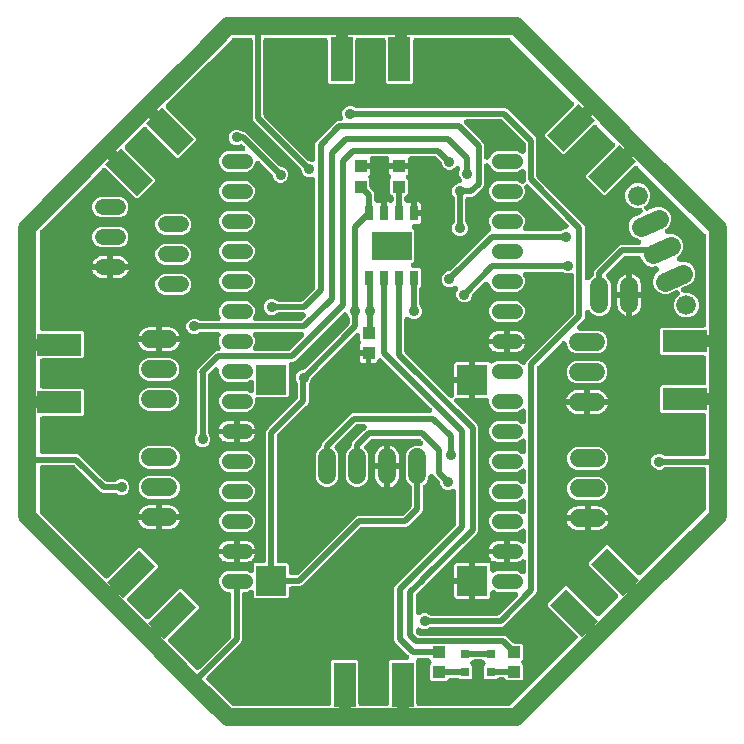
<source format=gbr>
G04 EAGLE Gerber RS-274X export*
G75*
%MOMM*%
%FSLAX34Y34*%
%LPD*%
%INTop Copper*%
%IPPOS*%
%AMOC8*
5,1,8,0,0,1.08239X$1,22.5*%
G01*
%ADD10C,1.320800*%
%ADD11C,1.524000*%
%ADD12R,1.930400X3.810000*%
%ADD13R,3.810000X1.930400*%
%ADD14C,1.308000*%
%ADD15R,2.540000X2.540000*%
%ADD16R,0.700000X1.300000*%
%ADD17R,3.400000X2.400000*%
%ADD18R,1.100000X1.000000*%
%ADD19R,1.000000X1.100000*%
%ADD20R,0.800000X0.800000*%
%ADD21C,1.650000*%
%ADD22C,1.676400*%
%ADD23C,0.914400*%
%ADD24C,0.508000*%
%ADD25C,1.500000*%
%ADD26C,1.000000*%
%ADD27C,0.812800*%
%ADD28C,1.016000*%
%ADD29C,1.270000*%

G36*
X-25750Y42878D02*
X-25750Y42878D01*
X-25577Y42881D01*
X-25528Y42891D01*
X-25478Y42894D01*
X-25309Y42935D01*
X-25139Y42970D01*
X-25092Y42988D01*
X-25044Y43000D01*
X-24885Y43070D01*
X-24724Y43134D01*
X-24681Y43161D01*
X-24635Y43181D01*
X-24491Y43279D01*
X-24344Y43370D01*
X-24308Y43404D01*
X-24266Y43432D01*
X-24082Y43598D01*
X2201Y69882D01*
X2321Y70025D01*
X2444Y70164D01*
X2463Y70196D01*
X2487Y70224D01*
X2580Y70387D01*
X2676Y70546D01*
X2690Y70581D01*
X2708Y70613D01*
X2770Y70789D01*
X2837Y70963D01*
X2844Y70999D01*
X2856Y71034D01*
X2886Y71218D01*
X2921Y71402D01*
X2923Y71452D01*
X2927Y71475D01*
X2926Y71512D01*
X2933Y71649D01*
X2933Y106529D01*
X2928Y106579D01*
X2931Y106629D01*
X2908Y106801D01*
X2893Y106974D01*
X2880Y107023D01*
X2873Y107072D01*
X2821Y107237D01*
X2774Y107405D01*
X2753Y107450D01*
X2738Y107498D01*
X2656Y107651D01*
X2581Y107808D01*
X2552Y107848D01*
X2528Y107893D01*
X2421Y108029D01*
X2319Y108170D01*
X2283Y108204D01*
X2252Y108244D01*
X2122Y108359D01*
X1997Y108479D01*
X1956Y108507D01*
X1918Y108540D01*
X1770Y108630D01*
X1625Y108726D01*
X1579Y108746D01*
X1536Y108772D01*
X1374Y108835D01*
X1215Y108903D01*
X1166Y108915D01*
X1120Y108933D01*
X949Y108965D01*
X780Y109005D01*
X730Y109007D01*
X681Y109016D01*
X434Y109029D01*
X-740Y109029D01*
X-3890Y110334D01*
X-6302Y112745D01*
X-7607Y115896D01*
X-7607Y119307D01*
X-6302Y122457D01*
X-3890Y124869D01*
X-740Y126174D01*
X15751Y126174D01*
X18551Y125014D01*
X18641Y124986D01*
X18726Y124949D01*
X18853Y124920D01*
X18978Y124881D01*
X19071Y124869D01*
X19161Y124848D01*
X19291Y124842D01*
X19421Y124825D01*
X19514Y124830D01*
X19608Y124826D01*
X19737Y124843D01*
X19867Y124850D01*
X19958Y124871D01*
X20051Y124884D01*
X20175Y124923D01*
X20302Y124953D01*
X20387Y124991D01*
X20476Y125019D01*
X20592Y125080D01*
X20711Y125132D01*
X20788Y125184D01*
X20871Y125228D01*
X20973Y125309D01*
X21082Y125382D01*
X21149Y125447D01*
X21222Y125504D01*
X21309Y125602D01*
X21402Y125693D01*
X21456Y125769D01*
X21518Y125839D01*
X21586Y125950D01*
X21662Y126056D01*
X21702Y126140D01*
X21751Y126220D01*
X21797Y126342D01*
X21853Y126460D01*
X21878Y126550D01*
X21911Y126637D01*
X21936Y126765D01*
X21969Y126891D01*
X21977Y126984D01*
X21995Y127076D01*
X22007Y127323D01*
X22007Y132137D01*
X22039Y132229D01*
X22048Y132283D01*
X22064Y132336D01*
X22083Y132503D01*
X22110Y132670D01*
X22109Y132725D01*
X22115Y132779D01*
X22105Y132948D01*
X22104Y132994D01*
X22124Y132986D01*
X22209Y132970D01*
X22292Y132944D01*
X22428Y132928D01*
X22563Y132902D01*
X22699Y132896D01*
X22736Y132891D01*
X22759Y132893D01*
X22810Y132890D01*
X29504Y132890D01*
X29554Y132895D01*
X29604Y132892D01*
X29776Y132915D01*
X29949Y132930D01*
X29997Y132943D01*
X30047Y132950D01*
X30212Y133002D01*
X30380Y133049D01*
X30425Y133070D01*
X30472Y133085D01*
X30626Y133167D01*
X30782Y133242D01*
X30823Y133271D01*
X30867Y133295D01*
X31004Y133402D01*
X31144Y133504D01*
X31179Y133540D01*
X31218Y133571D01*
X31334Y133701D01*
X31454Y133826D01*
X31481Y133867D01*
X31515Y133905D01*
X31605Y134053D01*
X31701Y134198D01*
X31721Y134244D01*
X31747Y134287D01*
X31809Y134449D01*
X31878Y134608D01*
X31889Y134657D01*
X31907Y134703D01*
X31940Y134874D01*
X31979Y135043D01*
X31982Y135093D01*
X31991Y135142D01*
X32003Y135389D01*
X32003Y244115D01*
X32699Y245795D01*
X34337Y247433D01*
X58576Y271672D01*
X58696Y271815D01*
X58820Y271955D01*
X58839Y271987D01*
X58863Y272015D01*
X58955Y272177D01*
X59052Y272336D01*
X59065Y272371D01*
X59083Y272403D01*
X59145Y272579D01*
X59212Y272753D01*
X59219Y272790D01*
X59232Y272825D01*
X59261Y273009D01*
X59296Y273192D01*
X59299Y273242D01*
X59302Y273266D01*
X59301Y273303D01*
X59308Y273439D01*
X59308Y284316D01*
X59292Y284502D01*
X59280Y284688D01*
X59272Y284724D01*
X59268Y284761D01*
X59219Y284941D01*
X59175Y285122D01*
X59160Y285156D01*
X59150Y285192D01*
X59069Y285360D01*
X58993Y285530D01*
X58973Y285561D01*
X58957Y285594D01*
X58847Y285745D01*
X58742Y285900D01*
X58708Y285937D01*
X58695Y285956D01*
X58668Y285982D01*
X58576Y286083D01*
X58401Y286259D01*
X57395Y288686D01*
X57395Y291314D01*
X58401Y293741D01*
X60259Y295599D01*
X62686Y296605D01*
X63103Y296605D01*
X63289Y296621D01*
X63475Y296633D01*
X63511Y296641D01*
X63548Y296645D01*
X63728Y296694D01*
X63909Y296738D01*
X63942Y296753D01*
X63978Y296763D01*
X64147Y296844D01*
X64317Y296920D01*
X64348Y296940D01*
X64381Y296956D01*
X64532Y297066D01*
X64686Y297171D01*
X64724Y297205D01*
X64743Y297218D01*
X64768Y297245D01*
X64870Y297337D01*
X102195Y334662D01*
X102315Y334805D01*
X102439Y334945D01*
X102458Y334977D01*
X102482Y335005D01*
X102574Y335167D01*
X102671Y335326D01*
X102684Y335361D01*
X102702Y335393D01*
X102764Y335569D01*
X102831Y335743D01*
X102838Y335780D01*
X102851Y335815D01*
X102880Y335999D01*
X102915Y336182D01*
X102918Y336232D01*
X102921Y336256D01*
X102920Y336293D01*
X102927Y336429D01*
X102927Y340697D01*
X102911Y340883D01*
X102899Y341069D01*
X102891Y341105D01*
X102887Y341142D01*
X102838Y341322D01*
X102794Y341503D01*
X102779Y341537D01*
X102769Y341573D01*
X102688Y341741D01*
X102612Y341911D01*
X102592Y341942D01*
X102576Y341975D01*
X102466Y342126D01*
X102361Y342281D01*
X102327Y342318D01*
X102314Y342337D01*
X102287Y342363D01*
X102195Y342464D01*
X101901Y342759D01*
X101352Y344083D01*
X101309Y344165D01*
X101275Y344252D01*
X101206Y344363D01*
X101145Y344478D01*
X101088Y344552D01*
X101038Y344631D01*
X100951Y344728D01*
X100871Y344831D01*
X100801Y344893D01*
X100739Y344963D01*
X100635Y345042D01*
X100538Y345129D01*
X100459Y345178D01*
X100385Y345235D01*
X100269Y345295D01*
X100158Y345363D01*
X100071Y345397D01*
X99988Y345440D01*
X99863Y345478D01*
X99742Y345526D01*
X99650Y345544D01*
X99561Y345571D01*
X99432Y345587D01*
X99304Y345612D01*
X99210Y345613D01*
X99117Y345624D01*
X98987Y345616D01*
X98857Y345618D01*
X98765Y345603D01*
X98671Y345598D01*
X98545Y345567D01*
X98416Y345545D01*
X98328Y345514D01*
X98237Y345492D01*
X98118Y345439D01*
X97996Y345395D01*
X97915Y345349D01*
X97829Y345311D01*
X97721Y345237D01*
X97608Y345172D01*
X97537Y345112D01*
X97460Y345060D01*
X97276Y344893D01*
X56608Y304225D01*
X54928Y303529D01*
X53972Y303529D01*
X53922Y303525D01*
X53872Y303527D01*
X53700Y303505D01*
X53527Y303489D01*
X53479Y303476D01*
X53429Y303470D01*
X53264Y303417D01*
X53096Y303371D01*
X53051Y303349D01*
X53003Y303334D01*
X52850Y303253D01*
X52693Y303178D01*
X52653Y303148D01*
X52609Y303125D01*
X52472Y303018D01*
X52332Y302916D01*
X52297Y302880D01*
X52258Y302849D01*
X52142Y302719D01*
X52022Y302594D01*
X51994Y302552D01*
X51961Y302514D01*
X51871Y302366D01*
X51775Y302222D01*
X51755Y302176D01*
X51729Y302133D01*
X51667Y301971D01*
X51598Y301811D01*
X51587Y301763D01*
X51569Y301716D01*
X51536Y301545D01*
X51497Y301376D01*
X51494Y301326D01*
X51485Y301277D01*
X51473Y301030D01*
X51473Y274795D01*
X50282Y273605D01*
X25118Y273605D01*
X25068Y273600D01*
X25018Y273603D01*
X24846Y273580D01*
X24673Y273565D01*
X24624Y273551D01*
X24575Y273545D01*
X24410Y273492D01*
X24242Y273446D01*
X24197Y273425D01*
X24149Y273409D01*
X23996Y273328D01*
X23839Y273253D01*
X23799Y273224D01*
X23754Y273200D01*
X23618Y273093D01*
X23477Y272991D01*
X23443Y272955D01*
X23403Y272924D01*
X23288Y272794D01*
X23168Y272669D01*
X23140Y272627D01*
X23107Y272590D01*
X23017Y272442D01*
X22921Y272297D01*
X22901Y272251D01*
X22875Y272208D01*
X22812Y272046D01*
X22744Y271887D01*
X22732Y271838D01*
X22714Y271791D01*
X22682Y271620D01*
X22642Y271452D01*
X22640Y271402D01*
X22631Y271353D01*
X22618Y271105D01*
X22618Y268296D01*
X21313Y265145D01*
X18902Y262734D01*
X15751Y261429D01*
X-740Y261429D01*
X-3890Y262734D01*
X-6302Y265145D01*
X-7607Y268296D01*
X-7607Y271707D01*
X-6302Y274857D01*
X-3890Y277269D01*
X-740Y278574D01*
X15751Y278574D01*
X18551Y277414D01*
X18641Y277386D01*
X18726Y277349D01*
X18853Y277320D01*
X18978Y277281D01*
X19071Y277269D01*
X19161Y277248D01*
X19291Y277242D01*
X19421Y277225D01*
X19514Y277230D01*
X19608Y277226D01*
X19737Y277243D01*
X19867Y277250D01*
X19958Y277271D01*
X20051Y277284D01*
X20175Y277323D01*
X20302Y277353D01*
X20387Y277391D01*
X20476Y277419D01*
X20592Y277480D01*
X20711Y277532D01*
X20788Y277584D01*
X20871Y277628D01*
X20973Y277709D01*
X21082Y277782D01*
X21149Y277847D01*
X21222Y277904D01*
X21309Y278002D01*
X21402Y278093D01*
X21456Y278169D01*
X21518Y278239D01*
X21586Y278350D01*
X21662Y278456D01*
X21702Y278540D01*
X21751Y278620D01*
X21797Y278742D01*
X21853Y278860D01*
X21878Y278950D01*
X21911Y279037D01*
X21936Y279165D01*
X21969Y279291D01*
X21977Y279384D01*
X21995Y279476D01*
X22007Y279723D01*
X22007Y285680D01*
X21999Y285773D01*
X22000Y285866D01*
X21979Y285995D01*
X21967Y286125D01*
X21942Y286215D01*
X21927Y286307D01*
X21883Y286429D01*
X21849Y286555D01*
X21808Y286640D01*
X21777Y286728D01*
X21712Y286840D01*
X21655Y286958D01*
X21601Y287034D01*
X21554Y287115D01*
X21470Y287214D01*
X21394Y287320D01*
X21326Y287385D01*
X21266Y287456D01*
X21165Y287539D01*
X21071Y287629D01*
X20994Y287681D01*
X20922Y287741D01*
X20808Y287804D01*
X20699Y287877D01*
X20613Y287914D01*
X20532Y287959D01*
X20409Y288002D01*
X20289Y288054D01*
X20198Y288075D01*
X20110Y288105D01*
X19981Y288125D01*
X19854Y288155D01*
X19761Y288159D01*
X19668Y288174D01*
X19538Y288171D01*
X19408Y288177D01*
X19315Y288165D01*
X19222Y288163D01*
X19094Y288136D01*
X18965Y288119D01*
X18876Y288091D01*
X18784Y288072D01*
X18551Y287989D01*
X15751Y286829D01*
X-740Y286829D01*
X-3890Y288134D01*
X-6302Y290545D01*
X-7607Y293696D01*
X-7607Y296503D01*
X-7619Y296640D01*
X-7622Y296776D01*
X-7639Y296861D01*
X-7647Y296948D01*
X-7683Y297080D01*
X-7710Y297214D01*
X-7742Y297295D01*
X-7766Y297379D01*
X-7825Y297502D01*
X-7875Y297629D01*
X-7921Y297703D01*
X-7959Y297782D01*
X-8039Y297893D01*
X-8111Y298009D01*
X-8170Y298073D01*
X-8221Y298144D01*
X-8319Y298238D01*
X-8411Y298340D01*
X-8480Y298393D01*
X-8543Y298453D01*
X-8657Y298529D01*
X-8765Y298612D01*
X-8842Y298652D01*
X-8915Y298700D01*
X-9040Y298755D01*
X-9162Y298817D01*
X-9245Y298843D01*
X-9325Y298877D01*
X-9458Y298908D01*
X-9589Y298948D01*
X-9675Y298959D01*
X-9760Y298978D01*
X-9897Y298985D01*
X-10033Y299002D01*
X-10119Y298996D01*
X-10206Y299001D01*
X-10342Y298983D01*
X-10478Y298975D01*
X-10563Y298954D01*
X-10649Y298943D01*
X-10780Y298901D01*
X-10912Y298869D01*
X-10992Y298834D01*
X-11075Y298807D01*
X-11196Y298743D01*
X-11321Y298688D01*
X-11393Y298639D01*
X-11469Y298598D01*
X-11577Y298513D01*
X-11690Y298437D01*
X-11791Y298345D01*
X-11821Y298322D01*
X-11836Y298304D01*
X-11874Y298271D01*
X-16195Y293949D01*
X-16315Y293806D01*
X-16439Y293666D01*
X-16458Y293635D01*
X-16482Y293606D01*
X-16574Y293444D01*
X-16671Y293285D01*
X-16684Y293250D01*
X-16702Y293218D01*
X-16764Y293042D01*
X-16831Y292868D01*
X-16838Y292831D01*
X-16851Y292796D01*
X-16880Y292612D01*
X-16915Y292429D01*
X-16918Y292378D01*
X-16921Y292355D01*
X-16920Y292318D01*
X-16927Y292182D01*
X-16927Y243803D01*
X-16911Y243617D01*
X-16899Y243431D01*
X-16891Y243395D01*
X-16887Y243358D01*
X-16838Y243178D01*
X-16794Y242997D01*
X-16779Y242963D01*
X-16769Y242927D01*
X-16688Y242759D01*
X-16612Y242589D01*
X-16592Y242558D01*
X-16576Y242525D01*
X-16466Y242374D01*
X-16361Y242219D01*
X-16327Y242182D01*
X-16314Y242163D01*
X-16287Y242137D01*
X-16195Y242036D01*
X-15901Y241741D01*
X-14895Y239314D01*
X-14895Y236686D01*
X-15901Y234259D01*
X-17759Y232401D01*
X-20186Y231395D01*
X-22814Y231395D01*
X-25241Y232401D01*
X-27099Y234259D01*
X-28105Y236686D01*
X-28105Y239314D01*
X-27099Y241741D01*
X-26805Y242036D01*
X-26685Y242179D01*
X-26561Y242319D01*
X-26542Y242350D01*
X-26518Y242379D01*
X-26426Y242541D01*
X-26329Y242700D01*
X-26316Y242735D01*
X-26298Y242767D01*
X-26236Y242943D01*
X-26169Y243117D01*
X-26162Y243153D01*
X-26149Y243188D01*
X-26120Y243373D01*
X-26085Y243556D01*
X-26082Y243606D01*
X-26079Y243629D01*
X-26080Y243666D01*
X-26073Y243803D01*
X-26073Y292963D01*
X-26086Y293106D01*
X-26089Y293249D01*
X-26105Y293328D01*
X-26113Y293408D01*
X-26151Y293547D01*
X-26180Y293687D01*
X-26221Y293803D01*
X-26231Y293839D01*
X-26243Y293863D01*
X-26263Y293920D01*
X-26290Y293984D01*
X-26290Y295804D01*
X-25594Y297484D01*
X-23956Y299122D01*
X-12737Y310340D01*
X-12737Y310341D01*
X-11099Y311979D01*
X-9419Y312675D01*
X-8688Y312675D01*
X-8595Y312683D01*
X-8501Y312682D01*
X-8373Y312703D01*
X-8243Y312715D01*
X-8152Y312739D01*
X-8060Y312755D01*
X-7938Y312799D01*
X-7812Y312833D01*
X-7728Y312874D01*
X-7640Y312905D01*
X-7527Y312970D01*
X-7409Y313026D01*
X-7334Y313081D01*
X-7253Y313128D01*
X-7153Y313212D01*
X-7047Y313288D01*
X-6983Y313356D01*
X-6911Y313416D01*
X-6828Y313517D01*
X-6738Y313610D01*
X-6686Y313688D01*
X-6627Y313760D01*
X-6563Y313874D01*
X-6491Y313982D01*
X-6454Y314068D01*
X-6408Y314150D01*
X-6365Y314273D01*
X-6314Y314393D01*
X-6293Y314484D01*
X-6262Y314572D01*
X-6242Y314701D01*
X-6213Y314828D01*
X-6208Y314921D01*
X-6194Y315013D01*
X-6197Y315144D01*
X-6190Y315274D01*
X-6202Y315366D01*
X-6205Y315460D01*
X-6231Y315588D01*
X-6248Y315717D01*
X-6276Y315806D01*
X-6295Y315897D01*
X-6379Y316130D01*
X-7607Y319096D01*
X-7607Y322507D01*
X-6378Y325474D01*
X-6350Y325563D01*
X-6313Y325649D01*
X-6284Y325775D01*
X-6245Y325900D01*
X-6233Y325993D01*
X-6212Y326084D01*
X-6206Y326214D01*
X-6189Y326343D01*
X-6195Y326437D01*
X-6190Y326530D01*
X-6207Y326659D01*
X-6214Y326789D01*
X-6236Y326880D01*
X-6248Y326973D01*
X-6287Y327097D01*
X-6317Y327224D01*
X-6355Y327309D01*
X-6383Y327398D01*
X-6444Y327513D01*
X-6496Y327633D01*
X-6549Y327711D01*
X-6592Y327793D01*
X-6673Y327896D01*
X-6746Y328004D01*
X-6811Y328071D01*
X-6868Y328144D01*
X-6966Y328231D01*
X-7057Y328324D01*
X-7133Y328379D01*
X-7203Y328441D01*
X-7314Y328508D01*
X-7420Y328584D01*
X-7505Y328624D01*
X-7584Y328673D01*
X-7706Y328720D01*
X-7824Y328775D01*
X-7914Y328800D01*
X-8001Y328833D01*
X-8129Y328858D01*
X-8255Y328892D01*
X-8348Y328899D01*
X-8440Y328917D01*
X-8687Y328929D01*
X-22695Y328929D01*
X-22881Y328913D01*
X-23067Y328901D01*
X-23103Y328893D01*
X-23140Y328889D01*
X-23320Y328840D01*
X-23501Y328796D01*
X-23535Y328781D01*
X-23571Y328771D01*
X-23739Y328690D01*
X-23909Y328614D01*
X-23940Y328594D01*
X-23973Y328578D01*
X-24125Y328468D01*
X-24279Y328363D01*
X-24316Y328330D01*
X-24335Y328316D01*
X-24361Y328289D01*
X-24462Y328197D01*
X-24759Y327901D01*
X-27186Y326895D01*
X-29814Y326895D01*
X-32241Y327901D01*
X-34099Y329759D01*
X-35105Y332186D01*
X-35105Y334814D01*
X-34099Y337241D01*
X-32241Y339099D01*
X-29814Y340105D01*
X-27186Y340105D01*
X-24759Y339099D01*
X-24466Y338807D01*
X-24323Y338687D01*
X-24184Y338563D01*
X-24152Y338544D01*
X-24124Y338520D01*
X-23961Y338428D01*
X-23802Y338331D01*
X-23767Y338318D01*
X-23735Y338300D01*
X-23559Y338238D01*
X-23385Y338171D01*
X-23349Y338164D01*
X-23314Y338152D01*
X-23130Y338122D01*
X-22946Y338087D01*
X-22896Y338084D01*
X-22873Y338081D01*
X-22836Y338082D01*
X-22699Y338075D01*
X-8688Y338075D01*
X-8595Y338083D01*
X-8501Y338082D01*
X-8373Y338103D01*
X-8243Y338115D01*
X-8152Y338139D01*
X-8060Y338155D01*
X-7938Y338199D01*
X-7812Y338233D01*
X-7728Y338274D01*
X-7640Y338305D01*
X-7527Y338370D01*
X-7409Y338426D01*
X-7334Y338481D01*
X-7253Y338528D01*
X-7153Y338612D01*
X-7047Y338688D01*
X-6983Y338756D01*
X-6911Y338816D01*
X-6828Y338917D01*
X-6738Y339010D01*
X-6686Y339088D01*
X-6627Y339160D01*
X-6563Y339274D01*
X-6491Y339382D01*
X-6454Y339468D01*
X-6408Y339550D01*
X-6365Y339673D01*
X-6314Y339793D01*
X-6293Y339884D01*
X-6262Y339972D01*
X-6242Y340101D01*
X-6213Y340228D01*
X-6208Y340321D01*
X-6194Y340413D01*
X-6197Y340544D01*
X-6190Y340674D01*
X-6202Y340766D01*
X-6205Y340860D01*
X-6231Y340988D01*
X-6248Y341117D01*
X-6276Y341206D01*
X-6295Y341297D01*
X-6379Y341530D01*
X-7607Y344496D01*
X-7607Y347907D01*
X-6302Y351057D01*
X-3890Y353469D01*
X-740Y354774D01*
X15751Y354774D01*
X18902Y353469D01*
X21313Y351057D01*
X22618Y347907D01*
X22618Y344496D01*
X21390Y341530D01*
X21362Y341441D01*
X21325Y341355D01*
X21295Y341229D01*
X21256Y341104D01*
X21245Y341011D01*
X21224Y340920D01*
X21217Y340790D01*
X21201Y340661D01*
X21206Y340567D01*
X21202Y340474D01*
X21218Y340345D01*
X21226Y340215D01*
X21247Y340124D01*
X21259Y340031D01*
X21299Y339907D01*
X21329Y339780D01*
X21367Y339694D01*
X21395Y339606D01*
X21456Y339491D01*
X21508Y339371D01*
X21560Y339293D01*
X21604Y339211D01*
X21685Y339108D01*
X21757Y339000D01*
X21822Y338933D01*
X21880Y338860D01*
X21978Y338773D01*
X22068Y338680D01*
X22144Y338625D01*
X22214Y338563D01*
X22326Y338496D01*
X22432Y338420D01*
X22516Y338380D01*
X22596Y338331D01*
X22718Y338284D01*
X22835Y338229D01*
X22926Y338204D01*
X23013Y338171D01*
X23141Y338146D01*
X23267Y338112D01*
X23360Y338105D01*
X23452Y338087D01*
X23699Y338075D01*
X61333Y338075D01*
X61519Y338091D01*
X61705Y338103D01*
X61741Y338111D01*
X61778Y338115D01*
X61958Y338164D01*
X62139Y338208D01*
X62173Y338223D01*
X62208Y338233D01*
X62377Y338314D01*
X62547Y338390D01*
X62578Y338410D01*
X62611Y338426D01*
X62762Y338536D01*
X62917Y338641D01*
X62954Y338675D01*
X62973Y338688D01*
X62998Y338715D01*
X63100Y338807D01*
X65454Y341161D01*
X65542Y341266D01*
X65636Y341364D01*
X65685Y341437D01*
X65740Y341504D01*
X65808Y341622D01*
X65884Y341736D01*
X65918Y341816D01*
X65961Y341892D01*
X66007Y342021D01*
X66061Y342147D01*
X66080Y342231D01*
X66109Y342313D01*
X66131Y342449D01*
X66162Y342582D01*
X66166Y342668D01*
X66180Y342754D01*
X66177Y342891D01*
X66184Y343028D01*
X66173Y343114D01*
X66171Y343201D01*
X66144Y343335D01*
X66126Y343471D01*
X66100Y343554D01*
X66083Y343639D01*
X66032Y343766D01*
X65991Y343896D01*
X65950Y343973D01*
X65918Y344054D01*
X65846Y344170D01*
X65782Y344291D01*
X65728Y344360D01*
X65682Y344433D01*
X65590Y344535D01*
X65505Y344642D01*
X65440Y344700D01*
X65382Y344764D01*
X65274Y344848D01*
X65171Y344939D01*
X65097Y344984D01*
X65028Y345037D01*
X64906Y345100D01*
X64790Y345171D01*
X64708Y345202D01*
X64631Y345242D01*
X64501Y345282D01*
X64373Y345331D01*
X64287Y345348D01*
X64204Y345373D01*
X64069Y345389D01*
X63934Y345415D01*
X63797Y345422D01*
X63761Y345426D01*
X63737Y345425D01*
X63687Y345427D01*
X42803Y345427D01*
X42617Y345411D01*
X42431Y345399D01*
X42395Y345391D01*
X42358Y345387D01*
X42178Y345338D01*
X41997Y345294D01*
X41963Y345279D01*
X41927Y345269D01*
X41759Y345188D01*
X41589Y345112D01*
X41558Y345092D01*
X41525Y345076D01*
X41374Y344966D01*
X41219Y344861D01*
X41182Y344827D01*
X41163Y344814D01*
X41137Y344787D01*
X41036Y344695D01*
X40741Y344401D01*
X38314Y343395D01*
X35686Y343395D01*
X33259Y344401D01*
X31401Y346259D01*
X30395Y348686D01*
X30395Y351314D01*
X31401Y353741D01*
X33259Y355599D01*
X35686Y356605D01*
X38314Y356605D01*
X40741Y355599D01*
X41036Y355305D01*
X41179Y355185D01*
X41319Y355061D01*
X41350Y355042D01*
X41379Y355018D01*
X41541Y354926D01*
X41700Y354829D01*
X41735Y354816D01*
X41767Y354798D01*
X41943Y354736D01*
X42117Y354669D01*
X42153Y354662D01*
X42188Y354649D01*
X42373Y354620D01*
X42556Y354585D01*
X42606Y354582D01*
X42629Y354579D01*
X42666Y354580D01*
X42803Y354573D01*
X61699Y354573D01*
X61885Y354589D01*
X62071Y354601D01*
X62107Y354609D01*
X62144Y354613D01*
X62324Y354662D01*
X62505Y354706D01*
X62538Y354721D01*
X62574Y354731D01*
X62743Y354812D01*
X62913Y354888D01*
X62944Y354908D01*
X62977Y354924D01*
X63128Y355034D01*
X63282Y355139D01*
X63320Y355173D01*
X63339Y355186D01*
X63364Y355213D01*
X63466Y355305D01*
X73342Y365181D01*
X73436Y365293D01*
X73503Y365363D01*
X73523Y365393D01*
X73586Y365464D01*
X73605Y365496D01*
X73629Y365524D01*
X73721Y365686D01*
X73818Y365845D01*
X73831Y365880D01*
X73849Y365912D01*
X73911Y366088D01*
X73978Y366262D01*
X73985Y366299D01*
X73998Y366334D01*
X74027Y366518D01*
X74062Y366701D01*
X74065Y366751D01*
X74068Y366775D01*
X74067Y366812D01*
X74074Y366948D01*
X74074Y457713D01*
X74066Y457806D01*
X74067Y457899D01*
X74046Y458028D01*
X74034Y458157D01*
X74010Y458248D01*
X73994Y458340D01*
X73950Y458463D01*
X73916Y458588D01*
X73875Y458672D01*
X73844Y458761D01*
X73779Y458873D01*
X73723Y458991D01*
X73668Y459067D01*
X73621Y459148D01*
X73537Y459247D01*
X73461Y459353D01*
X73393Y459418D01*
X73333Y459489D01*
X73232Y459572D01*
X73139Y459662D01*
X73061Y459714D01*
X72989Y459774D01*
X72875Y459837D01*
X72767Y459909D01*
X72681Y459947D01*
X72599Y459992D01*
X72476Y460035D01*
X72356Y460086D01*
X72266Y460108D01*
X72177Y460138D01*
X72048Y460158D01*
X71921Y460188D01*
X71828Y460192D01*
X71736Y460207D01*
X71605Y460203D01*
X71475Y460210D01*
X71383Y460198D01*
X71289Y460195D01*
X71161Y460169D01*
X71032Y460152D01*
X70943Y460124D01*
X70852Y460105D01*
X70619Y460022D01*
X70314Y459895D01*
X67686Y459895D01*
X65259Y460901D01*
X63401Y462759D01*
X62395Y465186D01*
X62395Y465603D01*
X62379Y465789D01*
X62367Y465975D01*
X62359Y466011D01*
X62355Y466048D01*
X62306Y466228D01*
X62262Y466409D01*
X62247Y466442D01*
X62237Y466478D01*
X62156Y466647D01*
X62080Y466817D01*
X62060Y466848D01*
X62044Y466881D01*
X61934Y467032D01*
X61829Y467186D01*
X61795Y467224D01*
X61782Y467243D01*
X61755Y467268D01*
X61663Y467370D01*
X21623Y507410D01*
X20927Y509090D01*
X20927Y575468D01*
X20923Y575518D01*
X20925Y575568D01*
X20903Y575740D01*
X20887Y575913D01*
X20874Y575961D01*
X20868Y576011D01*
X20815Y576176D01*
X20769Y576344D01*
X20747Y576389D01*
X20732Y576436D01*
X20651Y576590D01*
X20576Y576746D01*
X20546Y576787D01*
X20523Y576831D01*
X20416Y576968D01*
X20314Y577108D01*
X20278Y577143D01*
X20247Y577182D01*
X20117Y577298D01*
X19992Y577418D01*
X19950Y577445D01*
X19912Y577479D01*
X19764Y577569D01*
X19620Y577665D01*
X19574Y577685D01*
X19531Y577711D01*
X19369Y577773D01*
X19209Y577842D01*
X19161Y577853D01*
X19114Y577871D01*
X18943Y577904D01*
X18774Y577943D01*
X18724Y577946D01*
X18675Y577955D01*
X18428Y577967D01*
X4984Y577967D01*
X4798Y577951D01*
X4612Y577939D01*
X4576Y577931D01*
X4539Y577927D01*
X4359Y577878D01*
X4178Y577834D01*
X4144Y577819D01*
X4108Y577809D01*
X3940Y577728D01*
X3770Y577652D01*
X3739Y577632D01*
X3705Y577616D01*
X3554Y577506D01*
X3400Y577401D01*
X3363Y577367D01*
X3344Y577354D01*
X3318Y577327D01*
X3217Y577235D01*
X-16458Y557561D01*
X-52113Y521906D01*
X-52145Y521867D01*
X-52182Y521834D01*
X-52288Y521696D01*
X-52399Y521563D01*
X-52424Y521520D01*
X-52454Y521480D01*
X-52534Y521325D01*
X-52620Y521175D01*
X-52636Y521128D01*
X-52659Y521083D01*
X-52710Y520918D01*
X-52768Y520753D01*
X-52776Y520704D01*
X-52791Y520656D01*
X-52811Y520484D01*
X-52839Y520312D01*
X-52838Y520262D01*
X-52844Y520213D01*
X-52833Y520039D01*
X-52830Y519866D01*
X-52820Y519817D01*
X-52817Y519767D01*
X-52776Y519598D01*
X-52741Y519428D01*
X-52723Y519381D01*
X-52711Y519333D01*
X-52641Y519174D01*
X-52577Y519013D01*
X-52550Y518970D01*
X-52530Y518924D01*
X-52432Y518780D01*
X-52340Y518633D01*
X-52307Y518597D01*
X-52279Y518555D01*
X-52113Y518372D01*
X-26818Y493077D01*
X-26818Y491393D01*
X-41659Y476552D01*
X-43342Y476552D01*
X-68637Y501847D01*
X-68676Y501879D01*
X-68709Y501916D01*
X-68847Y502022D01*
X-68980Y502133D01*
X-69024Y502158D01*
X-69063Y502188D01*
X-69218Y502268D01*
X-69368Y502354D01*
X-69416Y502371D01*
X-69460Y502394D01*
X-69626Y502444D01*
X-69790Y502502D01*
X-69839Y502510D01*
X-69887Y502525D01*
X-70059Y502545D01*
X-70231Y502573D01*
X-70281Y502572D01*
X-70331Y502578D01*
X-70504Y502567D01*
X-70678Y502564D01*
X-70727Y502554D01*
X-70777Y502551D01*
X-70945Y502510D01*
X-71115Y502476D01*
X-71162Y502457D01*
X-71211Y502445D01*
X-71369Y502375D01*
X-71531Y502311D01*
X-71573Y502284D01*
X-71619Y502264D01*
X-71763Y502166D01*
X-71910Y502075D01*
X-71947Y502041D01*
X-71988Y502013D01*
X-72172Y501847D01*
X-86776Y487242D01*
X-86809Y487204D01*
X-86846Y487170D01*
X-86952Y487033D01*
X-87063Y486899D01*
X-87087Y486856D01*
X-87118Y486816D01*
X-87198Y486662D01*
X-87284Y486511D01*
X-87300Y486464D01*
X-87323Y486419D01*
X-87374Y486254D01*
X-87432Y486090D01*
X-87440Y486040D01*
X-87454Y485992D01*
X-87475Y485820D01*
X-87502Y485649D01*
X-87501Y485598D01*
X-87507Y485549D01*
X-87497Y485375D01*
X-87494Y485202D01*
X-87484Y485153D01*
X-87481Y485103D01*
X-87439Y484934D01*
X-87405Y484764D01*
X-87387Y484718D01*
X-87375Y484669D01*
X-87304Y484510D01*
X-87240Y484349D01*
X-87214Y484306D01*
X-87194Y484261D01*
X-87096Y484117D01*
X-87004Y483970D01*
X-86971Y483933D01*
X-86943Y483891D01*
X-86776Y483708D01*
X-61482Y458413D01*
X-61482Y456729D01*
X-76322Y441888D01*
X-78006Y441888D01*
X-103301Y467183D01*
X-103340Y467215D01*
X-103373Y467252D01*
X-103511Y467358D01*
X-103644Y467469D01*
X-103687Y467494D01*
X-103727Y467525D01*
X-103882Y467604D01*
X-104032Y467690D01*
X-104080Y467707D01*
X-104124Y467730D01*
X-104290Y467781D01*
X-104454Y467838D01*
X-104503Y467846D01*
X-104551Y467861D01*
X-104723Y467881D01*
X-104895Y467909D01*
X-104945Y467908D01*
X-104995Y467914D01*
X-105168Y467904D01*
X-105341Y467900D01*
X-105390Y467890D01*
X-105440Y467887D01*
X-105609Y467846D01*
X-105779Y467812D01*
X-105826Y467793D01*
X-105874Y467781D01*
X-106033Y467711D01*
X-106194Y467647D01*
X-106237Y467621D01*
X-106283Y467600D01*
X-106426Y467503D01*
X-106574Y467411D01*
X-106611Y467377D01*
X-106652Y467349D01*
X-106836Y467183D01*
X-158544Y415474D01*
X-158664Y415331D01*
X-158788Y415192D01*
X-158807Y415160D01*
X-158831Y415132D01*
X-158923Y414969D01*
X-159020Y414810D01*
X-159033Y414776D01*
X-159051Y414743D01*
X-159113Y414567D01*
X-159180Y414393D01*
X-159187Y414357D01*
X-159200Y414322D01*
X-159229Y414138D01*
X-159264Y413954D01*
X-159267Y413904D01*
X-159270Y413881D01*
X-159269Y413844D01*
X-159276Y413707D01*
X-159276Y332377D01*
X-159272Y332327D01*
X-159274Y332277D01*
X-159252Y332105D01*
X-159236Y331932D01*
X-159223Y331883D01*
X-159217Y331834D01*
X-159164Y331669D01*
X-159118Y331501D01*
X-159096Y331456D01*
X-159081Y331408D01*
X-159000Y331255D01*
X-158925Y331098D01*
X-158895Y331058D01*
X-158872Y331014D01*
X-158765Y330877D01*
X-158663Y330736D01*
X-158627Y330702D01*
X-158596Y330662D01*
X-158466Y330547D01*
X-158341Y330427D01*
X-158299Y330399D01*
X-158261Y330366D01*
X-158113Y330276D01*
X-157969Y330180D01*
X-157923Y330160D01*
X-157880Y330134D01*
X-157718Y330071D01*
X-157558Y330003D01*
X-157510Y329991D01*
X-157463Y329973D01*
X-157292Y329941D01*
X-157123Y329901D01*
X-157073Y329899D01*
X-157024Y329890D01*
X-156777Y329877D01*
X-123167Y329877D01*
X-121976Y328687D01*
X-121976Y307699D01*
X-123167Y306508D01*
X-156777Y306508D01*
X-156827Y306503D01*
X-156877Y306506D01*
X-157049Y306484D01*
X-157222Y306468D01*
X-157270Y306455D01*
X-157320Y306448D01*
X-157485Y306396D01*
X-157653Y306349D01*
X-157698Y306328D01*
X-157745Y306313D01*
X-157899Y306231D01*
X-158055Y306156D01*
X-158096Y306127D01*
X-158140Y306103D01*
X-158277Y305996D01*
X-158417Y305894D01*
X-158452Y305858D01*
X-158491Y305827D01*
X-158607Y305697D01*
X-158727Y305572D01*
X-158754Y305531D01*
X-158788Y305493D01*
X-158878Y305345D01*
X-158974Y305200D01*
X-158994Y305154D01*
X-159020Y305111D01*
X-159082Y304949D01*
X-159151Y304790D01*
X-159162Y304741D01*
X-159180Y304695D01*
X-159213Y304524D01*
X-159252Y304355D01*
X-159255Y304305D01*
X-159264Y304256D01*
X-159276Y304009D01*
X-159276Y283355D01*
X-159272Y283305D01*
X-159274Y283255D01*
X-159252Y283083D01*
X-159236Y282910D01*
X-159223Y282861D01*
X-159217Y282812D01*
X-159164Y282646D01*
X-159118Y282479D01*
X-159096Y282434D01*
X-159081Y282386D01*
X-159000Y282233D01*
X-158925Y282076D01*
X-158895Y282036D01*
X-158872Y281992D01*
X-158764Y281855D01*
X-158663Y281714D01*
X-158627Y281680D01*
X-158596Y281640D01*
X-158466Y281525D01*
X-158341Y281405D01*
X-158299Y281377D01*
X-158261Y281344D01*
X-158113Y281254D01*
X-157969Y281158D01*
X-157923Y281138D01*
X-157880Y281112D01*
X-157718Y281049D01*
X-157558Y280981D01*
X-157510Y280969D01*
X-157463Y280951D01*
X-157292Y280919D01*
X-157123Y280879D01*
X-157073Y280877D01*
X-157024Y280868D01*
X-156777Y280855D01*
X-123167Y280855D01*
X-121976Y279665D01*
X-121976Y258677D01*
X-123167Y257486D01*
X-156777Y257486D01*
X-156827Y257481D01*
X-156877Y257484D01*
X-157049Y257462D01*
X-157222Y257446D01*
X-157270Y257433D01*
X-157320Y257426D01*
X-157485Y257374D01*
X-157653Y257327D01*
X-157698Y257306D01*
X-157745Y257291D01*
X-157899Y257209D01*
X-158055Y257134D01*
X-158096Y257105D01*
X-158140Y257081D01*
X-158277Y256974D01*
X-158417Y256872D01*
X-158452Y256836D01*
X-158491Y256805D01*
X-158607Y256675D01*
X-158727Y256550D01*
X-158754Y256509D01*
X-158788Y256471D01*
X-158878Y256323D01*
X-158974Y256178D01*
X-158994Y256132D01*
X-159020Y256089D01*
X-159082Y255927D01*
X-159151Y255768D01*
X-159162Y255719D01*
X-159180Y255673D01*
X-159213Y255502D01*
X-159252Y255333D01*
X-159255Y255283D01*
X-159264Y255234D01*
X-159276Y254987D01*
X-159276Y227925D01*
X-159272Y227875D01*
X-159274Y227825D01*
X-159252Y227653D01*
X-159236Y227480D01*
X-159223Y227432D01*
X-159217Y227382D01*
X-159164Y227217D01*
X-159118Y227049D01*
X-159096Y227004D01*
X-159081Y226957D01*
X-159000Y226803D01*
X-158925Y226647D01*
X-158895Y226606D01*
X-158872Y226562D01*
X-158765Y226425D01*
X-158663Y226285D01*
X-158627Y226250D01*
X-158596Y226211D01*
X-158466Y226095D01*
X-158341Y225975D01*
X-158299Y225948D01*
X-158261Y225914D01*
X-158113Y225824D01*
X-157969Y225728D01*
X-157923Y225708D01*
X-157880Y225682D01*
X-157718Y225620D01*
X-157558Y225551D01*
X-157510Y225540D01*
X-157463Y225522D01*
X-157292Y225489D01*
X-157123Y225450D01*
X-157073Y225447D01*
X-157024Y225438D01*
X-156777Y225426D01*
X-127443Y225426D01*
X-125763Y224730D01*
X-103838Y202805D01*
X-103695Y202685D01*
X-103555Y202561D01*
X-103523Y202542D01*
X-103495Y202518D01*
X-103333Y202426D01*
X-103174Y202329D01*
X-103139Y202316D01*
X-103107Y202298D01*
X-102931Y202236D01*
X-102757Y202169D01*
X-102720Y202162D01*
X-102685Y202149D01*
X-102501Y202120D01*
X-102318Y202085D01*
X-102268Y202082D01*
X-102244Y202079D01*
X-102207Y202080D01*
X-102071Y202073D01*
X-95803Y202073D01*
X-95617Y202089D01*
X-95431Y202101D01*
X-95395Y202109D01*
X-95358Y202113D01*
X-95178Y202162D01*
X-94997Y202206D01*
X-94963Y202221D01*
X-94927Y202231D01*
X-94759Y202312D01*
X-94589Y202388D01*
X-94558Y202408D01*
X-94525Y202424D01*
X-94374Y202534D01*
X-94219Y202639D01*
X-94182Y202673D01*
X-94163Y202686D01*
X-94137Y202713D01*
X-94036Y202805D01*
X-93741Y203099D01*
X-91314Y204105D01*
X-88686Y204105D01*
X-86259Y203099D01*
X-84401Y201241D01*
X-83395Y198814D01*
X-83395Y196186D01*
X-84401Y193759D01*
X-86259Y191901D01*
X-88686Y190895D01*
X-91314Y190895D01*
X-93741Y191901D01*
X-94036Y192195D01*
X-94179Y192315D01*
X-94319Y192439D01*
X-94350Y192458D01*
X-94379Y192482D01*
X-94541Y192574D01*
X-94700Y192671D01*
X-94735Y192684D01*
X-94767Y192702D01*
X-94943Y192764D01*
X-95117Y192831D01*
X-95153Y192838D01*
X-95188Y192851D01*
X-95373Y192880D01*
X-95556Y192915D01*
X-95606Y192918D01*
X-95629Y192921D01*
X-95666Y192920D01*
X-95803Y192927D01*
X-105910Y192927D01*
X-107590Y193623D01*
X-129515Y215548D01*
X-129658Y215668D01*
X-129798Y215792D01*
X-129830Y215811D01*
X-129858Y215835D01*
X-130020Y215927D01*
X-130179Y216024D01*
X-130214Y216037D01*
X-130246Y216055D01*
X-130422Y216117D01*
X-130596Y216184D01*
X-130633Y216191D01*
X-130668Y216204D01*
X-130852Y216233D01*
X-131035Y216268D01*
X-131085Y216271D01*
X-131109Y216274D01*
X-131146Y216273D01*
X-131282Y216280D01*
X-156777Y216280D01*
X-156827Y216276D01*
X-156877Y216278D01*
X-157049Y216256D01*
X-157222Y216240D01*
X-157270Y216227D01*
X-157320Y216221D01*
X-157485Y216168D01*
X-157653Y216122D01*
X-157698Y216100D01*
X-157745Y216085D01*
X-157899Y216004D01*
X-158055Y215929D01*
X-158096Y215899D01*
X-158140Y215876D01*
X-158277Y215769D01*
X-158417Y215667D01*
X-158452Y215631D01*
X-158491Y215600D01*
X-158607Y215470D01*
X-158727Y215345D01*
X-158754Y215303D01*
X-158788Y215265D01*
X-158878Y215117D01*
X-158974Y214973D01*
X-158994Y214927D01*
X-159020Y214884D01*
X-159082Y214722D01*
X-159151Y214562D01*
X-159162Y214514D01*
X-159180Y214467D01*
X-159213Y214296D01*
X-159252Y214127D01*
X-159255Y214077D01*
X-159264Y214028D01*
X-159276Y213781D01*
X-159276Y176293D01*
X-159260Y176107D01*
X-159248Y175921D01*
X-159240Y175885D01*
X-159236Y175848D01*
X-159187Y175667D01*
X-159143Y175487D01*
X-159128Y175453D01*
X-159118Y175417D01*
X-159037Y175249D01*
X-158961Y175078D01*
X-158941Y175048D01*
X-158925Y175014D01*
X-158815Y174863D01*
X-158710Y174709D01*
X-158676Y174672D01*
X-158663Y174653D01*
X-158636Y174627D01*
X-158544Y174526D01*
X-104842Y120824D01*
X-104804Y120791D01*
X-104770Y120754D01*
X-104633Y120648D01*
X-104500Y120537D01*
X-104456Y120513D01*
X-104416Y120482D01*
X-104262Y120402D01*
X-104111Y120317D01*
X-104064Y120300D01*
X-104020Y120277D01*
X-103854Y120226D01*
X-103690Y120168D01*
X-103640Y120160D01*
X-103593Y120146D01*
X-103421Y120125D01*
X-103249Y120098D01*
X-103199Y120099D01*
X-103149Y120093D01*
X-102976Y120103D01*
X-102802Y120107D01*
X-102753Y120116D01*
X-102703Y120119D01*
X-102534Y120161D01*
X-102364Y120195D01*
X-102318Y120213D01*
X-102269Y120225D01*
X-102110Y120296D01*
X-101949Y120360D01*
X-101907Y120386D01*
X-101861Y120406D01*
X-101717Y120504D01*
X-101570Y120596D01*
X-101533Y120629D01*
X-101491Y120658D01*
X-101308Y120824D01*
X-76019Y146113D01*
X-74335Y146113D01*
X-59494Y131272D01*
X-59494Y129588D01*
X-84783Y104299D01*
X-84815Y104260D01*
X-84852Y104227D01*
X-84958Y104089D01*
X-85070Y103956D01*
X-85094Y103913D01*
X-85125Y103873D01*
X-85205Y103719D01*
X-85290Y103568D01*
X-85307Y103521D01*
X-85330Y103476D01*
X-85381Y103311D01*
X-85438Y103146D01*
X-85446Y103097D01*
X-85461Y103049D01*
X-85482Y102877D01*
X-85509Y102705D01*
X-85508Y102655D01*
X-85514Y102606D01*
X-85504Y102432D01*
X-85500Y102259D01*
X-85490Y102210D01*
X-85487Y102160D01*
X-85446Y101991D01*
X-85412Y101821D01*
X-85393Y101774D01*
X-85382Y101726D01*
X-85311Y101567D01*
X-85247Y101406D01*
X-85221Y101363D01*
X-85200Y101317D01*
X-85103Y101174D01*
X-85011Y101026D01*
X-84977Y100989D01*
X-84949Y100948D01*
X-84783Y100764D01*
X-70179Y86160D01*
X-70140Y86128D01*
X-70107Y86091D01*
X-69969Y85985D01*
X-69836Y85873D01*
X-69792Y85849D01*
X-69753Y85818D01*
X-69598Y85738D01*
X-69447Y85653D01*
X-69400Y85636D01*
X-69356Y85613D01*
X-69190Y85562D01*
X-69026Y85505D01*
X-68976Y85497D01*
X-68929Y85482D01*
X-68757Y85461D01*
X-68585Y85434D01*
X-68535Y85435D01*
X-68485Y85429D01*
X-68312Y85439D01*
X-68138Y85443D01*
X-68089Y85453D01*
X-68039Y85456D01*
X-67870Y85497D01*
X-67700Y85531D01*
X-67654Y85550D01*
X-67605Y85561D01*
X-67447Y85632D01*
X-67285Y85696D01*
X-67243Y85722D01*
X-67197Y85743D01*
X-67053Y85841D01*
X-66906Y85932D01*
X-66869Y85965D01*
X-66828Y85994D01*
X-66644Y86160D01*
X-41355Y111449D01*
X-39671Y111449D01*
X-24830Y96608D01*
X-24830Y94924D01*
X-50119Y69635D01*
X-50152Y69597D01*
X-50189Y69563D01*
X-50295Y69425D01*
X-50406Y69292D01*
X-50430Y69249D01*
X-50461Y69209D01*
X-50541Y69055D01*
X-50627Y68904D01*
X-50643Y68857D01*
X-50666Y68812D01*
X-50717Y68647D01*
X-50775Y68483D01*
X-50783Y68433D01*
X-50797Y68385D01*
X-50818Y68213D01*
X-50845Y68042D01*
X-50844Y67991D01*
X-50850Y67942D01*
X-50840Y67768D01*
X-50836Y67595D01*
X-50827Y67546D01*
X-50824Y67496D01*
X-50782Y67327D01*
X-50748Y67157D01*
X-50730Y67110D01*
X-50718Y67062D01*
X-50647Y66903D01*
X-50583Y66742D01*
X-50557Y66699D01*
X-50537Y66654D01*
X-50439Y66510D01*
X-50347Y66363D01*
X-50314Y66326D01*
X-50286Y66284D01*
X-50119Y66101D01*
X-27617Y43598D01*
X-27579Y43566D01*
X-27545Y43529D01*
X-27407Y43423D01*
X-27274Y43312D01*
X-27231Y43287D01*
X-27191Y43257D01*
X-27036Y43177D01*
X-26886Y43091D01*
X-26839Y43075D01*
X-26794Y43052D01*
X-26629Y43001D01*
X-26464Y42943D01*
X-26415Y42935D01*
X-26367Y42920D01*
X-26195Y42900D01*
X-26023Y42872D01*
X-25973Y42873D01*
X-25924Y42867D01*
X-25750Y42878D01*
G37*
G36*
X237542Y12049D02*
X237542Y12049D01*
X237728Y12061D01*
X237764Y12069D01*
X237801Y12073D01*
X237981Y12122D01*
X238162Y12166D01*
X238196Y12181D01*
X238232Y12191D01*
X238400Y12272D01*
X238570Y12348D01*
X238601Y12368D01*
X238634Y12384D01*
X238785Y12494D01*
X238940Y12599D01*
X238977Y12633D01*
X238996Y12646D01*
X239022Y12673D01*
X239123Y12765D01*
X295253Y68895D01*
X295285Y68933D01*
X295322Y68967D01*
X295428Y69105D01*
X295540Y69238D01*
X295564Y69281D01*
X295595Y69321D01*
X295675Y69475D01*
X295760Y69626D01*
X295777Y69673D01*
X295800Y69718D01*
X295851Y69883D01*
X295909Y70047D01*
X295917Y70097D01*
X295931Y70145D01*
X295952Y70317D01*
X295979Y70488D01*
X295978Y70539D01*
X295984Y70588D01*
X295974Y70762D01*
X295970Y70935D01*
X295960Y70984D01*
X295957Y71034D01*
X295916Y71203D01*
X295882Y71373D01*
X295864Y71420D01*
X295852Y71468D01*
X295781Y71627D01*
X295717Y71788D01*
X295691Y71831D01*
X295671Y71876D01*
X295573Y72020D01*
X295481Y72167D01*
X295448Y72204D01*
X295419Y72246D01*
X295253Y72429D01*
X270750Y96933D01*
X270750Y98617D01*
X285590Y113458D01*
X287274Y113458D01*
X311778Y88954D01*
X311816Y88922D01*
X311850Y88885D01*
X311988Y88779D01*
X312121Y88668D01*
X312164Y88643D01*
X312204Y88612D01*
X312358Y88533D01*
X312509Y88447D01*
X312556Y88430D01*
X312601Y88407D01*
X312766Y88356D01*
X312931Y88299D01*
X312980Y88291D01*
X313028Y88276D01*
X313200Y88256D01*
X313372Y88228D01*
X313422Y88229D01*
X313471Y88223D01*
X313645Y88233D01*
X313818Y88237D01*
X313867Y88247D01*
X313917Y88250D01*
X314086Y88291D01*
X314256Y88325D01*
X314303Y88344D01*
X314351Y88356D01*
X314510Y88426D01*
X314671Y88490D01*
X314714Y88516D01*
X314760Y88537D01*
X314903Y88634D01*
X315051Y88726D01*
X315088Y88760D01*
X315129Y88788D01*
X315312Y88954D01*
X329917Y103559D01*
X329949Y103597D01*
X329986Y103631D01*
X330092Y103768D01*
X330203Y103901D01*
X330228Y103945D01*
X330259Y103985D01*
X330339Y104139D01*
X330424Y104290D01*
X330441Y104337D01*
X330464Y104381D01*
X330515Y104547D01*
X330572Y104711D01*
X330580Y104761D01*
X330595Y104808D01*
X330616Y104980D01*
X330643Y105152D01*
X330642Y105202D01*
X330648Y105252D01*
X330638Y105425D01*
X330634Y105599D01*
X330624Y105648D01*
X330621Y105698D01*
X330580Y105867D01*
X330546Y106037D01*
X330527Y106083D01*
X330516Y106132D01*
X330445Y106291D01*
X330381Y106452D01*
X330355Y106494D01*
X330334Y106540D01*
X330236Y106684D01*
X330145Y106831D01*
X330112Y106868D01*
X330083Y106910D01*
X329917Y107093D01*
X305413Y131597D01*
X305413Y133281D01*
X320254Y148122D01*
X321938Y148122D01*
X346442Y123618D01*
X346480Y123586D01*
X346514Y123549D01*
X346651Y123443D01*
X346785Y123331D01*
X346828Y123307D01*
X346868Y123276D01*
X347022Y123196D01*
X347173Y123111D01*
X347220Y123094D01*
X347265Y123071D01*
X347430Y123020D01*
X347594Y122963D01*
X347644Y122955D01*
X347692Y122940D01*
X347864Y122919D01*
X348035Y122892D01*
X348086Y122893D01*
X348135Y122887D01*
X348309Y122897D01*
X348482Y122901D01*
X348531Y122911D01*
X348581Y122914D01*
X348750Y122955D01*
X348920Y122989D01*
X348967Y123008D01*
X349015Y123019D01*
X349174Y123090D01*
X349335Y123154D01*
X349378Y123180D01*
X349423Y123201D01*
X349567Y123298D01*
X349714Y123390D01*
X349751Y123424D01*
X349793Y123452D01*
X349976Y123618D01*
X404235Y177877D01*
X404355Y178020D01*
X404479Y178160D01*
X404498Y178191D01*
X404522Y178220D01*
X404614Y178382D01*
X404711Y178541D01*
X404724Y178576D01*
X404742Y178608D01*
X404804Y178784D01*
X404871Y178958D01*
X404878Y178994D01*
X404891Y179029D01*
X404920Y179214D01*
X404955Y179397D01*
X404958Y179447D01*
X404961Y179470D01*
X404960Y179507D01*
X404967Y179644D01*
X404967Y211928D01*
X404963Y211978D01*
X404965Y212028D01*
X404943Y212200D01*
X404927Y212373D01*
X404914Y212421D01*
X404908Y212471D01*
X404855Y212636D01*
X404809Y212804D01*
X404787Y212849D01*
X404772Y212896D01*
X404691Y213050D01*
X404616Y213206D01*
X404586Y213247D01*
X404563Y213291D01*
X404456Y213428D01*
X404354Y213568D01*
X404318Y213603D01*
X404287Y213642D01*
X404157Y213758D01*
X404032Y213878D01*
X403990Y213905D01*
X403952Y213939D01*
X403804Y214029D01*
X403660Y214125D01*
X403614Y214145D01*
X403571Y214171D01*
X403409Y214233D01*
X403249Y214302D01*
X403201Y214313D01*
X403154Y214331D01*
X402983Y214364D01*
X402814Y214403D01*
X402764Y214406D01*
X402715Y214415D01*
X402468Y214427D01*
X370803Y214427D01*
X370617Y214411D01*
X370431Y214399D01*
X370395Y214391D01*
X370358Y214387D01*
X370178Y214338D01*
X369997Y214294D01*
X369963Y214279D01*
X369927Y214269D01*
X369759Y214188D01*
X369589Y214112D01*
X369558Y214092D01*
X369525Y214076D01*
X369374Y213966D01*
X369219Y213861D01*
X369182Y213827D01*
X369163Y213814D01*
X369137Y213787D01*
X369036Y213695D01*
X368741Y213401D01*
X366314Y212395D01*
X363686Y212395D01*
X361259Y213401D01*
X359401Y215259D01*
X358395Y217686D01*
X358395Y220314D01*
X359401Y222741D01*
X361259Y224599D01*
X363686Y225605D01*
X366314Y225605D01*
X368741Y224599D01*
X369036Y224305D01*
X369179Y224185D01*
X369319Y224061D01*
X369350Y224042D01*
X369379Y224018D01*
X369541Y223926D01*
X369700Y223829D01*
X369735Y223816D01*
X369767Y223798D01*
X369943Y223736D01*
X370117Y223669D01*
X370153Y223662D01*
X370188Y223649D01*
X370373Y223620D01*
X370556Y223585D01*
X370606Y223582D01*
X370629Y223579D01*
X370666Y223580D01*
X370803Y223573D01*
X402468Y223573D01*
X402518Y223577D01*
X402568Y223575D01*
X402740Y223597D01*
X402913Y223613D01*
X402961Y223626D01*
X403011Y223632D01*
X403176Y223685D01*
X403344Y223731D01*
X403389Y223753D01*
X403436Y223768D01*
X403590Y223849D01*
X403746Y223924D01*
X403787Y223954D01*
X403831Y223977D01*
X403968Y224084D01*
X404108Y224186D01*
X404143Y224222D01*
X404182Y224253D01*
X404298Y224383D01*
X404418Y224508D01*
X404445Y224550D01*
X404479Y224588D01*
X404569Y224736D01*
X404665Y224880D01*
X404685Y224926D01*
X404711Y224969D01*
X404773Y225131D01*
X404842Y225291D01*
X404853Y225339D01*
X404871Y225386D01*
X404904Y225557D01*
X404943Y225726D01*
X404946Y225776D01*
X404955Y225825D01*
X404967Y226072D01*
X404967Y257656D01*
X404963Y257706D01*
X404965Y257755D01*
X404943Y257927D01*
X404927Y258101D01*
X404914Y258149D01*
X404908Y258198D01*
X404855Y258364D01*
X404809Y258531D01*
X404787Y258576D01*
X404772Y258624D01*
X404691Y258777D01*
X404616Y258934D01*
X404586Y258975D01*
X404563Y259019D01*
X404456Y259155D01*
X404354Y259296D01*
X404318Y259331D01*
X404287Y259370D01*
X404157Y259485D01*
X404032Y259605D01*
X403990Y259633D01*
X403952Y259666D01*
X403804Y259756D01*
X403660Y259853D01*
X403614Y259872D01*
X403571Y259898D01*
X403409Y259961D01*
X403249Y260030D01*
X403201Y260041D01*
X403154Y260059D01*
X402983Y260092D01*
X402814Y260131D01*
X402764Y260133D01*
X402715Y260143D01*
X402468Y260155D01*
X367124Y260155D01*
X365933Y261346D01*
X365933Y282334D01*
X367124Y283524D01*
X402468Y283524D01*
X402518Y283529D01*
X402568Y283526D01*
X402740Y283549D01*
X402913Y283564D01*
X402961Y283578D01*
X403011Y283584D01*
X403176Y283637D01*
X403344Y283683D01*
X403389Y283704D01*
X403436Y283720D01*
X403590Y283801D01*
X403746Y283876D01*
X403787Y283905D01*
X403831Y283929D01*
X403968Y284036D01*
X404108Y284138D01*
X404143Y284174D01*
X404182Y284205D01*
X404298Y284335D01*
X404418Y284460D01*
X404445Y284502D01*
X404479Y284539D01*
X404569Y284687D01*
X404665Y284832D01*
X404685Y284878D01*
X404711Y284921D01*
X404773Y285083D01*
X404842Y285242D01*
X404853Y285291D01*
X404871Y285338D01*
X404904Y285509D01*
X404943Y285677D01*
X404946Y285727D01*
X404955Y285776D01*
X404967Y286024D01*
X404967Y306678D01*
X404963Y306728D01*
X404965Y306777D01*
X404943Y306949D01*
X404927Y307123D01*
X404914Y307171D01*
X404908Y307220D01*
X404855Y307386D01*
X404809Y307553D01*
X404787Y307598D01*
X404772Y307646D01*
X404691Y307799D01*
X404616Y307956D01*
X404586Y307997D01*
X404563Y308041D01*
X404456Y308177D01*
X404354Y308318D01*
X404318Y308352D01*
X404287Y308392D01*
X404157Y308507D01*
X404032Y308627D01*
X403990Y308655D01*
X403952Y308688D01*
X403804Y308778D01*
X403660Y308875D01*
X403614Y308894D01*
X403571Y308920D01*
X403409Y308983D01*
X403249Y309052D01*
X403201Y309063D01*
X403154Y309081D01*
X402983Y309114D01*
X402814Y309153D01*
X402764Y309155D01*
X402715Y309165D01*
X402468Y309177D01*
X367124Y309177D01*
X365933Y310368D01*
X365933Y331356D01*
X367124Y332546D01*
X402468Y332546D01*
X402518Y332551D01*
X402568Y332548D01*
X402740Y332571D01*
X402913Y332586D01*
X402961Y332600D01*
X403011Y332606D01*
X403176Y332659D01*
X403344Y332705D01*
X403389Y332726D01*
X403436Y332742D01*
X403590Y332823D01*
X403746Y332898D01*
X403787Y332927D01*
X403831Y332951D01*
X403968Y333058D01*
X404108Y333160D01*
X404143Y333196D01*
X404182Y333227D01*
X404298Y333357D01*
X404418Y333482D01*
X404445Y333524D01*
X404479Y333561D01*
X404569Y333709D01*
X404665Y333854D01*
X404685Y333900D01*
X404711Y333943D01*
X404773Y334105D01*
X404842Y334264D01*
X404853Y334313D01*
X404871Y334360D01*
X404904Y334531D01*
X404943Y334699D01*
X404946Y334749D01*
X404955Y334798D01*
X404967Y335046D01*
X404967Y410102D01*
X404951Y410288D01*
X404939Y410474D01*
X404931Y410510D01*
X404927Y410547D01*
X404878Y410727D01*
X404834Y410908D01*
X404819Y410942D01*
X404809Y410978D01*
X404728Y411146D01*
X404652Y411316D01*
X404632Y411347D01*
X404616Y411380D01*
X404506Y411531D01*
X404401Y411686D01*
X404367Y411723D01*
X404354Y411742D01*
X404327Y411768D01*
X404235Y411869D01*
X347169Y468936D01*
X347130Y468968D01*
X347097Y469005D01*
X346959Y469111D01*
X346826Y469222D01*
X346783Y469247D01*
X346743Y469277D01*
X346588Y469357D01*
X346438Y469443D01*
X346391Y469459D01*
X346346Y469482D01*
X346181Y469533D01*
X346016Y469591D01*
X345967Y469599D01*
X345919Y469613D01*
X345747Y469634D01*
X345575Y469661D01*
X345525Y469660D01*
X345476Y469666D01*
X345302Y469656D01*
X345129Y469653D01*
X345080Y469643D01*
X345030Y469640D01*
X344861Y469599D01*
X344691Y469564D01*
X344644Y469546D01*
X344596Y469534D01*
X344437Y469463D01*
X344276Y469399D01*
X344233Y469373D01*
X344187Y469353D01*
X344043Y469255D01*
X343896Y469163D01*
X343860Y469130D01*
X343818Y469102D01*
X343634Y468936D01*
X319580Y444881D01*
X317896Y444881D01*
X303056Y459722D01*
X303056Y461406D01*
X327110Y485460D01*
X327142Y485499D01*
X327179Y485532D01*
X327285Y485670D01*
X327396Y485803D01*
X327421Y485846D01*
X327451Y485886D01*
X327531Y486041D01*
X327617Y486191D01*
X327634Y486239D01*
X327657Y486283D01*
X327707Y486449D01*
X327765Y486613D01*
X327773Y486662D01*
X327788Y486710D01*
X327808Y486882D01*
X327836Y487054D01*
X327835Y487104D01*
X327841Y487154D01*
X327830Y487327D01*
X327827Y487500D01*
X327817Y487549D01*
X327814Y487599D01*
X327773Y487768D01*
X327739Y487938D01*
X327720Y487985D01*
X327708Y488033D01*
X327638Y488192D01*
X327574Y488354D01*
X327547Y488396D01*
X327527Y488442D01*
X327429Y488585D01*
X327338Y488733D01*
X327304Y488770D01*
X327276Y488811D01*
X327110Y488995D01*
X312505Y503599D01*
X312467Y503631D01*
X312433Y503668D01*
X312295Y503774D01*
X312162Y503886D01*
X312119Y503910D01*
X312079Y503941D01*
X311925Y504021D01*
X311774Y504106D01*
X311727Y504123D01*
X311682Y504146D01*
X311517Y504197D01*
X311353Y504255D01*
X311303Y504263D01*
X311255Y504277D01*
X311083Y504298D01*
X310912Y504325D01*
X310861Y504324D01*
X310812Y504330D01*
X310638Y504320D01*
X310465Y504316D01*
X310416Y504306D01*
X310366Y504303D01*
X310197Y504262D01*
X310027Y504228D01*
X309980Y504210D01*
X309932Y504198D01*
X309773Y504127D01*
X309612Y504063D01*
X309569Y504037D01*
X309524Y504017D01*
X309380Y503919D01*
X309233Y503827D01*
X309196Y503794D01*
X309154Y503765D01*
X308971Y503599D01*
X284917Y479545D01*
X283233Y479545D01*
X268392Y494386D01*
X268392Y496070D01*
X292446Y520124D01*
X292478Y520162D01*
X292515Y520196D01*
X292570Y520267D01*
X292617Y520316D01*
X292658Y520378D01*
X292732Y520467D01*
X292757Y520510D01*
X292788Y520550D01*
X292841Y520653D01*
X292864Y520688D01*
X292883Y520732D01*
X292953Y520855D01*
X292970Y520902D01*
X292993Y520947D01*
X293034Y521083D01*
X293041Y521098D01*
X293046Y521120D01*
X293101Y521277D01*
X293109Y521326D01*
X293124Y521374D01*
X293144Y521546D01*
X293172Y521718D01*
X293171Y521768D01*
X293177Y521817D01*
X293167Y521991D01*
X293163Y522164D01*
X293153Y522213D01*
X293150Y522263D01*
X293109Y522432D01*
X293075Y522602D01*
X293056Y522649D01*
X293044Y522697D01*
X292974Y522856D01*
X292910Y523017D01*
X292884Y523060D01*
X292863Y523106D01*
X292766Y523249D01*
X292674Y523397D01*
X292640Y523434D01*
X292612Y523475D01*
X292446Y523658D01*
X238869Y577235D01*
X238726Y577355D01*
X238586Y577479D01*
X238555Y577498D01*
X238526Y577522D01*
X238364Y577614D01*
X238205Y577711D01*
X238170Y577724D01*
X238138Y577742D01*
X237962Y577804D01*
X237788Y577871D01*
X237752Y577878D01*
X237717Y577891D01*
X237532Y577920D01*
X237349Y577955D01*
X237299Y577958D01*
X237276Y577961D01*
X237239Y577960D01*
X237102Y577967D01*
X159377Y577967D01*
X159327Y577963D01*
X159277Y577965D01*
X159105Y577943D01*
X158932Y577927D01*
X158884Y577914D01*
X158834Y577908D01*
X158669Y577855D01*
X158502Y577809D01*
X158456Y577787D01*
X158409Y577772D01*
X158256Y577691D01*
X158099Y577616D01*
X158058Y577586D01*
X158014Y577563D01*
X157878Y577456D01*
X157737Y577354D01*
X157702Y577318D01*
X157663Y577287D01*
X157548Y577157D01*
X157427Y577032D01*
X157400Y576990D01*
X157367Y576952D01*
X157276Y576804D01*
X157180Y576660D01*
X157160Y576614D01*
X157134Y576571D01*
X157072Y576409D01*
X157003Y576249D01*
X156992Y576201D01*
X156974Y576154D01*
X156941Y575983D01*
X156902Y575814D01*
X156900Y575764D01*
X156890Y575715D01*
X156878Y575468D01*
X156878Y540144D01*
X155687Y538953D01*
X134699Y538953D01*
X133508Y540144D01*
X133508Y575468D01*
X133504Y575518D01*
X133506Y575568D01*
X133484Y575740D01*
X133469Y575913D01*
X133455Y575961D01*
X133449Y576011D01*
X133396Y576176D01*
X133350Y576344D01*
X133328Y576389D01*
X133313Y576436D01*
X133232Y576590D01*
X133157Y576746D01*
X133127Y576787D01*
X133104Y576831D01*
X132997Y576968D01*
X132895Y577108D01*
X132859Y577143D01*
X132828Y577182D01*
X132698Y577298D01*
X132573Y577418D01*
X132531Y577445D01*
X132494Y577479D01*
X132345Y577569D01*
X132201Y577665D01*
X132155Y577685D01*
X132112Y577711D01*
X131950Y577773D01*
X131791Y577842D01*
X131742Y577853D01*
X131695Y577871D01*
X131524Y577904D01*
X131356Y577943D01*
X131306Y577946D01*
X131256Y577955D01*
X131009Y577967D01*
X110355Y577967D01*
X110305Y577963D01*
X110255Y577965D01*
X110083Y577943D01*
X109910Y577927D01*
X109862Y577914D01*
X109812Y577908D01*
X109647Y577855D01*
X109480Y577809D01*
X109434Y577787D01*
X109387Y577772D01*
X109234Y577691D01*
X109077Y577616D01*
X109036Y577586D01*
X108992Y577563D01*
X108856Y577456D01*
X108715Y577354D01*
X108680Y577318D01*
X108641Y577287D01*
X108526Y577157D01*
X108405Y577032D01*
X108378Y576990D01*
X108345Y576952D01*
X108254Y576804D01*
X108158Y576660D01*
X108138Y576614D01*
X108112Y576571D01*
X108050Y576409D01*
X107981Y576249D01*
X107970Y576201D01*
X107952Y576154D01*
X107919Y575983D01*
X107880Y575814D01*
X107878Y575764D01*
X107868Y575715D01*
X107856Y575468D01*
X107856Y540144D01*
X106665Y538953D01*
X85677Y538953D01*
X84486Y540144D01*
X84486Y575468D01*
X84482Y575518D01*
X84484Y575568D01*
X84462Y575740D01*
X84447Y575913D01*
X84433Y575961D01*
X84427Y576011D01*
X84374Y576176D01*
X84328Y576344D01*
X84306Y576389D01*
X84291Y576436D01*
X84210Y576590D01*
X84135Y576746D01*
X84105Y576787D01*
X84082Y576831D01*
X83975Y576968D01*
X83873Y577108D01*
X83837Y577143D01*
X83806Y577182D01*
X83676Y577298D01*
X83551Y577418D01*
X83509Y577445D01*
X83472Y577479D01*
X83323Y577569D01*
X83179Y577665D01*
X83133Y577685D01*
X83090Y577711D01*
X82928Y577773D01*
X82769Y577842D01*
X82720Y577853D01*
X82673Y577871D01*
X82502Y577904D01*
X82334Y577943D01*
X82284Y577946D01*
X82234Y577955D01*
X81987Y577967D01*
X32572Y577967D01*
X32522Y577963D01*
X32472Y577965D01*
X32300Y577943D01*
X32127Y577927D01*
X32079Y577914D01*
X32029Y577908D01*
X31864Y577855D01*
X31696Y577809D01*
X31651Y577787D01*
X31604Y577772D01*
X31450Y577691D01*
X31294Y577616D01*
X31253Y577586D01*
X31209Y577563D01*
X31072Y577456D01*
X30932Y577354D01*
X30897Y577318D01*
X30858Y577287D01*
X30742Y577157D01*
X30622Y577032D01*
X30595Y576990D01*
X30561Y576952D01*
X30471Y576804D01*
X30375Y576660D01*
X30355Y576614D01*
X30329Y576571D01*
X30267Y576409D01*
X30198Y576249D01*
X30187Y576201D01*
X30169Y576154D01*
X30136Y575983D01*
X30097Y575814D01*
X30094Y575764D01*
X30085Y575715D01*
X30073Y575468D01*
X30073Y512929D01*
X30089Y512743D01*
X30101Y512557D01*
X30109Y512521D01*
X30113Y512484D01*
X30162Y512304D01*
X30206Y512123D01*
X30221Y512090D01*
X30231Y512054D01*
X30312Y511885D01*
X30388Y511715D01*
X30408Y511684D01*
X30424Y511651D01*
X30534Y511500D01*
X30639Y511346D01*
X30673Y511308D01*
X30686Y511289D01*
X30713Y511264D01*
X30805Y511162D01*
X68130Y473837D01*
X68273Y473717D01*
X68413Y473593D01*
X68445Y473574D01*
X68473Y473550D01*
X68635Y473458D01*
X68794Y473361D01*
X68829Y473348D01*
X68861Y473330D01*
X69037Y473268D01*
X69211Y473201D01*
X69248Y473194D01*
X69283Y473181D01*
X69467Y473152D01*
X69650Y473117D01*
X69700Y473114D01*
X69724Y473111D01*
X69761Y473112D01*
X69897Y473105D01*
X70314Y473105D01*
X70619Y472978D01*
X70708Y472951D01*
X70794Y472914D01*
X70920Y472884D01*
X71045Y472845D01*
X71138Y472833D01*
X71229Y472812D01*
X71359Y472806D01*
X71488Y472790D01*
X71582Y472795D01*
X71675Y472790D01*
X71804Y472807D01*
X71934Y472814D01*
X72025Y472836D01*
X72118Y472848D01*
X72242Y472887D01*
X72369Y472918D01*
X72454Y472955D01*
X72543Y472983D01*
X72658Y473044D01*
X72778Y473097D01*
X72856Y473149D01*
X72938Y473193D01*
X73041Y473273D01*
X73149Y473346D01*
X73216Y473411D01*
X73289Y473469D01*
X73376Y473566D01*
X73469Y473657D01*
X73524Y473733D01*
X73586Y473803D01*
X73653Y473914D01*
X73729Y474020D01*
X73769Y474105D01*
X73818Y474185D01*
X73864Y474306D01*
X73920Y474424D01*
X73945Y474514D01*
X73978Y474601D01*
X74003Y474730D01*
X74037Y474855D01*
X74044Y474948D01*
X74062Y475040D01*
X74074Y475287D01*
X74074Y488218D01*
X74770Y489898D01*
X91694Y506822D01*
X93374Y507518D01*
X95089Y507518D01*
X95182Y507526D01*
X95275Y507525D01*
X95404Y507546D01*
X95534Y507558D01*
X95624Y507582D01*
X95716Y507598D01*
X95838Y507642D01*
X95964Y507676D01*
X96049Y507717D01*
X96137Y507748D01*
X96249Y507813D01*
X96367Y507869D01*
X96443Y507924D01*
X96524Y507971D01*
X96623Y508055D01*
X96729Y508131D01*
X96794Y508199D01*
X96865Y508259D01*
X96948Y508359D01*
X97038Y508453D01*
X97090Y508531D01*
X97150Y508603D01*
X97213Y508717D01*
X97286Y508825D01*
X97323Y508911D01*
X97368Y508993D01*
X97411Y509116D01*
X97463Y509236D01*
X97484Y509326D01*
X97514Y509415D01*
X97534Y509544D01*
X97564Y509671D01*
X97568Y509764D01*
X97583Y509856D01*
X97579Y509987D01*
X97586Y510117D01*
X97574Y510209D01*
X97571Y510303D01*
X97545Y510431D01*
X97528Y510560D01*
X97500Y510649D01*
X97481Y510740D01*
X97398Y510973D01*
X96895Y512186D01*
X96895Y514814D01*
X97901Y517241D01*
X99759Y519099D01*
X102186Y520105D01*
X104814Y520105D01*
X107241Y519099D01*
X107536Y518805D01*
X107679Y518685D01*
X107819Y518561D01*
X107850Y518542D01*
X107879Y518518D01*
X108041Y518426D01*
X108200Y518329D01*
X108235Y518316D01*
X108267Y518298D01*
X108443Y518236D01*
X108617Y518169D01*
X108653Y518162D01*
X108688Y518149D01*
X108873Y518120D01*
X109056Y518085D01*
X109106Y518082D01*
X109129Y518079D01*
X109166Y518080D01*
X109303Y518073D01*
X234860Y518073D01*
X236540Y517377D01*
X260417Y493500D01*
X261113Y491820D01*
X261113Y460889D01*
X261129Y460703D01*
X261141Y460517D01*
X261149Y460481D01*
X261153Y460444D01*
X261202Y460264D01*
X261246Y460083D01*
X261261Y460050D01*
X261271Y460014D01*
X261352Y459845D01*
X261428Y459675D01*
X261448Y459644D01*
X261464Y459611D01*
X261574Y459460D01*
X261679Y459306D01*
X261713Y459268D01*
X261726Y459249D01*
X261753Y459224D01*
X261845Y459122D01*
X301377Y419590D01*
X302073Y417910D01*
X302073Y374966D01*
X302085Y374830D01*
X302088Y374693D01*
X302105Y374608D01*
X302113Y374522D01*
X302149Y374389D01*
X302176Y374256D01*
X302208Y374175D01*
X302231Y374091D01*
X302290Y373967D01*
X302341Y373840D01*
X302387Y373767D01*
X302424Y373688D01*
X302505Y373577D01*
X302577Y373461D01*
X302635Y373397D01*
X302686Y373326D01*
X302785Y373231D01*
X302877Y373130D01*
X302946Y373077D01*
X303008Y373017D01*
X303122Y372941D01*
X303231Y372858D01*
X303308Y372818D01*
X303380Y372770D01*
X303506Y372715D01*
X303628Y372653D01*
X303711Y372627D01*
X303791Y372593D01*
X303924Y372562D01*
X304055Y372521D01*
X304141Y372511D01*
X304226Y372491D01*
X304362Y372485D01*
X304498Y372468D01*
X304585Y372474D01*
X304672Y372469D01*
X304807Y372487D01*
X304944Y372495D01*
X305029Y372516D01*
X305115Y372527D01*
X305245Y372568D01*
X305378Y372601D01*
X305457Y372636D01*
X305540Y372662D01*
X305661Y372726D01*
X305786Y372782D01*
X305858Y372831D01*
X305935Y372872D01*
X306043Y372956D01*
X306156Y373033D01*
X306257Y373125D01*
X306286Y373148D01*
X306302Y373165D01*
X306339Y373199D01*
X309162Y376022D01*
X309282Y376165D01*
X309406Y376305D01*
X309425Y376337D01*
X309449Y376365D01*
X309541Y376527D01*
X309638Y376687D01*
X309651Y376721D01*
X309669Y376753D01*
X309731Y376929D01*
X309798Y377104D01*
X309805Y377140D01*
X309818Y377175D01*
X309847Y377359D01*
X309882Y377542D01*
X309885Y377593D01*
X309888Y377616D01*
X309887Y377653D01*
X309894Y377789D01*
X309894Y379377D01*
X310590Y381057D01*
X312228Y382695D01*
X331337Y401804D01*
X333018Y402500D01*
X347202Y402500D01*
X347414Y402519D01*
X347625Y402536D01*
X347636Y402539D01*
X347646Y402540D01*
X347852Y402596D01*
X348057Y402651D01*
X348067Y402655D01*
X348077Y402658D01*
X348270Y402751D01*
X348461Y402841D01*
X348470Y402847D01*
X348480Y402852D01*
X348653Y402977D01*
X348826Y403099D01*
X348833Y403107D01*
X348842Y403113D01*
X348989Y403267D01*
X349138Y403419D01*
X349144Y403428D01*
X349151Y403436D01*
X349269Y403613D01*
X349388Y403789D01*
X349392Y403799D01*
X349398Y403808D01*
X349483Y404004D01*
X349569Y404197D01*
X349571Y404208D01*
X349575Y404218D01*
X349623Y404423D01*
X349674Y404632D01*
X349674Y404642D01*
X349677Y404653D01*
X349687Y404863D01*
X349700Y405078D01*
X349698Y405088D01*
X349699Y405099D01*
X349671Y405309D01*
X349646Y405521D01*
X349643Y405531D01*
X349641Y405542D01*
X349577Y405744D01*
X349514Y405948D01*
X349509Y405957D01*
X349506Y405968D01*
X349406Y406156D01*
X349308Y406344D01*
X349301Y406353D01*
X349296Y406362D01*
X349165Y406530D01*
X349035Y406698D01*
X349027Y406705D01*
X349020Y406713D01*
X348861Y406855D01*
X348703Y406997D01*
X348694Y407003D01*
X348686Y407010D01*
X348504Y407120D01*
X348324Y407232D01*
X348311Y407238D01*
X348304Y407242D01*
X348286Y407249D01*
X348097Y407332D01*
X343990Y408909D01*
X341023Y411725D01*
X339359Y415462D01*
X339252Y419551D01*
X340718Y423370D01*
X343534Y426337D01*
X349824Y429138D01*
X349953Y429210D01*
X350086Y429274D01*
X350148Y429318D01*
X350215Y429356D01*
X350328Y429449D01*
X350448Y429536D01*
X350501Y429591D01*
X350560Y429639D01*
X350655Y429751D01*
X350757Y429858D01*
X350800Y429921D01*
X350849Y429979D01*
X350923Y430107D01*
X351005Y430230D01*
X351035Y430300D01*
X351073Y430366D01*
X351123Y430505D01*
X351182Y430640D01*
X351199Y430714D01*
X351225Y430786D01*
X351250Y430931D01*
X351283Y431075D01*
X351287Y431151D01*
X351299Y431226D01*
X351298Y431374D01*
X351305Y431521D01*
X351295Y431597D01*
X351294Y431673D01*
X351266Y431818D01*
X351247Y431964D01*
X351224Y432037D01*
X351210Y432112D01*
X351156Y432249D01*
X351112Y432390D01*
X351076Y432457D01*
X351049Y432528D01*
X350972Y432654D01*
X350903Y432784D01*
X350855Y432844D01*
X350816Y432909D01*
X350718Y433019D01*
X350626Y433136D01*
X350569Y433186D01*
X350519Y433243D01*
X350403Y433334D01*
X350292Y433432D01*
X350227Y433472D01*
X350167Y433519D01*
X350037Y433587D01*
X349911Y433664D01*
X349839Y433691D01*
X349772Y433727D01*
X349632Y433771D01*
X349494Y433825D01*
X349419Y433839D01*
X349346Y433862D01*
X349200Y433881D01*
X349055Y433908D01*
X348940Y433914D01*
X348903Y433919D01*
X348874Y433917D01*
X348808Y433921D01*
X344719Y433921D01*
X340891Y435506D01*
X337961Y438436D01*
X336376Y442264D01*
X336376Y446407D01*
X337961Y450235D01*
X340891Y453164D01*
X344719Y454750D01*
X348862Y454750D01*
X352690Y453164D01*
X355620Y450235D01*
X357205Y446407D01*
X357205Y442264D01*
X355620Y438436D01*
X353046Y435862D01*
X352911Y435700D01*
X352772Y435537D01*
X352767Y435528D01*
X352760Y435520D01*
X352655Y435335D01*
X352548Y435151D01*
X352544Y435141D01*
X352539Y435131D01*
X352468Y434929D01*
X352396Y434731D01*
X352395Y434720D01*
X352391Y434710D01*
X352357Y434498D01*
X352322Y434290D01*
X352322Y434279D01*
X352320Y434269D01*
X352325Y434054D01*
X352327Y433843D01*
X352329Y433833D01*
X352329Y433822D01*
X352371Y433615D01*
X352411Y433405D01*
X352415Y433395D01*
X352417Y433384D01*
X352496Y433187D01*
X352573Y432988D01*
X352578Y432979D01*
X352582Y432969D01*
X352696Y432787D01*
X352806Y432607D01*
X352813Y432599D01*
X352818Y432590D01*
X352961Y432432D01*
X353103Y432273D01*
X353111Y432267D01*
X353118Y432259D01*
X353286Y432130D01*
X353454Y431998D01*
X353464Y431993D01*
X353472Y431986D01*
X353661Y431889D01*
X353849Y431789D01*
X353859Y431786D01*
X353869Y431781D01*
X354072Y431719D01*
X354275Y431655D01*
X354286Y431653D01*
X354296Y431650D01*
X354505Y431625D01*
X354718Y431598D01*
X354729Y431598D01*
X354740Y431597D01*
X354952Y431610D01*
X355164Y431621D01*
X355175Y431623D01*
X355186Y431624D01*
X355393Y431674D01*
X355599Y431723D01*
X355612Y431728D01*
X355620Y431729D01*
X355638Y431738D01*
X355830Y431812D01*
X362344Y434712D01*
X366434Y434819D01*
X370253Y433354D01*
X373220Y430538D01*
X374884Y426801D01*
X374991Y422711D01*
X373525Y418892D01*
X370514Y415720D01*
X370429Y415612D01*
X370337Y415511D01*
X370291Y415438D01*
X370237Y415370D01*
X370173Y415249D01*
X370100Y415133D01*
X370068Y415052D01*
X370027Y414976D01*
X369985Y414845D01*
X369934Y414718D01*
X369916Y414633D01*
X369890Y414550D01*
X369872Y414415D01*
X369844Y414281D01*
X369842Y414194D01*
X369830Y414108D01*
X369837Y413971D01*
X369834Y413834D01*
X369847Y413748D01*
X369851Y413661D01*
X369882Y413528D01*
X369903Y413393D01*
X369931Y413311D01*
X369951Y413226D01*
X370005Y413100D01*
X370050Y412971D01*
X370092Y412895D01*
X370126Y412815D01*
X370202Y412701D01*
X370269Y412582D01*
X370324Y412515D01*
X370372Y412442D01*
X370467Y412343D01*
X370554Y412238D01*
X370621Y412182D01*
X370681Y412119D01*
X370791Y412039D01*
X370896Y411951D01*
X370971Y411907D01*
X371042Y411856D01*
X371165Y411797D01*
X371284Y411728D01*
X371366Y411699D01*
X371444Y411661D01*
X371575Y411625D01*
X371705Y411579D01*
X371790Y411565D01*
X371874Y411542D01*
X372010Y411529D01*
X372145Y411507D01*
X372282Y411504D01*
X372319Y411500D01*
X372342Y411502D01*
X372393Y411501D01*
X376765Y411615D01*
X380584Y410149D01*
X383551Y407334D01*
X385215Y403597D01*
X385322Y399507D01*
X383856Y395688D01*
X380846Y392516D01*
X380761Y392408D01*
X380669Y392307D01*
X380622Y392234D01*
X380568Y392165D01*
X380504Y392045D01*
X380431Y391929D01*
X380399Y391848D01*
X380358Y391771D01*
X380316Y391641D01*
X380265Y391514D01*
X380247Y391429D01*
X380221Y391346D01*
X380203Y391211D01*
X380175Y391077D01*
X380173Y390990D01*
X380162Y390904D01*
X380168Y390767D01*
X380165Y390630D01*
X380178Y390544D01*
X380182Y390457D01*
X380213Y390324D01*
X380234Y390189D01*
X380263Y390106D01*
X380282Y390022D01*
X380336Y389896D01*
X380381Y389767D01*
X380423Y389691D01*
X380458Y389611D01*
X380533Y389497D01*
X380600Y389378D01*
X380656Y389311D01*
X380703Y389238D01*
X380798Y389139D01*
X380885Y389034D01*
X380952Y388978D01*
X381012Y388915D01*
X381123Y388835D01*
X381227Y388747D01*
X381303Y388703D01*
X381373Y388652D01*
X381496Y388592D01*
X381615Y388524D01*
X381697Y388495D01*
X381775Y388457D01*
X381907Y388421D01*
X382036Y388375D01*
X382122Y388361D01*
X382205Y388337D01*
X382341Y388325D01*
X382476Y388303D01*
X382613Y388299D01*
X382650Y388296D01*
X382673Y388298D01*
X382724Y388297D01*
X387096Y388411D01*
X390915Y386945D01*
X393882Y384130D01*
X395546Y380393D01*
X395653Y376303D01*
X394187Y372484D01*
X391371Y369517D01*
X385081Y366716D01*
X384952Y366644D01*
X384819Y366581D01*
X384757Y366536D01*
X384691Y366499D01*
X384577Y366405D01*
X384457Y366319D01*
X384405Y366264D01*
X384346Y366215D01*
X384250Y366103D01*
X384148Y365997D01*
X384106Y365933D01*
X384056Y365875D01*
X383982Y365747D01*
X383901Y365625D01*
X383870Y365555D01*
X383832Y365489D01*
X383782Y365350D01*
X383724Y365214D01*
X383706Y365140D01*
X383680Y365068D01*
X383656Y364923D01*
X383622Y364779D01*
X383619Y364703D01*
X383606Y364628D01*
X383608Y364481D01*
X383600Y364333D01*
X383610Y364258D01*
X383611Y364181D01*
X383639Y364036D01*
X383658Y363890D01*
X383681Y363818D01*
X383696Y363743D01*
X383749Y363605D01*
X383794Y363465D01*
X383829Y363397D01*
X383857Y363326D01*
X383934Y363200D01*
X384003Y363070D01*
X384050Y363010D01*
X384090Y362945D01*
X384188Y362835D01*
X384279Y362719D01*
X384336Y362668D01*
X384387Y362611D01*
X384503Y362520D01*
X384613Y362422D01*
X384678Y362383D01*
X384738Y362336D01*
X384869Y362267D01*
X384995Y362190D01*
X385066Y362163D01*
X385133Y362127D01*
X385274Y362083D01*
X385412Y362030D01*
X385487Y362015D01*
X385559Y361992D01*
X385705Y361974D01*
X385850Y361946D01*
X385965Y361940D01*
X386002Y361936D01*
X386031Y361937D01*
X386098Y361934D01*
X390187Y361934D01*
X394014Y360348D01*
X396944Y357418D01*
X398530Y353591D01*
X398530Y349447D01*
X396944Y345620D01*
X394014Y342690D01*
X390187Y341104D01*
X386043Y341104D01*
X382215Y342690D01*
X379286Y345620D01*
X377700Y349447D01*
X377700Y353591D01*
X379286Y357419D01*
X381859Y359992D01*
X381995Y360154D01*
X382133Y360317D01*
X382139Y360326D01*
X382145Y360335D01*
X382250Y360519D01*
X382357Y360704D01*
X382361Y360714D01*
X382366Y360723D01*
X382437Y360924D01*
X382509Y361124D01*
X382511Y361134D01*
X382514Y361144D01*
X382548Y361356D01*
X382583Y361564D01*
X382583Y361575D01*
X382585Y361585D01*
X382581Y361799D01*
X382578Y362011D01*
X382576Y362021D01*
X382576Y362032D01*
X382535Y362238D01*
X382494Y362449D01*
X382490Y362460D01*
X382488Y362470D01*
X382410Y362667D01*
X382333Y362866D01*
X382327Y362875D01*
X382323Y362885D01*
X382210Y363067D01*
X382100Y363247D01*
X382093Y363255D01*
X382087Y363264D01*
X381944Y363422D01*
X381803Y363581D01*
X381794Y363588D01*
X381787Y363595D01*
X381619Y363725D01*
X381451Y363856D01*
X381442Y363861D01*
X381433Y363868D01*
X381244Y363966D01*
X381056Y364065D01*
X381046Y364068D01*
X381036Y364073D01*
X380834Y364135D01*
X380630Y364200D01*
X380619Y364201D01*
X380609Y364204D01*
X380400Y364229D01*
X380187Y364257D01*
X380176Y364256D01*
X380166Y364257D01*
X379953Y364245D01*
X379741Y364234D01*
X379731Y364231D01*
X379720Y364230D01*
X379512Y364180D01*
X379306Y364132D01*
X379293Y364127D01*
X379286Y364125D01*
X379267Y364117D01*
X379075Y364042D01*
X372561Y361142D01*
X368471Y361035D01*
X364653Y362501D01*
X361685Y365317D01*
X360021Y369054D01*
X359914Y373143D01*
X361380Y376962D01*
X364391Y380135D01*
X364476Y380242D01*
X364568Y380343D01*
X364614Y380417D01*
X364668Y380485D01*
X364733Y380605D01*
X364805Y380721D01*
X364838Y380802D01*
X364879Y380879D01*
X364921Y381009D01*
X364972Y381136D01*
X364989Y381221D01*
X365016Y381304D01*
X365034Y381440D01*
X365061Y381574D01*
X365063Y381660D01*
X365075Y381747D01*
X365069Y381883D01*
X365072Y382020D01*
X365058Y382106D01*
X365054Y382193D01*
X365024Y382326D01*
X365003Y382461D01*
X364974Y382544D01*
X364955Y382628D01*
X364901Y382754D01*
X364856Y382883D01*
X364813Y382959D01*
X364779Y383039D01*
X364704Y383153D01*
X364636Y383272D01*
X364581Y383339D01*
X364533Y383412D01*
X364438Y383511D01*
X364351Y383616D01*
X364285Y383672D01*
X364225Y383735D01*
X364114Y383816D01*
X364009Y383904D01*
X363934Y383947D01*
X363864Y383998D01*
X363740Y384058D01*
X363622Y384126D01*
X363540Y384155D01*
X363461Y384193D01*
X363330Y384230D01*
X363201Y384275D01*
X363115Y384289D01*
X363031Y384313D01*
X362895Y384325D01*
X362760Y384348D01*
X362623Y384351D01*
X362586Y384354D01*
X362563Y384352D01*
X362513Y384353D01*
X358140Y384239D01*
X354321Y385705D01*
X351354Y388521D01*
X349862Y391872D01*
X349766Y392044D01*
X349674Y392218D01*
X349657Y392239D01*
X349645Y392262D01*
X349520Y392414D01*
X349398Y392569D01*
X349378Y392587D01*
X349361Y392607D01*
X349211Y392735D01*
X349063Y392866D01*
X349041Y392879D01*
X349021Y392896D01*
X348850Y392996D01*
X348682Y393098D01*
X348657Y393107D01*
X348635Y393121D01*
X348449Y393188D01*
X348265Y393258D01*
X348239Y393263D01*
X348214Y393272D01*
X348021Y393305D01*
X347826Y393342D01*
X347791Y393344D01*
X347774Y393347D01*
X347741Y393346D01*
X347579Y393354D01*
X336856Y393354D01*
X336670Y393338D01*
X336484Y393327D01*
X336449Y393318D01*
X336412Y393315D01*
X336231Y393265D01*
X336050Y393221D01*
X336017Y393206D01*
X335981Y393196D01*
X335812Y393115D01*
X335642Y393040D01*
X335612Y393019D01*
X335578Y393003D01*
X335427Y392893D01*
X335273Y392789D01*
X335235Y392755D01*
X335216Y392741D01*
X335191Y392714D01*
X335089Y392622D01*
X320898Y378431D01*
X320865Y378392D01*
X320828Y378359D01*
X320723Y378221D01*
X320611Y378088D01*
X320587Y378045D01*
X320556Y378005D01*
X320476Y377851D01*
X320390Y377700D01*
X320374Y377652D01*
X320351Y377608D01*
X320300Y377442D01*
X320242Y377278D01*
X320234Y377229D01*
X320220Y377181D01*
X320199Y377009D01*
X320172Y376837D01*
X320173Y376787D01*
X320167Y376737D01*
X320177Y376564D01*
X320181Y376391D01*
X320190Y376342D01*
X320193Y376292D01*
X320235Y376123D01*
X320269Y375953D01*
X320287Y375906D01*
X320299Y375858D01*
X320370Y375699D01*
X320434Y375538D01*
X320460Y375495D01*
X320480Y375449D01*
X320578Y375306D01*
X320670Y375158D01*
X320703Y375121D01*
X320732Y375080D01*
X320898Y374896D01*
X322650Y373144D01*
X324120Y369596D01*
X324120Y350516D01*
X322650Y346968D01*
X319935Y344253D01*
X316387Y342783D01*
X312547Y342783D01*
X308999Y344253D01*
X306339Y346913D01*
X306234Y347000D01*
X306136Y347095D01*
X306063Y347143D01*
X305996Y347199D01*
X305878Y347267D01*
X305764Y347342D01*
X305684Y347377D01*
X305608Y347420D01*
X305479Y347465D01*
X305353Y347519D01*
X305269Y347539D01*
X305187Y347568D01*
X305051Y347590D01*
X304918Y347621D01*
X304832Y347625D01*
X304746Y347639D01*
X304609Y347636D01*
X304472Y347643D01*
X304386Y347632D01*
X304299Y347630D01*
X304165Y347603D01*
X304029Y347585D01*
X303946Y347559D01*
X303861Y347542D01*
X303734Y347491D01*
X303604Y347450D01*
X303527Y347409D01*
X303446Y347377D01*
X303330Y347304D01*
X303209Y347240D01*
X303141Y347187D01*
X303067Y347141D01*
X302965Y347049D01*
X302858Y346964D01*
X302800Y346899D01*
X302736Y346841D01*
X302652Y346732D01*
X302561Y346630D01*
X302516Y346556D01*
X302463Y346487D01*
X302400Y346365D01*
X302329Y346248D01*
X302298Y346167D01*
X302258Y346090D01*
X302218Y345959D01*
X302169Y345832D01*
X302152Y345746D01*
X302127Y345663D01*
X302111Y345527D01*
X302085Y345393D01*
X302078Y345256D01*
X302074Y345219D01*
X302075Y345196D01*
X302073Y345146D01*
X302073Y341090D01*
X301377Y339410D01*
X299739Y337772D01*
X296252Y334285D01*
X296164Y334180D01*
X296069Y334081D01*
X296021Y334009D01*
X295965Y333942D01*
X295898Y333823D01*
X295822Y333709D01*
X295787Y333629D01*
X295745Y333554D01*
X295699Y333424D01*
X295645Y333299D01*
X295625Y333215D01*
X295596Y333132D01*
X295575Y332997D01*
X295544Y332864D01*
X295539Y332777D01*
X295526Y332691D01*
X295528Y332554D01*
X295522Y332418D01*
X295533Y332332D01*
X295535Y332245D01*
X295562Y332111D01*
X295579Y331975D01*
X295606Y331892D01*
X295623Y331807D01*
X295673Y331680D01*
X295715Y331549D01*
X295756Y331472D01*
X295788Y331392D01*
X295860Y331275D01*
X295924Y331155D01*
X295978Y331086D01*
X296024Y331012D01*
X296116Y330911D01*
X296200Y330803D01*
X296265Y330746D01*
X296324Y330681D01*
X296432Y330598D01*
X296534Y330507D01*
X296609Y330462D01*
X296678Y330409D01*
X296799Y330346D01*
X296916Y330275D01*
X296997Y330244D01*
X297074Y330204D01*
X297205Y330164D01*
X297333Y330114D01*
X297419Y330098D01*
X297501Y330073D01*
X297637Y330056D01*
X297772Y330031D01*
X297908Y330024D01*
X297945Y330019D01*
X297968Y330021D01*
X298019Y330018D01*
X313578Y330018D01*
X317125Y328549D01*
X319841Y325833D01*
X321310Y322286D01*
X321310Y318446D01*
X319841Y314898D01*
X317125Y312182D01*
X313578Y310713D01*
X294498Y310713D01*
X290950Y312182D01*
X288234Y314898D01*
X286765Y318446D01*
X286765Y318764D01*
X286753Y318901D01*
X286750Y319037D01*
X286733Y319122D01*
X286725Y319209D01*
X286689Y319341D01*
X286662Y319475D01*
X286630Y319556D01*
X286606Y319640D01*
X286547Y319763D01*
X286497Y319890D01*
X286451Y319964D01*
X286413Y320043D01*
X286333Y320154D01*
X286261Y320270D01*
X286202Y320334D01*
X286151Y320405D01*
X286053Y320499D01*
X285961Y320601D01*
X285892Y320654D01*
X285829Y320714D01*
X285715Y320790D01*
X285607Y320873D01*
X285530Y320913D01*
X285457Y320961D01*
X285332Y321016D01*
X285210Y321078D01*
X285127Y321104D01*
X285047Y321138D01*
X284914Y321169D01*
X284783Y321209D01*
X284697Y321220D01*
X284612Y321239D01*
X284475Y321246D01*
X284339Y321263D01*
X284253Y321257D01*
X284166Y321262D01*
X284030Y321244D01*
X283894Y321236D01*
X283809Y321215D01*
X283723Y321204D01*
X283592Y321162D01*
X283460Y321130D01*
X283380Y321095D01*
X283297Y321068D01*
X283176Y321004D01*
X283051Y320949D01*
X282979Y320900D01*
X282903Y320859D01*
X282795Y320775D01*
X282682Y320698D01*
X282580Y320606D01*
X282551Y320583D01*
X282536Y320566D01*
X282498Y320532D01*
X262283Y300316D01*
X262163Y300173D01*
X262040Y300033D01*
X262020Y300002D01*
X261997Y299973D01*
X261904Y299811D01*
X261807Y299652D01*
X261794Y299617D01*
X261776Y299585D01*
X261714Y299409D01*
X261647Y299235D01*
X261640Y299199D01*
X261628Y299164D01*
X261598Y298979D01*
X261563Y298796D01*
X261561Y298746D01*
X261557Y298723D01*
X261558Y298686D01*
X261551Y298549D01*
X261551Y109265D01*
X260855Y107584D01*
X233394Y80123D01*
X231714Y79427D01*
X172303Y79427D01*
X172117Y79411D01*
X171931Y79399D01*
X171895Y79391D01*
X171858Y79387D01*
X171678Y79338D01*
X171497Y79294D01*
X171463Y79279D01*
X171427Y79269D01*
X171259Y79188D01*
X171089Y79112D01*
X171058Y79092D01*
X171025Y79076D01*
X170874Y78966D01*
X170719Y78861D01*
X170682Y78827D01*
X170663Y78814D01*
X170637Y78787D01*
X170536Y78695D01*
X170241Y78401D01*
X167814Y77395D01*
X165186Y77395D01*
X162528Y78496D01*
X162439Y78524D01*
X162353Y78561D01*
X162227Y78591D01*
X162102Y78630D01*
X162009Y78641D01*
X161918Y78662D01*
X161788Y78669D01*
X161659Y78685D01*
X161565Y78680D01*
X161472Y78684D01*
X161343Y78668D01*
X161213Y78661D01*
X161122Y78639D01*
X161029Y78627D01*
X160905Y78587D01*
X160778Y78557D01*
X160693Y78520D01*
X160604Y78491D01*
X160488Y78430D01*
X160369Y78378D01*
X160292Y78326D01*
X160209Y78282D01*
X160106Y78201D01*
X159998Y78129D01*
X159931Y78064D01*
X159858Y78006D01*
X159771Y77908D01*
X159678Y77818D01*
X159623Y77742D01*
X159561Y77672D01*
X159494Y77560D01*
X159418Y77454D01*
X159378Y77370D01*
X159329Y77290D01*
X159282Y77168D01*
X159227Y77051D01*
X159202Y76961D01*
X159169Y76873D01*
X159144Y76745D01*
X159110Y76619D01*
X159103Y76526D01*
X159085Y76434D01*
X159073Y76187D01*
X159073Y74929D01*
X159089Y74743D01*
X159101Y74557D01*
X159109Y74521D01*
X159113Y74484D01*
X159162Y74304D01*
X159206Y74123D01*
X159221Y74089D01*
X159231Y74054D01*
X159312Y73885D01*
X159388Y73715D01*
X159408Y73685D01*
X159424Y73651D01*
X159534Y73500D01*
X159639Y73346D01*
X159673Y73308D01*
X159686Y73289D01*
X159713Y73264D01*
X159805Y73162D01*
X160504Y72463D01*
X160647Y72343D01*
X160787Y72219D01*
X160819Y72200D01*
X160847Y72176D01*
X161009Y72084D01*
X161169Y71987D01*
X161203Y71974D01*
X161235Y71955D01*
X161411Y71894D01*
X161586Y71826D01*
X161622Y71820D01*
X161657Y71807D01*
X161841Y71778D01*
X162024Y71743D01*
X162075Y71740D01*
X162098Y71737D01*
X162135Y71737D01*
X162271Y71731D01*
X233820Y71731D01*
X235501Y71034D01*
X240770Y65765D01*
X240914Y65645D01*
X241053Y65521D01*
X241085Y65502D01*
X241113Y65478D01*
X241275Y65386D01*
X241435Y65289D01*
X241469Y65276D01*
X241502Y65258D01*
X241678Y65196D01*
X241852Y65129D01*
X241888Y65122D01*
X241923Y65109D01*
X242107Y65080D01*
X242290Y65045D01*
X242341Y65042D01*
X242364Y65039D01*
X242401Y65040D01*
X242538Y65033D01*
X248842Y65033D01*
X250033Y63842D01*
X250033Y52158D01*
X249142Y51267D01*
X249110Y51229D01*
X249073Y51195D01*
X249016Y51122D01*
X248981Y51085D01*
X248947Y51033D01*
X248856Y50924D01*
X248831Y50881D01*
X248800Y50841D01*
X248735Y50715D01*
X248734Y50713D01*
X248732Y50709D01*
X248721Y50687D01*
X248635Y50536D01*
X248618Y50489D01*
X248595Y50444D01*
X248544Y50278D01*
X248487Y50115D01*
X248479Y50065D01*
X248464Y50017D01*
X248443Y49845D01*
X248416Y49674D01*
X248417Y49624D01*
X248411Y49574D01*
X248421Y49400D01*
X248425Y49227D01*
X248435Y49178D01*
X248438Y49128D01*
X248479Y48959D01*
X248513Y48789D01*
X248532Y48743D01*
X248543Y48694D01*
X248614Y48535D01*
X248678Y48374D01*
X248704Y48332D01*
X248725Y48286D01*
X248822Y48142D01*
X248914Y47995D01*
X248948Y47958D01*
X248976Y47916D01*
X249142Y47733D01*
X250033Y46842D01*
X250033Y35158D01*
X248842Y33967D01*
X236158Y33967D01*
X234430Y35695D01*
X234287Y35815D01*
X234147Y35939D01*
X234116Y35958D01*
X234087Y35982D01*
X233925Y36074D01*
X233766Y36171D01*
X233731Y36184D01*
X233699Y36202D01*
X233523Y36264D01*
X233349Y36331D01*
X233312Y36338D01*
X233277Y36351D01*
X233093Y36380D01*
X232910Y36415D01*
X232860Y36418D01*
X232836Y36421D01*
X232799Y36420D01*
X232663Y36427D01*
X229837Y36427D01*
X229651Y36411D01*
X229465Y36399D01*
X229429Y36391D01*
X229392Y36387D01*
X229212Y36338D01*
X229031Y36294D01*
X228997Y36279D01*
X228962Y36269D01*
X228793Y36188D01*
X228623Y36112D01*
X228592Y36092D01*
X228559Y36076D01*
X228408Y35966D01*
X228253Y35861D01*
X228216Y35827D01*
X228197Y35814D01*
X228172Y35787D01*
X228070Y35695D01*
X227342Y34967D01*
X217658Y34967D01*
X216467Y36158D01*
X216467Y45842D01*
X217358Y46733D01*
X217390Y46771D01*
X217427Y46805D01*
X217533Y46942D01*
X217644Y47076D01*
X217669Y47119D01*
X217700Y47159D01*
X217779Y47313D01*
X217865Y47464D01*
X217882Y47511D01*
X217905Y47556D01*
X217956Y47722D01*
X218013Y47885D01*
X218021Y47935D01*
X218036Y47983D01*
X218057Y48155D01*
X218084Y48326D01*
X218083Y48376D01*
X218089Y48426D01*
X218079Y48600D01*
X218075Y48773D01*
X218065Y48822D01*
X218062Y48872D01*
X218021Y49041D01*
X217987Y49211D01*
X217968Y49257D01*
X217957Y49306D01*
X217886Y49465D01*
X217822Y49626D01*
X217796Y49668D01*
X217775Y49714D01*
X217678Y49858D01*
X217586Y50005D01*
X217552Y50042D01*
X217524Y50084D01*
X217358Y50267D01*
X216819Y50806D01*
X216676Y50926D01*
X216536Y51050D01*
X216505Y51069D01*
X216476Y51093D01*
X216314Y51185D01*
X216155Y51282D01*
X216120Y51295D01*
X216088Y51313D01*
X215912Y51375D01*
X215738Y51442D01*
X215701Y51449D01*
X215667Y51461D01*
X215482Y51491D01*
X215299Y51526D01*
X215249Y51528D01*
X215225Y51532D01*
X215189Y51531D01*
X215052Y51538D01*
X208069Y51538D01*
X207883Y51521D01*
X207697Y51510D01*
X207661Y51502D01*
X207624Y51498D01*
X207444Y51449D01*
X207263Y51405D01*
X207230Y51390D01*
X207194Y51380D01*
X207025Y51299D01*
X206855Y51223D01*
X206824Y51203D01*
X206791Y51187D01*
X206640Y51077D01*
X206486Y50972D01*
X206448Y50938D01*
X206429Y50925D01*
X206404Y50898D01*
X206302Y50806D01*
X205874Y50378D01*
X205842Y50340D01*
X205805Y50306D01*
X205699Y50169D01*
X205588Y50035D01*
X205563Y49992D01*
X205532Y49952D01*
X205453Y49798D01*
X205367Y49647D01*
X205350Y49600D01*
X205327Y49555D01*
X205276Y49389D01*
X205219Y49226D01*
X205211Y49176D01*
X205196Y49128D01*
X205176Y48956D01*
X205148Y48784D01*
X205149Y48734D01*
X205143Y48685D01*
X205154Y48511D01*
X205157Y48338D01*
X205167Y48289D01*
X205170Y48239D01*
X205211Y48070D01*
X205245Y47900D01*
X205264Y47853D01*
X205276Y47805D01*
X205346Y47646D01*
X205410Y47485D01*
X205437Y47442D01*
X205457Y47397D01*
X205555Y47253D01*
X205646Y47106D01*
X205680Y47069D01*
X205708Y47027D01*
X205874Y46844D01*
X206765Y45953D01*
X206765Y36269D01*
X205574Y35078D01*
X195890Y35078D01*
X195687Y35281D01*
X195544Y35401D01*
X195405Y35524D01*
X195373Y35544D01*
X195344Y35567D01*
X195183Y35660D01*
X195023Y35757D01*
X194988Y35770D01*
X194956Y35788D01*
X194780Y35850D01*
X194606Y35917D01*
X194570Y35924D01*
X194535Y35936D01*
X194350Y35966D01*
X194167Y36001D01*
X194117Y36003D01*
X194094Y36007D01*
X194057Y36006D01*
X193920Y36013D01*
X188166Y36013D01*
X187980Y35996D01*
X187794Y35985D01*
X187758Y35976D01*
X187721Y35973D01*
X187540Y35924D01*
X187360Y35880D01*
X187326Y35865D01*
X187290Y35855D01*
X187121Y35774D01*
X186951Y35698D01*
X186921Y35678D01*
X186887Y35661D01*
X186735Y35552D01*
X186582Y35447D01*
X186544Y35413D01*
X186525Y35400D01*
X186500Y35373D01*
X186398Y35281D01*
X184670Y33553D01*
X171986Y33553D01*
X170796Y34744D01*
X170796Y46428D01*
X171686Y47319D01*
X171719Y47357D01*
X171756Y47391D01*
X171862Y47528D01*
X171973Y47661D01*
X171998Y47705D01*
X172028Y47745D01*
X172108Y47899D01*
X172194Y48050D01*
X172210Y48097D01*
X172233Y48141D01*
X172284Y48308D01*
X172342Y48471D01*
X172350Y48521D01*
X172364Y48568D01*
X172385Y48741D01*
X172412Y48912D01*
X172411Y48962D01*
X172417Y49012D01*
X172407Y49185D01*
X172404Y49359D01*
X172394Y49408D01*
X172391Y49458D01*
X172349Y49627D01*
X172315Y49797D01*
X172297Y49843D01*
X172285Y49892D01*
X172215Y50050D01*
X172150Y50212D01*
X172124Y50254D01*
X172104Y50300D01*
X172006Y50444D01*
X171914Y50591D01*
X171881Y50628D01*
X171853Y50670D01*
X171686Y50853D01*
X170258Y52281D01*
X170115Y52400D01*
X169976Y52524D01*
X169944Y52544D01*
X169916Y52567D01*
X169753Y52660D01*
X169594Y52757D01*
X169559Y52770D01*
X169527Y52788D01*
X169351Y52850D01*
X169177Y52917D01*
X169141Y52924D01*
X169106Y52936D01*
X168922Y52966D01*
X168738Y53001D01*
X168688Y53003D01*
X168665Y53007D01*
X168628Y53006D01*
X168491Y53013D01*
X161996Y53013D01*
X161946Y53009D01*
X161896Y53011D01*
X161724Y52989D01*
X161551Y52973D01*
X161503Y52960D01*
X161453Y52953D01*
X161288Y52901D01*
X161120Y52855D01*
X161075Y52833D01*
X161027Y52818D01*
X160874Y52737D01*
X160717Y52661D01*
X160677Y52632D01*
X160633Y52609D01*
X160496Y52501D01*
X160356Y52400D01*
X160321Y52363D01*
X160282Y52333D01*
X160166Y52202D01*
X160046Y52077D01*
X160018Y52036D01*
X159985Y51998D01*
X159895Y51850D01*
X159799Y51705D01*
X159779Y51659D01*
X159753Y51617D01*
X159691Y51455D01*
X159622Y51295D01*
X159611Y51247D01*
X159593Y51200D01*
X159560Y51029D01*
X159521Y50860D01*
X159518Y50810D01*
X159509Y50761D01*
X159497Y50514D01*
X159497Y14532D01*
X159501Y14482D01*
X159499Y14432D01*
X159521Y14260D01*
X159536Y14087D01*
X159550Y14039D01*
X159556Y13989D01*
X159609Y13824D01*
X159655Y13656D01*
X159677Y13611D01*
X159692Y13564D01*
X159773Y13410D01*
X159848Y13254D01*
X159878Y13213D01*
X159901Y13169D01*
X160008Y13032D01*
X160110Y12892D01*
X160146Y12857D01*
X160177Y12818D01*
X160307Y12702D01*
X160432Y12582D01*
X160474Y12555D01*
X160511Y12521D01*
X160660Y12431D01*
X160804Y12335D01*
X160850Y12315D01*
X160893Y12289D01*
X161055Y12227D01*
X161214Y12158D01*
X161263Y12147D01*
X161310Y12129D01*
X161481Y12096D01*
X161649Y12057D01*
X161699Y12054D01*
X161749Y12045D01*
X161996Y12033D01*
X237356Y12033D01*
X237542Y12049D01*
G37*
G36*
X228061Y88589D02*
X228061Y88589D01*
X228247Y88601D01*
X228283Y88609D01*
X228320Y88613D01*
X228500Y88662D01*
X228681Y88706D01*
X228714Y88721D01*
X228750Y88731D01*
X228919Y88812D01*
X229089Y88888D01*
X229120Y88908D01*
X229153Y88924D01*
X229304Y89034D01*
X229458Y89139D01*
X229496Y89173D01*
X229515Y89186D01*
X229540Y89213D01*
X229642Y89305D01*
X245099Y104762D01*
X245187Y104867D01*
X245282Y104966D01*
X245330Y105038D01*
X245386Y105105D01*
X245453Y105224D01*
X245529Y105338D01*
X245564Y105418D01*
X245607Y105493D01*
X245652Y105623D01*
X245706Y105748D01*
X245726Y105833D01*
X245755Y105915D01*
X245776Y106050D01*
X245807Y106183D01*
X245812Y106270D01*
X245825Y106356D01*
X245823Y106493D01*
X245829Y106629D01*
X245818Y106716D01*
X245816Y106802D01*
X245789Y106936D01*
X245772Y107072D01*
X245745Y107155D01*
X245728Y107240D01*
X245678Y107367D01*
X245636Y107498D01*
X245595Y107575D01*
X245563Y107656D01*
X245491Y107772D01*
X245427Y107893D01*
X245373Y107961D01*
X245327Y108035D01*
X245235Y108136D01*
X245151Y108244D01*
X245086Y108301D01*
X245027Y108366D01*
X244919Y108449D01*
X244817Y108540D01*
X244742Y108585D01*
X244673Y108638D01*
X244552Y108701D01*
X244435Y108772D01*
X244354Y108803D01*
X244277Y108843D01*
X244146Y108883D01*
X244018Y108933D01*
X243933Y108949D01*
X243850Y108975D01*
X243714Y108991D01*
X243579Y109016D01*
X243443Y109023D01*
X243406Y109028D01*
X243383Y109026D01*
X243332Y109029D01*
X227860Y109029D01*
X225616Y109958D01*
X225527Y109986D01*
X225441Y110023D01*
X225314Y110053D01*
X225190Y110092D01*
X225097Y110103D01*
X225006Y110124D01*
X224876Y110131D01*
X224747Y110147D01*
X224653Y110142D01*
X224560Y110146D01*
X224431Y110130D01*
X224301Y110123D01*
X224210Y110101D01*
X224117Y110089D01*
X223993Y110049D01*
X223866Y110019D01*
X223780Y109982D01*
X223691Y109953D01*
X223576Y109892D01*
X223457Y109840D01*
X223379Y109788D01*
X223297Y109744D01*
X223194Y109663D01*
X223086Y109591D01*
X223019Y109526D01*
X222946Y109468D01*
X222859Y109370D01*
X222766Y109280D01*
X222711Y109204D01*
X222649Y109134D01*
X222581Y109022D01*
X222506Y108916D01*
X222466Y108832D01*
X222417Y108752D01*
X222370Y108631D01*
X222314Y108513D01*
X222290Y108422D01*
X222257Y108335D01*
X222232Y108207D01*
X222198Y108081D01*
X222190Y107988D01*
X222173Y107896D01*
X222161Y107649D01*
X222161Y105123D01*
X221987Y104477D01*
X221653Y103897D01*
X221180Y103424D01*
X220601Y103090D01*
X219954Y102917D01*
X209419Y102917D01*
X209419Y118157D01*
X209419Y118158D01*
X209419Y133398D01*
X220033Y133398D01*
X220061Y133394D01*
X220238Y133363D01*
X220282Y133364D01*
X220326Y133358D01*
X220505Y133365D01*
X220685Y133366D01*
X220728Y133375D01*
X220772Y133376D01*
X220947Y133416D01*
X221124Y133449D01*
X221165Y133465D01*
X221208Y133474D01*
X221373Y133544D01*
X221541Y133608D01*
X221579Y133631D01*
X221619Y133648D01*
X221770Y133746D01*
X221923Y133839D01*
X221957Y133868D01*
X221993Y133893D01*
X222124Y134016D01*
X222258Y134135D01*
X222286Y134169D01*
X222318Y134200D01*
X222424Y134344D01*
X222536Y134485D01*
X222556Y134524D01*
X222582Y134559D01*
X222661Y134720D01*
X222746Y134879D01*
X222759Y134921D01*
X222779Y134961D01*
X222828Y135133D01*
X222883Y135304D01*
X222889Y135348D01*
X222901Y135390D01*
X222918Y135569D01*
X222942Y135747D01*
X222940Y135791D01*
X222944Y135835D01*
X222929Y136014D01*
X222921Y136193D01*
X222911Y136236D01*
X222907Y136280D01*
X222861Y136453D01*
X222821Y136629D01*
X222804Y136669D01*
X222792Y136712D01*
X222716Y136874D01*
X222645Y137039D01*
X222621Y137076D01*
X222602Y137116D01*
X222467Y137323D01*
X221799Y138242D01*
X221150Y139516D01*
X220830Y140502D01*
X233606Y140502D01*
X233606Y133921D01*
X228851Y133921D01*
X227439Y134144D01*
X226080Y134586D01*
X225489Y134887D01*
X225423Y134914D01*
X225360Y134948D01*
X225216Y134997D01*
X225075Y135053D01*
X225005Y135068D01*
X224937Y135091D01*
X224786Y135113D01*
X224637Y135143D01*
X224566Y135145D01*
X224495Y135155D01*
X224343Y135150D01*
X224191Y135154D01*
X224120Y135143D01*
X224048Y135141D01*
X223900Y135108D01*
X223749Y135085D01*
X223682Y135061D01*
X223612Y135046D01*
X223471Y134988D01*
X223327Y134938D01*
X223265Y134903D01*
X223199Y134876D01*
X223071Y134794D01*
X222938Y134719D01*
X222883Y134673D01*
X222823Y134635D01*
X222711Y134531D01*
X222594Y134434D01*
X222548Y134379D01*
X222496Y134331D01*
X222405Y134209D01*
X222306Y134092D01*
X222271Y134030D01*
X222228Y133973D01*
X222160Y133837D01*
X222084Y133705D01*
X222060Y133638D01*
X222028Y133574D01*
X221985Y133427D01*
X221934Y133284D01*
X221923Y133214D01*
X221903Y133145D01*
X221887Y132993D01*
X221862Y132843D01*
X221863Y132772D01*
X221856Y132701D01*
X221867Y132549D01*
X221869Y132397D01*
X221883Y132326D01*
X221888Y132255D01*
X221940Y132013D01*
X222161Y131192D01*
X222161Y127554D01*
X222169Y127461D01*
X222168Y127367D01*
X222189Y127239D01*
X222200Y127109D01*
X222225Y127018D01*
X222241Y126926D01*
X222284Y126804D01*
X222319Y126678D01*
X222359Y126594D01*
X222391Y126506D01*
X222456Y126393D01*
X222512Y126275D01*
X222567Y126200D01*
X222614Y126119D01*
X222698Y126019D01*
X222774Y125913D01*
X222841Y125849D01*
X222902Y125777D01*
X223002Y125694D01*
X223096Y125604D01*
X223174Y125552D01*
X223246Y125493D01*
X223360Y125429D01*
X223468Y125357D01*
X223554Y125320D01*
X223636Y125274D01*
X223759Y125231D01*
X223878Y125180D01*
X223969Y125159D01*
X224058Y125128D01*
X224187Y125108D01*
X224313Y125078D01*
X224407Y125074D01*
X224499Y125059D01*
X224630Y125063D01*
X224760Y125056D01*
X224852Y125068D01*
X224946Y125071D01*
X225073Y125097D01*
X225203Y125114D01*
X225292Y125142D01*
X225383Y125161D01*
X225616Y125245D01*
X227860Y126174D01*
X244351Y126174D01*
X247502Y124869D01*
X248139Y124232D01*
X248244Y124144D01*
X248343Y124049D01*
X248415Y124001D01*
X248482Y123945D01*
X248601Y123878D01*
X248715Y123802D01*
X248794Y123768D01*
X248870Y123725D01*
X248999Y123679D01*
X249125Y123625D01*
X249209Y123605D01*
X249292Y123576D01*
X249427Y123555D01*
X249560Y123524D01*
X249647Y123519D01*
X249733Y123506D01*
X249870Y123508D01*
X250006Y123502D01*
X250092Y123513D01*
X250179Y123515D01*
X250313Y123542D01*
X250449Y123559D01*
X250532Y123586D01*
X250617Y123603D01*
X250744Y123653D01*
X250875Y123695D01*
X250951Y123736D01*
X251032Y123768D01*
X251148Y123840D01*
X251269Y123904D01*
X251338Y123958D01*
X251411Y124004D01*
X251513Y124096D01*
X251620Y124180D01*
X251678Y124245D01*
X251743Y124304D01*
X251826Y124412D01*
X251917Y124514D01*
X251962Y124589D01*
X252015Y124658D01*
X252078Y124779D01*
X252149Y124896D01*
X252180Y124977D01*
X252220Y125054D01*
X252260Y125185D01*
X252310Y125313D01*
X252326Y125398D01*
X252351Y125481D01*
X252368Y125617D01*
X252393Y125752D01*
X252400Y125888D01*
X252404Y125925D01*
X252403Y125948D01*
X252405Y125999D01*
X252405Y133963D01*
X252391Y134127D01*
X252384Y134290D01*
X252371Y134348D01*
X252366Y134408D01*
X252322Y134566D01*
X252286Y134726D01*
X252263Y134781D01*
X252247Y134839D01*
X252176Y134987D01*
X252112Y135138D01*
X252080Y135187D01*
X252054Y135241D01*
X251958Y135374D01*
X251868Y135512D01*
X251827Y135555D01*
X251792Y135603D01*
X251674Y135717D01*
X251561Y135836D01*
X251513Y135871D01*
X251470Y135913D01*
X251333Y136003D01*
X251201Y136101D01*
X251147Y136127D01*
X251098Y136160D01*
X250947Y136225D01*
X250800Y136297D01*
X250742Y136313D01*
X250688Y136337D01*
X250528Y136374D01*
X250370Y136419D01*
X250311Y136425D01*
X250253Y136438D01*
X250089Y136446D01*
X249925Y136462D01*
X249866Y136457D01*
X249806Y136460D01*
X249644Y136439D01*
X249480Y136426D01*
X249423Y136410D01*
X249363Y136403D01*
X249207Y136353D01*
X249049Y136310D01*
X248995Y136285D01*
X248938Y136267D01*
X248793Y136190D01*
X248644Y136120D01*
X248573Y136074D01*
X248543Y136058D01*
X248515Y136036D01*
X248437Y135985D01*
X247405Y135235D01*
X246131Y134586D01*
X244772Y134144D01*
X243360Y133921D01*
X238605Y133921D01*
X238605Y143001D01*
X238605Y143002D01*
X238605Y152082D01*
X243360Y152082D01*
X244772Y151859D01*
X246131Y151417D01*
X247405Y150768D01*
X248437Y150018D01*
X248578Y149934D01*
X248715Y149843D01*
X248770Y149819D01*
X248821Y149789D01*
X248974Y149731D01*
X249125Y149666D01*
X249183Y149652D01*
X249239Y149631D01*
X249400Y149602D01*
X249560Y149565D01*
X249619Y149562D01*
X249678Y149551D01*
X249842Y149551D01*
X250006Y149543D01*
X250065Y149550D01*
X250125Y149550D01*
X250286Y149579D01*
X250449Y149600D01*
X250506Y149618D01*
X250565Y149629D01*
X250718Y149686D01*
X250875Y149736D01*
X250927Y149764D01*
X250983Y149785D01*
X251124Y149868D01*
X251269Y149945D01*
X251316Y149982D01*
X251368Y150012D01*
X251491Y150120D01*
X251620Y150221D01*
X251660Y150266D01*
X251705Y150305D01*
X251808Y150433D01*
X251917Y150555D01*
X251948Y150606D01*
X251985Y150653D01*
X252064Y150797D01*
X252149Y150937D01*
X252170Y150993D01*
X252199Y151045D01*
X252250Y151201D01*
X252310Y151354D01*
X252321Y151413D01*
X252339Y151469D01*
X252362Y151631D01*
X252393Y151793D01*
X252397Y151878D01*
X252402Y151911D01*
X252401Y151946D01*
X252405Y152040D01*
X252405Y160004D01*
X252393Y160140D01*
X252391Y160277D01*
X252373Y160362D01*
X252366Y160449D01*
X252329Y160581D01*
X252302Y160715D01*
X252270Y160796D01*
X252247Y160880D01*
X252188Y161003D01*
X252137Y161130D01*
X252092Y161204D01*
X252054Y161282D01*
X251974Y161393D01*
X251901Y161509D01*
X251843Y161574D01*
X251792Y161644D01*
X251693Y161739D01*
X251601Y161840D01*
X251532Y161893D01*
X251470Y161954D01*
X251356Y162029D01*
X251247Y162113D01*
X251170Y162153D01*
X251098Y162201D01*
X250972Y162255D01*
X250851Y162318D01*
X250767Y162343D01*
X250688Y162378D01*
X250555Y162409D01*
X250424Y162449D01*
X250337Y162459D01*
X250253Y162479D01*
X250116Y162486D01*
X249980Y162502D01*
X249893Y162497D01*
X249806Y162501D01*
X249671Y162483D01*
X249534Y162475D01*
X249450Y162455D01*
X249363Y162443D01*
X249233Y162402D01*
X249100Y162370D01*
X249021Y162334D01*
X248938Y162308D01*
X248817Y162244D01*
X248692Y162188D01*
X248620Y162139D01*
X248543Y162099D01*
X248436Y162014D01*
X248322Y161937D01*
X248221Y161845D01*
X248192Y161823D01*
X248176Y161805D01*
X248139Y161771D01*
X247502Y161134D01*
X244351Y159829D01*
X227860Y159829D01*
X224710Y161134D01*
X222298Y163545D01*
X220993Y166696D01*
X220993Y170107D01*
X222298Y173257D01*
X224710Y175669D01*
X227860Y176974D01*
X244351Y176974D01*
X247502Y175669D01*
X248139Y175032D01*
X248244Y174944D01*
X248343Y174849D01*
X248415Y174801D01*
X248482Y174745D01*
X248601Y174678D01*
X248715Y174602D01*
X248794Y174568D01*
X248870Y174525D01*
X248999Y174479D01*
X249125Y174425D01*
X249209Y174405D01*
X249292Y174376D01*
X249427Y174355D01*
X249560Y174324D01*
X249647Y174319D01*
X249733Y174306D01*
X249870Y174308D01*
X250006Y174302D01*
X250092Y174313D01*
X250179Y174315D01*
X250313Y174342D01*
X250449Y174359D01*
X250532Y174386D01*
X250617Y174403D01*
X250744Y174453D01*
X250875Y174495D01*
X250951Y174536D01*
X251032Y174568D01*
X251148Y174640D01*
X251269Y174704D01*
X251338Y174758D01*
X251411Y174804D01*
X251513Y174896D01*
X251620Y174980D01*
X251678Y175045D01*
X251743Y175104D01*
X251826Y175212D01*
X251917Y175314D01*
X251962Y175389D01*
X252015Y175458D01*
X252078Y175579D01*
X252149Y175696D01*
X252180Y175777D01*
X252220Y175854D01*
X252260Y175985D01*
X252310Y176113D01*
X252326Y176198D01*
X252351Y176281D01*
X252368Y176417D01*
X252393Y176552D01*
X252400Y176688D01*
X252404Y176725D01*
X252403Y176748D01*
X252405Y176799D01*
X252405Y185404D01*
X252393Y185540D01*
X252391Y185677D01*
X252373Y185762D01*
X252366Y185849D01*
X252329Y185981D01*
X252302Y186115D01*
X252270Y186196D01*
X252247Y186280D01*
X252188Y186403D01*
X252137Y186530D01*
X252092Y186604D01*
X252054Y186682D01*
X251974Y186793D01*
X251901Y186909D01*
X251843Y186974D01*
X251792Y187044D01*
X251693Y187139D01*
X251601Y187240D01*
X251532Y187293D01*
X251470Y187354D01*
X251356Y187429D01*
X251247Y187513D01*
X251170Y187553D01*
X251098Y187601D01*
X250972Y187655D01*
X250851Y187718D01*
X250767Y187743D01*
X250688Y187778D01*
X250555Y187809D01*
X250424Y187849D01*
X250337Y187859D01*
X250253Y187879D01*
X250116Y187886D01*
X249980Y187902D01*
X249893Y187897D01*
X249806Y187901D01*
X249671Y187883D01*
X249534Y187875D01*
X249450Y187855D01*
X249363Y187843D01*
X249233Y187802D01*
X249100Y187770D01*
X249021Y187734D01*
X248938Y187708D01*
X248817Y187644D01*
X248692Y187588D01*
X248620Y187539D01*
X248543Y187499D01*
X248436Y187414D01*
X248322Y187337D01*
X248221Y187245D01*
X248192Y187223D01*
X248176Y187205D01*
X248139Y187171D01*
X247502Y186534D01*
X244351Y185229D01*
X227860Y185229D01*
X224710Y186534D01*
X222298Y188945D01*
X220993Y192096D01*
X220993Y195507D01*
X222298Y198657D01*
X224710Y201069D01*
X227860Y202374D01*
X244351Y202374D01*
X247502Y201069D01*
X248139Y200432D01*
X248244Y200344D01*
X248343Y200249D01*
X248415Y200201D01*
X248482Y200145D01*
X248601Y200078D01*
X248715Y200002D01*
X248794Y199968D01*
X248870Y199925D01*
X248999Y199879D01*
X249125Y199825D01*
X249209Y199805D01*
X249292Y199776D01*
X249427Y199755D01*
X249560Y199724D01*
X249647Y199719D01*
X249733Y199706D01*
X249870Y199708D01*
X250006Y199702D01*
X250092Y199713D01*
X250179Y199715D01*
X250313Y199742D01*
X250449Y199759D01*
X250532Y199786D01*
X250617Y199803D01*
X250744Y199853D01*
X250875Y199895D01*
X250951Y199936D01*
X251032Y199968D01*
X251148Y200040D01*
X251269Y200104D01*
X251338Y200158D01*
X251411Y200204D01*
X251513Y200296D01*
X251620Y200380D01*
X251678Y200445D01*
X251743Y200504D01*
X251826Y200612D01*
X251917Y200714D01*
X251962Y200789D01*
X252015Y200858D01*
X252078Y200979D01*
X252149Y201096D01*
X252180Y201177D01*
X252220Y201254D01*
X252260Y201385D01*
X252310Y201513D01*
X252326Y201598D01*
X252351Y201681D01*
X252368Y201817D01*
X252393Y201952D01*
X252400Y202088D01*
X252404Y202125D01*
X252403Y202148D01*
X252405Y202199D01*
X252405Y210804D01*
X252393Y210940D01*
X252391Y211077D01*
X252373Y211162D01*
X252366Y211249D01*
X252329Y211381D01*
X252302Y211515D01*
X252270Y211596D01*
X252247Y211680D01*
X252188Y211803D01*
X252137Y211930D01*
X252092Y212004D01*
X252054Y212082D01*
X251974Y212193D01*
X251901Y212309D01*
X251843Y212374D01*
X251792Y212444D01*
X251693Y212539D01*
X251601Y212640D01*
X251532Y212693D01*
X251470Y212754D01*
X251356Y212829D01*
X251247Y212913D01*
X251170Y212953D01*
X251098Y213001D01*
X250972Y213055D01*
X250851Y213118D01*
X250767Y213143D01*
X250688Y213178D01*
X250555Y213209D01*
X250424Y213249D01*
X250337Y213259D01*
X250253Y213279D01*
X250116Y213286D01*
X249980Y213302D01*
X249893Y213297D01*
X249806Y213301D01*
X249671Y213283D01*
X249534Y213275D01*
X249450Y213255D01*
X249363Y213243D01*
X249233Y213202D01*
X249100Y213170D01*
X249021Y213134D01*
X248938Y213108D01*
X248817Y213044D01*
X248692Y212988D01*
X248620Y212939D01*
X248543Y212899D01*
X248436Y212814D01*
X248322Y212737D01*
X248221Y212645D01*
X248192Y212623D01*
X248176Y212605D01*
X248139Y212571D01*
X247502Y211934D01*
X244351Y210629D01*
X227860Y210629D01*
X224710Y211934D01*
X222298Y214345D01*
X220993Y217496D01*
X220993Y220907D01*
X222298Y224057D01*
X224710Y226469D01*
X227860Y227774D01*
X244351Y227774D01*
X247502Y226469D01*
X248139Y225832D01*
X248244Y225744D01*
X248343Y225649D01*
X248415Y225601D01*
X248482Y225545D01*
X248601Y225478D01*
X248715Y225402D01*
X248794Y225368D01*
X248870Y225325D01*
X248999Y225279D01*
X249125Y225225D01*
X249209Y225205D01*
X249292Y225176D01*
X249427Y225155D01*
X249560Y225124D01*
X249647Y225119D01*
X249733Y225106D01*
X249870Y225108D01*
X250006Y225102D01*
X250092Y225113D01*
X250179Y225115D01*
X250313Y225142D01*
X250449Y225159D01*
X250532Y225186D01*
X250617Y225203D01*
X250744Y225253D01*
X250875Y225295D01*
X250951Y225336D01*
X251032Y225368D01*
X251148Y225440D01*
X251269Y225504D01*
X251338Y225558D01*
X251411Y225604D01*
X251513Y225696D01*
X251620Y225780D01*
X251678Y225845D01*
X251743Y225904D01*
X251826Y226012D01*
X251917Y226114D01*
X251962Y226189D01*
X252015Y226258D01*
X252078Y226379D01*
X252149Y226496D01*
X252180Y226577D01*
X252220Y226654D01*
X252260Y226785D01*
X252310Y226913D01*
X252326Y226998D01*
X252351Y227081D01*
X252368Y227217D01*
X252393Y227352D01*
X252400Y227488D01*
X252404Y227525D01*
X252403Y227548D01*
X252405Y227599D01*
X252405Y236204D01*
X252393Y236340D01*
X252391Y236477D01*
X252373Y236562D01*
X252366Y236649D01*
X252329Y236781D01*
X252302Y236915D01*
X252270Y236996D01*
X252247Y237080D01*
X252188Y237203D01*
X252137Y237330D01*
X252092Y237404D01*
X252054Y237482D01*
X251974Y237593D01*
X251901Y237709D01*
X251843Y237774D01*
X251792Y237844D01*
X251693Y237939D01*
X251601Y238040D01*
X251532Y238093D01*
X251470Y238154D01*
X251356Y238229D01*
X251247Y238313D01*
X251170Y238353D01*
X251098Y238401D01*
X250972Y238455D01*
X250851Y238518D01*
X250767Y238543D01*
X250688Y238578D01*
X250555Y238609D01*
X250424Y238649D01*
X250337Y238659D01*
X250253Y238679D01*
X250116Y238686D01*
X249980Y238702D01*
X249893Y238697D01*
X249806Y238701D01*
X249671Y238683D01*
X249534Y238675D01*
X249450Y238655D01*
X249363Y238643D01*
X249233Y238602D01*
X249100Y238570D01*
X249021Y238534D01*
X248938Y238508D01*
X248817Y238444D01*
X248692Y238388D01*
X248620Y238339D01*
X248543Y238299D01*
X248436Y238214D01*
X248322Y238137D01*
X248221Y238045D01*
X248192Y238023D01*
X248176Y238005D01*
X248139Y237971D01*
X247502Y237334D01*
X244351Y236029D01*
X227860Y236029D01*
X224710Y237334D01*
X222298Y239745D01*
X220993Y242896D01*
X220993Y246307D01*
X222298Y249457D01*
X224710Y251869D01*
X227860Y253174D01*
X244351Y253174D01*
X247502Y251869D01*
X248139Y251232D01*
X248244Y251144D01*
X248343Y251049D01*
X248415Y251001D01*
X248482Y250945D01*
X248601Y250878D01*
X248715Y250802D01*
X248794Y250768D01*
X248870Y250725D01*
X248999Y250679D01*
X249125Y250625D01*
X249209Y250605D01*
X249292Y250576D01*
X249427Y250555D01*
X249560Y250524D01*
X249647Y250519D01*
X249733Y250506D01*
X249870Y250508D01*
X250006Y250502D01*
X250092Y250513D01*
X250179Y250515D01*
X250313Y250542D01*
X250449Y250559D01*
X250532Y250586D01*
X250617Y250603D01*
X250744Y250653D01*
X250875Y250695D01*
X250951Y250736D01*
X251032Y250768D01*
X251148Y250840D01*
X251269Y250904D01*
X251338Y250958D01*
X251411Y251004D01*
X251513Y251096D01*
X251620Y251180D01*
X251678Y251245D01*
X251743Y251304D01*
X251826Y251412D01*
X251917Y251514D01*
X251962Y251589D01*
X252015Y251658D01*
X252078Y251779D01*
X252149Y251896D01*
X252180Y251977D01*
X252220Y252054D01*
X252260Y252185D01*
X252310Y252313D01*
X252326Y252398D01*
X252351Y252481D01*
X252368Y252617D01*
X252393Y252752D01*
X252400Y252888D01*
X252404Y252925D01*
X252403Y252948D01*
X252405Y252999D01*
X252405Y261604D01*
X252393Y261740D01*
X252391Y261877D01*
X252373Y261962D01*
X252366Y262049D01*
X252329Y262181D01*
X252302Y262315D01*
X252270Y262396D01*
X252247Y262480D01*
X252188Y262603D01*
X252137Y262730D01*
X252092Y262804D01*
X252054Y262882D01*
X251974Y262993D01*
X251901Y263109D01*
X251843Y263174D01*
X251792Y263244D01*
X251693Y263339D01*
X251601Y263440D01*
X251532Y263493D01*
X251470Y263554D01*
X251356Y263629D01*
X251247Y263713D01*
X251170Y263753D01*
X251098Y263801D01*
X250972Y263855D01*
X250851Y263918D01*
X250767Y263943D01*
X250688Y263978D01*
X250555Y264009D01*
X250424Y264049D01*
X250337Y264059D01*
X250253Y264079D01*
X250116Y264086D01*
X249980Y264102D01*
X249893Y264097D01*
X249806Y264101D01*
X249671Y264083D01*
X249534Y264075D01*
X249450Y264055D01*
X249363Y264043D01*
X249233Y264002D01*
X249100Y263970D01*
X249021Y263934D01*
X248938Y263908D01*
X248817Y263844D01*
X248692Y263788D01*
X248620Y263739D01*
X248543Y263699D01*
X248436Y263614D01*
X248322Y263537D01*
X248221Y263445D01*
X248192Y263423D01*
X248176Y263405D01*
X248139Y263371D01*
X247502Y262734D01*
X244351Y261429D01*
X227860Y261429D01*
X224710Y262734D01*
X222298Y265145D01*
X220993Y268296D01*
X220993Y270597D01*
X220988Y270647D01*
X220991Y270697D01*
X220968Y270869D01*
X220953Y271042D01*
X220940Y271091D01*
X220933Y271140D01*
X220881Y271305D01*
X220834Y271473D01*
X220813Y271518D01*
X220798Y271566D01*
X220716Y271719D01*
X220641Y271876D01*
X220612Y271916D01*
X220588Y271961D01*
X220481Y272097D01*
X220379Y272238D01*
X220343Y272272D01*
X220312Y272312D01*
X220182Y272427D01*
X220057Y272547D01*
X220016Y272575D01*
X219978Y272608D01*
X219830Y272698D01*
X219685Y272794D01*
X219639Y272814D01*
X219596Y272840D01*
X219434Y272903D01*
X219275Y272971D01*
X219226Y272983D01*
X219180Y273001D01*
X219009Y273033D01*
X218840Y273073D01*
X218790Y273075D01*
X218741Y273084D01*
X218494Y273097D01*
X209419Y273097D01*
X209419Y288337D01*
X209419Y288338D01*
X209419Y303578D01*
X219954Y303578D01*
X220601Y303405D01*
X221180Y303071D01*
X221378Y302872D01*
X221417Y302840D01*
X221450Y302803D01*
X221588Y302697D01*
X221721Y302586D01*
X221765Y302561D01*
X221804Y302530D01*
X221958Y302451D01*
X222109Y302365D01*
X222157Y302348D01*
X222201Y302325D01*
X222367Y302275D01*
X222531Y302217D01*
X222580Y302209D01*
X222628Y302194D01*
X222800Y302174D01*
X222972Y302146D01*
X223022Y302147D01*
X223072Y302141D01*
X223245Y302152D01*
X223418Y302155D01*
X223468Y302165D01*
X223518Y302168D01*
X223686Y302209D01*
X223856Y302243D01*
X223903Y302262D01*
X223952Y302274D01*
X224110Y302344D01*
X224271Y302408D01*
X224314Y302435D01*
X224360Y302455D01*
X224503Y302553D01*
X224651Y302644D01*
X224651Y302645D01*
X227860Y303974D01*
X244351Y303974D01*
X247502Y302669D01*
X248407Y301764D01*
X248478Y301704D01*
X248544Y301637D01*
X248650Y301561D01*
X248750Y301478D01*
X248831Y301431D01*
X248907Y301377D01*
X249025Y301321D01*
X249138Y301257D01*
X249226Y301226D01*
X249311Y301186D01*
X249436Y301152D01*
X249559Y301109D01*
X249652Y301094D01*
X249742Y301070D01*
X249871Y301059D01*
X250000Y301038D01*
X250094Y301040D01*
X250187Y301032D01*
X250317Y301044D01*
X250447Y301047D01*
X250538Y301065D01*
X250632Y301074D01*
X250757Y301110D01*
X250885Y301135D01*
X250972Y301170D01*
X251062Y301195D01*
X251179Y301252D01*
X251300Y301300D01*
X251379Y301350D01*
X251463Y301390D01*
X251569Y301467D01*
X251679Y301536D01*
X251748Y301599D01*
X251824Y301654D01*
X251914Y301748D01*
X252010Y301836D01*
X252067Y301910D01*
X252132Y301978D01*
X252203Y302087D01*
X252283Y302190D01*
X252326Y302273D01*
X252377Y302351D01*
X252483Y302575D01*
X253102Y304068D01*
X292195Y343162D01*
X292315Y343305D01*
X292439Y343445D01*
X292458Y343477D01*
X292482Y343505D01*
X292574Y343667D01*
X292671Y343826D01*
X292684Y343861D01*
X292702Y343893D01*
X292764Y344069D01*
X292831Y344243D01*
X292838Y344280D01*
X292851Y344315D01*
X292880Y344499D01*
X292915Y344682D01*
X292918Y344732D01*
X292921Y344756D01*
X292920Y344793D01*
X292927Y344929D01*
X292927Y376359D01*
X292919Y376452D01*
X292920Y376545D01*
X292899Y376674D01*
X292887Y376804D01*
X292863Y376894D01*
X292847Y376986D01*
X292803Y377109D01*
X292769Y377234D01*
X292728Y377319D01*
X292697Y377407D01*
X292632Y377520D01*
X292576Y377637D01*
X292521Y377713D01*
X292474Y377794D01*
X292390Y377893D01*
X292314Y377999D01*
X292246Y378064D01*
X292186Y378135D01*
X292086Y378218D01*
X291992Y378308D01*
X291914Y378360D01*
X291842Y378420D01*
X291728Y378484D01*
X291620Y378556D01*
X291534Y378593D01*
X291452Y378639D01*
X291329Y378681D01*
X291209Y378733D01*
X291118Y378754D01*
X291030Y378784D01*
X290901Y378804D01*
X290774Y378834D01*
X290681Y378839D01*
X290589Y378853D01*
X290458Y378850D01*
X290328Y378856D01*
X290236Y378844D01*
X290142Y378842D01*
X290014Y378815D01*
X289885Y378798D01*
X289796Y378770D01*
X289705Y378751D01*
X289472Y378668D01*
X288814Y378395D01*
X286186Y378395D01*
X283488Y379513D01*
X283410Y379560D01*
X283376Y379573D01*
X283344Y379592D01*
X283168Y379654D01*
X282994Y379721D01*
X282957Y379728D01*
X282922Y379740D01*
X282738Y379769D01*
X282555Y379804D01*
X282504Y379807D01*
X282481Y379811D01*
X282444Y379810D01*
X282308Y379817D01*
X252262Y379817D01*
X252169Y379808D01*
X252076Y379810D01*
X251947Y379788D01*
X251817Y379777D01*
X251727Y379752D01*
X251635Y379737D01*
X251512Y379693D01*
X251387Y379658D01*
X251302Y379618D01*
X251214Y379586D01*
X251101Y379521D01*
X250984Y379465D01*
X250908Y379410D01*
X250827Y379364D01*
X250728Y379280D01*
X250622Y379203D01*
X250557Y379136D01*
X250486Y379075D01*
X250403Y378975D01*
X250312Y378881D01*
X250261Y378803D01*
X250201Y378731D01*
X250137Y378618D01*
X250065Y378509D01*
X250028Y378423D01*
X249982Y378342D01*
X249940Y378218D01*
X249888Y378099D01*
X249867Y378008D01*
X249837Y377919D01*
X249817Y377790D01*
X249787Y377664D01*
X249782Y377571D01*
X249768Y377478D01*
X249771Y377348D01*
X249765Y377218D01*
X249777Y377125D01*
X249779Y377031D01*
X249806Y376904D01*
X249823Y376775D01*
X249851Y376686D01*
X249870Y376594D01*
X249953Y376361D01*
X251218Y373307D01*
X251218Y369896D01*
X249913Y366745D01*
X247502Y364334D01*
X244351Y363029D01*
X227860Y363029D01*
X224710Y364334D01*
X222298Y366745D01*
X220922Y370068D01*
X220878Y370151D01*
X220844Y370238D01*
X220775Y370348D01*
X220715Y370464D01*
X220657Y370538D01*
X220608Y370617D01*
X220520Y370713D01*
X220440Y370816D01*
X220371Y370879D01*
X220308Y370948D01*
X220205Y371027D01*
X220108Y371114D01*
X220028Y371163D01*
X219954Y371220D01*
X219838Y371280D01*
X219727Y371348D01*
X219640Y371383D01*
X219557Y371425D01*
X219433Y371464D01*
X219311Y371511D01*
X219219Y371529D01*
X219130Y371557D01*
X219001Y371572D01*
X218873Y371597D01*
X218779Y371599D01*
X218687Y371610D01*
X218557Y371602D01*
X218426Y371604D01*
X218334Y371588D01*
X218241Y371583D01*
X218114Y371552D01*
X217986Y371531D01*
X217897Y371499D01*
X217807Y371477D01*
X217688Y371424D01*
X217565Y371380D01*
X217484Y371334D01*
X217398Y371296D01*
X217291Y371223D01*
X217178Y371158D01*
X217106Y371097D01*
X217029Y371045D01*
X216845Y370879D01*
X207337Y361370D01*
X207217Y361227D01*
X207093Y361087D01*
X207074Y361056D01*
X207050Y361027D01*
X206958Y360865D01*
X206861Y360706D01*
X206848Y360671D01*
X206830Y360639D01*
X206768Y360463D01*
X206701Y360289D01*
X206694Y360252D01*
X206681Y360217D01*
X206652Y360033D01*
X206617Y359850D01*
X206614Y359800D01*
X206611Y359776D01*
X206612Y359739D01*
X206605Y359603D01*
X206605Y359186D01*
X205599Y356759D01*
X203741Y354901D01*
X201314Y353895D01*
X198686Y353895D01*
X196259Y354901D01*
X194401Y356759D01*
X193395Y359186D01*
X193395Y361814D01*
X194576Y364664D01*
X194617Y364795D01*
X194667Y364922D01*
X194683Y365007D01*
X194709Y365090D01*
X194726Y365226D01*
X194753Y365360D01*
X194754Y365447D01*
X194765Y365534D01*
X194757Y365670D01*
X194759Y365807D01*
X194745Y365893D01*
X194740Y365980D01*
X194708Y366113D01*
X194686Y366248D01*
X194657Y366329D01*
X194637Y366414D01*
X194582Y366540D01*
X194536Y366668D01*
X194493Y366744D01*
X194458Y366823D01*
X194381Y366937D01*
X194313Y367056D01*
X194257Y367122D01*
X194208Y367194D01*
X194113Y367292D01*
X194025Y367397D01*
X193958Y367452D01*
X193897Y367515D01*
X193786Y367594D01*
X193681Y367681D01*
X193605Y367724D01*
X193534Y367775D01*
X193410Y367833D01*
X193291Y367900D01*
X193209Y367929D01*
X193130Y367966D01*
X192998Y368001D01*
X192869Y368046D01*
X192783Y368059D01*
X192699Y368082D01*
X192563Y368094D01*
X192427Y368115D01*
X192340Y368112D01*
X192254Y368120D01*
X192118Y368107D01*
X191981Y368103D01*
X191896Y368086D01*
X191809Y368077D01*
X191677Y368040D01*
X191544Y368013D01*
X191415Y367967D01*
X191379Y367957D01*
X191358Y367946D01*
X191310Y367929D01*
X188814Y366895D01*
X186186Y366895D01*
X183759Y367901D01*
X181901Y369759D01*
X180895Y372186D01*
X180895Y374814D01*
X181901Y377241D01*
X183759Y379099D01*
X186186Y380105D01*
X186603Y380105D01*
X186789Y380121D01*
X186975Y380133D01*
X187011Y380141D01*
X187048Y380145D01*
X187228Y380194D01*
X187409Y380238D01*
X187442Y380253D01*
X187478Y380263D01*
X187647Y380344D01*
X187817Y380420D01*
X187848Y380440D01*
X187881Y380456D01*
X188032Y380566D01*
X188186Y380671D01*
X188224Y380705D01*
X188243Y380718D01*
X188268Y380745D01*
X188370Y380837D01*
X221023Y413490D01*
X221336Y413620D01*
X221420Y413663D01*
X221506Y413698D01*
X221617Y413767D01*
X221732Y413827D01*
X221806Y413884D01*
X221885Y413934D01*
X221982Y414021D01*
X222085Y414101D01*
X222147Y414171D01*
X222217Y414234D01*
X222296Y414337D01*
X222383Y414434D01*
X222432Y414513D01*
X222489Y414588D01*
X222549Y414703D01*
X222617Y414814D01*
X222651Y414901D01*
X222694Y414985D01*
X222732Y415109D01*
X222780Y415230D01*
X222798Y415322D01*
X222825Y415412D01*
X222841Y415541D01*
X222866Y415669D01*
X222867Y415762D01*
X222878Y415855D01*
X222870Y415985D01*
X222872Y416115D01*
X222857Y416208D01*
X222851Y416301D01*
X222821Y416427D01*
X222799Y416556D01*
X222768Y416644D01*
X222746Y416735D01*
X222693Y416854D01*
X222649Y416977D01*
X222602Y417058D01*
X222564Y417143D01*
X222491Y417251D01*
X222426Y417364D01*
X222366Y417435D01*
X222313Y417513D01*
X222310Y417516D01*
X220993Y420696D01*
X220993Y424107D01*
X222298Y427257D01*
X224710Y429669D01*
X227860Y430974D01*
X244351Y430974D01*
X247502Y429669D01*
X249913Y427257D01*
X251218Y424107D01*
X251218Y420696D01*
X249953Y417642D01*
X249925Y417553D01*
X249888Y417467D01*
X249859Y417340D01*
X249820Y417216D01*
X249808Y417123D01*
X249787Y417032D01*
X249781Y416902D01*
X249764Y416772D01*
X249770Y416679D01*
X249765Y416586D01*
X249782Y416456D01*
X249789Y416326D01*
X249811Y416235D01*
X249823Y416143D01*
X249862Y416019D01*
X249892Y415892D01*
X249930Y415806D01*
X249958Y415717D01*
X250019Y415602D01*
X250071Y415483D01*
X250124Y415405D01*
X250167Y415322D01*
X250248Y415220D01*
X250321Y415112D01*
X250386Y415045D01*
X250444Y414971D01*
X250541Y414885D01*
X250632Y414791D01*
X250708Y414737D01*
X250778Y414675D01*
X250889Y414607D01*
X250995Y414531D01*
X251080Y414491D01*
X251159Y414443D01*
X251281Y414396D01*
X251399Y414340D01*
X251489Y414316D01*
X251576Y414282D01*
X251704Y414258D01*
X251830Y414224D01*
X251923Y414216D01*
X252015Y414198D01*
X252262Y414186D01*
X280811Y414186D01*
X280996Y414203D01*
X281183Y414214D01*
X281219Y414223D01*
X281255Y414226D01*
X281435Y414276D01*
X281617Y414320D01*
X281651Y414335D01*
X281686Y414345D01*
X281855Y414425D01*
X282025Y414501D01*
X282055Y414522D01*
X282089Y414538D01*
X282240Y414648D01*
X282394Y414752D01*
X282432Y414786D01*
X282451Y414800D01*
X282476Y414826D01*
X282578Y414918D01*
X282759Y415099D01*
X285186Y416105D01*
X285895Y416105D01*
X286031Y416117D01*
X286168Y416120D01*
X286253Y416137D01*
X286340Y416145D01*
X286472Y416181D01*
X286606Y416208D01*
X286686Y416240D01*
X286770Y416263D01*
X286894Y416322D01*
X287021Y416373D01*
X287095Y416419D01*
X287173Y416456D01*
X287284Y416537D01*
X287400Y416609D01*
X287464Y416667D01*
X287535Y416718D01*
X287630Y416817D01*
X287731Y416909D01*
X287784Y416978D01*
X287844Y417040D01*
X287920Y417154D01*
X288004Y417263D01*
X288044Y417340D01*
X288092Y417412D01*
X288146Y417538D01*
X288209Y417660D01*
X288234Y417743D01*
X288269Y417823D01*
X288300Y417956D01*
X288340Y418087D01*
X288350Y418173D01*
X288370Y418258D01*
X288377Y418394D01*
X288393Y418530D01*
X288388Y418617D01*
X288392Y418704D01*
X288374Y418839D01*
X288366Y418976D01*
X288346Y419061D01*
X288334Y419147D01*
X288293Y419277D01*
X288260Y419410D01*
X288225Y419489D01*
X288199Y419572D01*
X288135Y419693D01*
X288079Y419818D01*
X288030Y419890D01*
X287990Y419967D01*
X287905Y420075D01*
X287828Y420188D01*
X287736Y420289D01*
X287713Y420318D01*
X287696Y420334D01*
X287662Y420371D01*
X254935Y453098D01*
X254797Y453214D01*
X254663Y453334D01*
X254626Y453357D01*
X254592Y453384D01*
X254436Y453473D01*
X254282Y453568D01*
X254242Y453584D01*
X254204Y453605D01*
X254034Y453665D01*
X253866Y453731D01*
X253824Y453739D01*
X253783Y453753D01*
X253605Y453782D01*
X253428Y453817D01*
X253384Y453817D01*
X253341Y453824D01*
X253162Y453820D01*
X252981Y453823D01*
X252938Y453816D01*
X252895Y453815D01*
X252718Y453780D01*
X252541Y453750D01*
X252500Y453735D01*
X252457Y453727D01*
X252289Y453660D01*
X252120Y453600D01*
X252082Y453578D01*
X252042Y453562D01*
X251889Y453467D01*
X251733Y453377D01*
X251699Y453349D01*
X251663Y453326D01*
X251529Y453205D01*
X251391Y453089D01*
X251364Y453055D01*
X251331Y453026D01*
X251221Y452883D01*
X251107Y452745D01*
X251086Y452707D01*
X251059Y452672D01*
X250976Y452512D01*
X250888Y452355D01*
X250874Y452314D01*
X250854Y452275D01*
X250801Y452103D01*
X250742Y451933D01*
X250736Y451890D01*
X250723Y451848D01*
X250701Y451670D01*
X250674Y451491D01*
X250675Y451448D01*
X250670Y451405D01*
X250680Y451225D01*
X250685Y451045D01*
X250694Y451002D01*
X250696Y450959D01*
X250739Y450784D01*
X250776Y450607D01*
X250796Y450551D01*
X250802Y450525D01*
X250817Y450491D01*
X250859Y450374D01*
X251218Y449507D01*
X251218Y446096D01*
X249913Y442945D01*
X247502Y440534D01*
X244351Y439229D01*
X227860Y439229D01*
X224710Y440534D01*
X222298Y442945D01*
X220993Y446096D01*
X220993Y449507D01*
X222298Y452657D01*
X224710Y455069D01*
X227860Y456374D01*
X244351Y456374D01*
X247502Y455069D01*
X247701Y454870D01*
X247806Y454782D01*
X247904Y454687D01*
X247977Y454639D01*
X248044Y454584D01*
X248162Y454516D01*
X248276Y454440D01*
X248356Y454406D01*
X248432Y454363D01*
X248561Y454317D01*
X248687Y454263D01*
X248771Y454244D01*
X248853Y454215D01*
X248989Y454193D01*
X249122Y454162D01*
X249208Y454158D01*
X249294Y454144D01*
X249431Y454147D01*
X249568Y454140D01*
X249654Y454151D01*
X249741Y454153D01*
X249875Y454180D01*
X250011Y454198D01*
X250094Y454224D01*
X250179Y454241D01*
X250306Y454292D01*
X250436Y454333D01*
X250513Y454374D01*
X250594Y454406D01*
X250710Y454478D01*
X250831Y454542D01*
X250899Y454596D01*
X250973Y454642D01*
X251075Y454734D01*
X251182Y454818D01*
X251240Y454884D01*
X251304Y454942D01*
X251388Y455050D01*
X251479Y455153D01*
X251524Y455227D01*
X251577Y455296D01*
X251640Y455417D01*
X251711Y455534D01*
X251742Y455615D01*
X251782Y455693D01*
X251822Y455823D01*
X251871Y455951D01*
X251888Y456037D01*
X251913Y456120D01*
X251929Y456255D01*
X251955Y456390D01*
X251962Y456527D01*
X251966Y456563D01*
X251965Y456587D01*
X251967Y456637D01*
X251967Y464366D01*
X251955Y464502D01*
X251952Y464639D01*
X251935Y464724D01*
X251927Y464811D01*
X251891Y464943D01*
X251864Y465077D01*
X251832Y465157D01*
X251809Y465241D01*
X251750Y465365D01*
X251699Y465492D01*
X251653Y465566D01*
X251616Y465644D01*
X251535Y465755D01*
X251463Y465871D01*
X251405Y465935D01*
X251354Y466006D01*
X251255Y466101D01*
X251163Y466202D01*
X251094Y466255D01*
X251032Y466315D01*
X250918Y466391D01*
X250809Y466475D01*
X250732Y466514D01*
X250660Y466563D01*
X250534Y466617D01*
X250412Y466680D01*
X250329Y466705D01*
X250249Y466740D01*
X250116Y466771D01*
X249985Y466811D01*
X249899Y466821D01*
X249814Y466841D01*
X249678Y466848D01*
X249542Y466864D01*
X249455Y466859D01*
X249368Y466863D01*
X249233Y466845D01*
X249096Y466837D01*
X249011Y466816D01*
X248925Y466805D01*
X248795Y466764D01*
X248662Y466731D01*
X248582Y466696D01*
X248500Y466670D01*
X248379Y466606D01*
X248254Y466550D01*
X248182Y466501D01*
X248105Y466460D01*
X247997Y466376D01*
X247884Y466299D01*
X247783Y466207D01*
X247754Y466184D01*
X247738Y466167D01*
X247701Y466133D01*
X247502Y465934D01*
X244351Y464629D01*
X227860Y464629D01*
X224710Y465934D01*
X222298Y468345D01*
X221533Y470192D01*
X221450Y470352D01*
X221372Y470514D01*
X221346Y470550D01*
X221326Y470588D01*
X221215Y470730D01*
X221110Y470876D01*
X221078Y470906D01*
X221052Y470941D01*
X220917Y471061D01*
X220788Y471186D01*
X220751Y471210D01*
X220719Y471239D01*
X220566Y471333D01*
X220416Y471433D01*
X220376Y471450D01*
X220338Y471473D01*
X220170Y471538D01*
X220005Y471610D01*
X219963Y471620D01*
X219922Y471635D01*
X219745Y471670D01*
X219570Y471711D01*
X219527Y471713D01*
X219484Y471721D01*
X219304Y471724D01*
X219124Y471733D01*
X219081Y471727D01*
X219037Y471728D01*
X218860Y471699D01*
X218681Y471675D01*
X218640Y471662D01*
X218597Y471655D01*
X218427Y471594D01*
X218256Y471540D01*
X218217Y471519D01*
X218176Y471505D01*
X218020Y471415D01*
X217861Y471331D01*
X217827Y471304D01*
X217789Y471282D01*
X217651Y471166D01*
X217510Y471054D01*
X217481Y471022D01*
X217448Y470994D01*
X217333Y470855D01*
X217213Y470720D01*
X217191Y470683D01*
X217163Y470650D01*
X217075Y470492D01*
X216981Y470339D01*
X216966Y470298D01*
X216944Y470260D01*
X216885Y470090D01*
X216821Y469922D01*
X216813Y469879D01*
X216798Y469838D01*
X216771Y469660D01*
X216737Y469483D01*
X216734Y469423D01*
X216730Y469396D01*
X216731Y469359D01*
X216725Y469236D01*
X216725Y453592D01*
X216029Y451912D01*
X208240Y444123D01*
X206560Y443427D01*
X203572Y443427D01*
X203522Y443423D01*
X203472Y443425D01*
X203300Y443403D01*
X203127Y443387D01*
X203079Y443374D01*
X203029Y443368D01*
X202864Y443315D01*
X202696Y443269D01*
X202651Y443247D01*
X202604Y443232D01*
X202450Y443151D01*
X202294Y443076D01*
X202253Y443046D01*
X202209Y443023D01*
X202072Y442916D01*
X201932Y442814D01*
X201897Y442778D01*
X201858Y442747D01*
X201742Y442617D01*
X201622Y442492D01*
X201595Y442450D01*
X201561Y442412D01*
X201471Y442264D01*
X201375Y442120D01*
X201355Y442074D01*
X201329Y442031D01*
X201267Y441869D01*
X201198Y441709D01*
X201187Y441661D01*
X201169Y441614D01*
X201136Y441443D01*
X201097Y441274D01*
X201094Y441224D01*
X201085Y441175D01*
X201073Y440928D01*
X201073Y422303D01*
X201089Y422117D01*
X201101Y421931D01*
X201109Y421895D01*
X201113Y421858D01*
X201162Y421678D01*
X201206Y421497D01*
X201221Y421463D01*
X201231Y421427D01*
X201312Y421259D01*
X201388Y421089D01*
X201408Y421058D01*
X201424Y421025D01*
X201534Y420874D01*
X201639Y420719D01*
X201673Y420682D01*
X201686Y420663D01*
X201713Y420637D01*
X201805Y420536D01*
X202099Y420241D01*
X203105Y417814D01*
X203105Y415186D01*
X202099Y412759D01*
X200241Y410901D01*
X197814Y409895D01*
X195186Y409895D01*
X192759Y410901D01*
X190901Y412759D01*
X189895Y415186D01*
X189895Y417814D01*
X190901Y420241D01*
X191195Y420536D01*
X191315Y420679D01*
X191439Y420819D01*
X191458Y420850D01*
X191482Y420879D01*
X191574Y421041D01*
X191671Y421200D01*
X191684Y421235D01*
X191702Y421267D01*
X191764Y421443D01*
X191831Y421617D01*
X191838Y421653D01*
X191851Y421688D01*
X191880Y421873D01*
X191915Y422056D01*
X191918Y422106D01*
X191921Y422129D01*
X191920Y422166D01*
X191927Y422303D01*
X191927Y442197D01*
X191911Y442383D01*
X191899Y442569D01*
X191891Y442605D01*
X191887Y442642D01*
X191838Y442822D01*
X191794Y443003D01*
X191779Y443037D01*
X191769Y443073D01*
X191688Y443241D01*
X191612Y443411D01*
X191592Y443442D01*
X191576Y443475D01*
X191466Y443626D01*
X191361Y443781D01*
X191327Y443818D01*
X191314Y443837D01*
X191287Y443863D01*
X191195Y443964D01*
X190901Y444259D01*
X189895Y446686D01*
X189895Y449314D01*
X190901Y451741D01*
X192759Y453599D01*
X195186Y454605D01*
X195521Y454605D01*
X195657Y454617D01*
X195794Y454620D01*
X195879Y454637D01*
X195966Y454645D01*
X196098Y454681D01*
X196232Y454708D01*
X196313Y454740D01*
X196397Y454763D01*
X196520Y454822D01*
X196647Y454873D01*
X196721Y454919D01*
X196799Y454956D01*
X196910Y455037D01*
X197026Y455109D01*
X197091Y455167D01*
X197161Y455218D01*
X197256Y455317D01*
X197358Y455409D01*
X197411Y455478D01*
X197471Y455540D01*
X197546Y455654D01*
X197630Y455763D01*
X197670Y455840D01*
X197718Y455912D01*
X197772Y456038D01*
X197835Y456160D01*
X197861Y456243D01*
X197895Y456323D01*
X197926Y456456D01*
X197966Y456587D01*
X197977Y456673D01*
X197996Y456758D01*
X198003Y456894D01*
X198019Y457030D01*
X198014Y457117D01*
X198018Y457204D01*
X198001Y457339D01*
X197992Y457476D01*
X197972Y457561D01*
X197961Y457647D01*
X197919Y457777D01*
X197887Y457910D01*
X197851Y457990D01*
X197825Y458072D01*
X197761Y458193D01*
X197705Y458318D01*
X197657Y458390D01*
X197616Y458467D01*
X197531Y458575D01*
X197454Y458688D01*
X197363Y458789D01*
X197340Y458818D01*
X197322Y458834D01*
X197288Y458871D01*
X196901Y459259D01*
X195895Y461686D01*
X195895Y464314D01*
X196561Y465920D01*
X196615Y466092D01*
X196674Y466262D01*
X196681Y466305D01*
X196694Y466347D01*
X196716Y466525D01*
X196745Y466703D01*
X196744Y466747D01*
X196750Y466790D01*
X196740Y466970D01*
X196736Y467150D01*
X196727Y467192D01*
X196725Y467236D01*
X196683Y467411D01*
X196648Y467588D01*
X196632Y467628D01*
X196622Y467671D01*
X196549Y467836D01*
X196483Y468003D01*
X196460Y468040D01*
X196442Y468080D01*
X196342Y468229D01*
X196247Y468382D01*
X196218Y468414D01*
X196193Y468451D01*
X196068Y468580D01*
X195947Y468713D01*
X195913Y468740D01*
X195882Y468771D01*
X195736Y468876D01*
X195593Y468986D01*
X195554Y469006D01*
X195519Y469031D01*
X195356Y469108D01*
X195196Y469191D01*
X195154Y469204D01*
X195115Y469222D01*
X194942Y469269D01*
X194769Y469322D01*
X194726Y469327D01*
X194684Y469338D01*
X194505Y469354D01*
X194326Y469375D01*
X194282Y469372D01*
X194239Y469376D01*
X194059Y469359D01*
X193880Y469348D01*
X193837Y469338D01*
X193794Y469334D01*
X193620Y469285D01*
X193446Y469243D01*
X193406Y469225D01*
X193364Y469213D01*
X193202Y469134D01*
X193037Y469061D01*
X193002Y469037D01*
X192962Y469018D01*
X192817Y468911D01*
X192668Y468810D01*
X192624Y468770D01*
X192602Y468754D01*
X192576Y468727D01*
X192485Y468644D01*
X191241Y467401D01*
X188814Y466395D01*
X186186Y466395D01*
X183759Y467401D01*
X181901Y469259D01*
X180895Y471686D01*
X180895Y472103D01*
X180879Y472289D01*
X180867Y472475D01*
X180859Y472511D01*
X180855Y472548D01*
X180806Y472728D01*
X180762Y472909D01*
X180747Y472942D01*
X180737Y472978D01*
X180656Y473147D01*
X180580Y473317D01*
X180560Y473348D01*
X180544Y473381D01*
X180434Y473532D01*
X180329Y473686D01*
X180295Y473724D01*
X180282Y473743D01*
X180255Y473768D01*
X180163Y473870D01*
X177079Y476954D01*
X176936Y477074D01*
X176796Y477198D01*
X176764Y477217D01*
X176736Y477241D01*
X176574Y477333D01*
X176415Y477430D01*
X176380Y477443D01*
X176348Y477461D01*
X176172Y477523D01*
X175998Y477590D01*
X175961Y477597D01*
X175926Y477610D01*
X175742Y477639D01*
X175559Y477674D01*
X175509Y477677D01*
X175485Y477680D01*
X175448Y477679D01*
X175312Y477686D01*
X154900Y477686D01*
X154747Y477673D01*
X154594Y477667D01*
X154525Y477653D01*
X154455Y477646D01*
X154307Y477606D01*
X154157Y477573D01*
X154092Y477547D01*
X154024Y477528D01*
X153886Y477461D01*
X153744Y477403D01*
X153685Y477365D01*
X153621Y477335D01*
X153497Y477245D01*
X153368Y477162D01*
X153316Y477114D01*
X153259Y477073D01*
X153153Y476962D01*
X153041Y476858D01*
X152999Y476801D01*
X152950Y476751D01*
X152865Y476623D01*
X152773Y476500D01*
X152742Y476437D01*
X152703Y476379D01*
X152642Y476238D01*
X152573Y476100D01*
X152554Y476033D01*
X152526Y475968D01*
X152491Y475819D01*
X152448Y475672D01*
X152441Y475602D01*
X152425Y475533D01*
X152417Y475380D01*
X152401Y475228D01*
X152406Y475157D01*
X152402Y475087D01*
X152422Y474935D01*
X152433Y474782D01*
X152455Y474680D01*
X152460Y474644D01*
X152470Y474614D01*
X152486Y474540D01*
X152541Y474334D01*
X152541Y471499D01*
X144500Y471499D01*
X136459Y471499D01*
X136459Y474334D01*
X136514Y474540D01*
X136541Y474691D01*
X136575Y474841D01*
X136579Y474911D01*
X136591Y474980D01*
X136590Y475134D01*
X136598Y475287D01*
X136588Y475356D01*
X136588Y475427D01*
X136560Y475578D01*
X136540Y475730D01*
X136519Y475797D01*
X136506Y475866D01*
X136451Y476009D01*
X136404Y476155D01*
X136371Y476218D01*
X136346Y476283D01*
X136267Y476415D01*
X136195Y476550D01*
X136152Y476605D01*
X136115Y476666D01*
X136014Y476781D01*
X135919Y476901D01*
X135866Y476948D01*
X135820Y477001D01*
X135700Y477096D01*
X135585Y477198D01*
X135525Y477234D01*
X135470Y477278D01*
X135334Y477350D01*
X135203Y477430D01*
X135138Y477455D01*
X135076Y477488D01*
X134930Y477535D01*
X134786Y477590D01*
X134717Y477604D01*
X134650Y477625D01*
X134499Y477645D01*
X134347Y477674D01*
X134243Y477679D01*
X134208Y477684D01*
X134176Y477682D01*
X134100Y477686D01*
X122534Y477686D01*
X122380Y477672D01*
X122225Y477667D01*
X122158Y477653D01*
X122089Y477646D01*
X121940Y477605D01*
X121789Y477573D01*
X121725Y477546D01*
X121658Y477528D01*
X121518Y477461D01*
X121376Y477402D01*
X121318Y477365D01*
X121255Y477335D01*
X121130Y477244D01*
X121000Y477160D01*
X120950Y477113D01*
X120893Y477073D01*
X120786Y476961D01*
X120673Y476856D01*
X120632Y476801D01*
X120584Y476751D01*
X120498Y476622D01*
X120406Y476498D01*
X120375Y476436D01*
X120337Y476379D01*
X120275Y476237D01*
X120206Y476098D01*
X120187Y476032D01*
X120160Y475968D01*
X120125Y475818D01*
X120081Y475669D01*
X120074Y475601D01*
X120059Y475533D01*
X120051Y475379D01*
X120035Y475225D01*
X120040Y475156D01*
X120036Y475087D01*
X120041Y475054D01*
X120041Y471499D01*
X112500Y471499D01*
X112450Y471495D01*
X112401Y471497D01*
X112229Y471475D01*
X112055Y471459D01*
X112007Y471446D01*
X111958Y471440D01*
X111792Y471387D01*
X111625Y471341D01*
X111580Y471319D01*
X111532Y471304D01*
X111379Y471223D01*
X111222Y471148D01*
X111181Y471118D01*
X111137Y471095D01*
X111001Y470988D01*
X110860Y470886D01*
X110825Y470850D01*
X110786Y470819D01*
X110671Y470689D01*
X110551Y470564D01*
X110523Y470522D01*
X110490Y470485D01*
X110399Y470336D01*
X110303Y470192D01*
X110284Y470146D01*
X110258Y470103D01*
X110195Y469941D01*
X110126Y469782D01*
X110115Y469733D01*
X110097Y469686D01*
X110064Y469515D01*
X110025Y469346D01*
X110023Y469297D01*
X110013Y469247D01*
X110001Y469000D01*
X110006Y468950D01*
X110003Y468900D01*
X110025Y468728D01*
X110041Y468555D01*
X110054Y468507D01*
X110061Y468457D01*
X110113Y468292D01*
X110159Y468124D01*
X110181Y468079D01*
X110196Y468031D01*
X110277Y467878D01*
X110353Y467721D01*
X110382Y467681D01*
X110406Y467637D01*
X110513Y467500D01*
X110615Y467360D01*
X110651Y467325D01*
X110682Y467286D01*
X110812Y467170D01*
X110937Y467050D01*
X110978Y467022D01*
X111016Y466989D01*
X111164Y466899D01*
X111309Y466803D01*
X111355Y466783D01*
X111397Y466757D01*
X111560Y466695D01*
X111719Y466626D01*
X111767Y466615D01*
X111814Y466597D01*
X111985Y466564D01*
X112154Y466525D01*
X112204Y466522D01*
X112253Y466513D01*
X112500Y466501D01*
X120041Y466501D01*
X120041Y463166D01*
X119868Y462519D01*
X119533Y461940D01*
X119501Y461908D01*
X119469Y461870D01*
X119432Y461836D01*
X119326Y461698D01*
X119215Y461565D01*
X119190Y461522D01*
X119160Y461482D01*
X119080Y461328D01*
X118994Y461177D01*
X118977Y461130D01*
X118954Y461085D01*
X118903Y460919D01*
X118846Y460755D01*
X118838Y460706D01*
X118823Y460658D01*
X118803Y460486D01*
X118775Y460314D01*
X118776Y460264D01*
X118770Y460215D01*
X118781Y460041D01*
X118784Y459868D01*
X118794Y459819D01*
X118797Y459769D01*
X118838Y459600D01*
X118872Y459430D01*
X118891Y459383D01*
X118903Y459335D01*
X118973Y459176D01*
X119037Y459015D01*
X119064Y458972D01*
X119084Y458926D01*
X119182Y458783D01*
X119273Y458635D01*
X119307Y458599D01*
X119335Y458557D01*
X119501Y458373D01*
X119533Y458342D01*
X119533Y452469D01*
X119549Y452283D01*
X119561Y452097D01*
X119569Y452061D01*
X119573Y452024D01*
X119622Y451844D01*
X119666Y451663D01*
X119681Y451629D01*
X119691Y451594D01*
X119772Y451425D01*
X119848Y451255D01*
X119868Y451224D01*
X119884Y451191D01*
X119994Y451039D01*
X120099Y450885D01*
X120132Y450848D01*
X120146Y450829D01*
X120173Y450803D01*
X120265Y450702D01*
X123327Y447640D01*
X124023Y445960D01*
X124023Y440591D01*
X124026Y440558D01*
X124024Y440524D01*
X124046Y440335D01*
X124063Y440146D01*
X124072Y440114D01*
X124075Y440081D01*
X124131Y439899D01*
X124181Y439715D01*
X124196Y439685D01*
X124205Y439653D01*
X124292Y439483D01*
X124374Y439313D01*
X124394Y439286D01*
X124409Y439256D01*
X124525Y439105D01*
X124636Y438951D01*
X124660Y438928D01*
X124681Y438901D01*
X124822Y438773D01*
X124958Y438641D01*
X124986Y438623D01*
X125011Y438600D01*
X125172Y438499D01*
X125330Y438394D01*
X125361Y438381D01*
X125389Y438363D01*
X125567Y438292D01*
X125741Y438217D01*
X125773Y438210D01*
X125804Y438197D01*
X125991Y438159D01*
X126176Y438116D01*
X126209Y438114D01*
X126242Y438108D01*
X126433Y438103D01*
X126622Y438094D01*
X126655Y438098D01*
X126688Y438097D01*
X126877Y438127D01*
X127065Y438151D01*
X127097Y438162D01*
X127130Y438167D01*
X127309Y438229D01*
X127490Y438287D01*
X127520Y438303D01*
X127552Y438314D01*
X127642Y438360D01*
X128316Y438541D01*
X129651Y438541D01*
X129651Y429500D01*
X129655Y429450D01*
X129653Y429401D01*
X129675Y429229D01*
X129690Y429055D01*
X129704Y429007D01*
X129710Y428958D01*
X129763Y428792D01*
X129809Y428625D01*
X129831Y428580D01*
X129846Y428532D01*
X129927Y428379D01*
X130002Y428222D01*
X130032Y428181D01*
X130055Y428137D01*
X130162Y428001D01*
X130264Y427860D01*
X130300Y427825D01*
X130331Y427786D01*
X130461Y427671D01*
X130586Y427551D01*
X130628Y427523D01*
X130665Y427490D01*
X130814Y427400D01*
X130958Y427303D01*
X131004Y427284D01*
X131047Y427258D01*
X131209Y427195D01*
X131368Y427126D01*
X131417Y427115D01*
X131464Y427097D01*
X131635Y427064D01*
X131803Y427025D01*
X131853Y427023D01*
X131903Y427013D01*
X132150Y427001D01*
X132200Y427006D01*
X132250Y427003D01*
X132422Y427025D01*
X132595Y427041D01*
X132643Y427054D01*
X132693Y427061D01*
X132858Y427113D01*
X133026Y427159D01*
X133071Y427181D01*
X133119Y427196D01*
X133272Y427277D01*
X133428Y427353D01*
X133469Y427382D01*
X133513Y427406D01*
X133650Y427513D01*
X133790Y427615D01*
X133825Y427651D01*
X133864Y427682D01*
X133980Y427812D01*
X134100Y427937D01*
X134128Y427978D01*
X134161Y428016D01*
X134251Y428164D01*
X134347Y428309D01*
X134367Y428355D01*
X134393Y428397D01*
X134455Y428560D01*
X134524Y428719D01*
X134535Y428767D01*
X134553Y428814D01*
X134586Y428985D01*
X134625Y429154D01*
X134628Y429204D01*
X134637Y429253D01*
X134649Y429500D01*
X134649Y438541D01*
X135984Y438541D01*
X136676Y438355D01*
X136761Y438319D01*
X136933Y438239D01*
X136966Y438230D01*
X136997Y438217D01*
X137181Y438174D01*
X137365Y438126D01*
X137399Y438123D01*
X137432Y438116D01*
X137621Y438106D01*
X137811Y438092D01*
X137844Y438095D01*
X137878Y438094D01*
X138066Y438118D01*
X138255Y438138D01*
X138288Y438147D01*
X138321Y438151D01*
X138502Y438209D01*
X138684Y438262D01*
X138714Y438277D01*
X138746Y438287D01*
X138915Y438376D01*
X139084Y438460D01*
X139111Y438480D01*
X139141Y438496D01*
X139290Y438614D01*
X139443Y438727D01*
X139466Y438752D01*
X139492Y438772D01*
X139618Y438914D01*
X139748Y439053D01*
X139766Y439081D01*
X139789Y439107D01*
X139887Y439269D01*
X139990Y439428D01*
X140003Y439460D01*
X140021Y439488D01*
X140089Y439665D01*
X140162Y439841D01*
X140169Y439874D01*
X140181Y439905D01*
X140217Y440092D01*
X140257Y440277D01*
X140259Y440311D01*
X140265Y440344D01*
X140277Y440591D01*
X140277Y442468D01*
X140273Y442518D01*
X140275Y442568D01*
X140253Y442740D01*
X140237Y442913D01*
X140224Y442961D01*
X140218Y443011D01*
X140165Y443176D01*
X140119Y443344D01*
X140097Y443389D01*
X140082Y443436D01*
X140001Y443590D01*
X139926Y443746D01*
X139896Y443787D01*
X139873Y443831D01*
X139766Y443968D01*
X139664Y444108D01*
X139628Y444143D01*
X139597Y444182D01*
X139467Y444298D01*
X139342Y444418D01*
X139300Y444445D01*
X139262Y444479D01*
X139114Y444569D01*
X138970Y444665D01*
X138924Y444685D01*
X138881Y444711D01*
X138719Y444773D01*
X138559Y444842D01*
X138511Y444853D01*
X138464Y444871D01*
X138293Y444904D01*
X138200Y444926D01*
X136967Y446158D01*
X136967Y457842D01*
X137499Y458374D01*
X137531Y458412D01*
X137568Y458446D01*
X137674Y458583D01*
X137785Y458716D01*
X137810Y458760D01*
X137840Y458800D01*
X137920Y458954D01*
X138006Y459105D01*
X138023Y459152D01*
X138046Y459196D01*
X138097Y459362D01*
X138154Y459526D01*
X138162Y459576D01*
X138177Y459623D01*
X138197Y459796D01*
X138225Y459967D01*
X138224Y460017D01*
X138230Y460067D01*
X138219Y460240D01*
X138216Y460414D01*
X138206Y460463D01*
X138203Y460513D01*
X138162Y460682D01*
X138128Y460852D01*
X138109Y460898D01*
X138097Y460947D01*
X138027Y461106D01*
X137963Y461267D01*
X137936Y461309D01*
X137916Y461355D01*
X137818Y461499D01*
X137727Y461646D01*
X137693Y461683D01*
X137665Y461725D01*
X137499Y461908D01*
X136967Y462440D01*
X136632Y463019D01*
X136459Y463666D01*
X136459Y466501D01*
X144500Y466501D01*
X152541Y466501D01*
X152541Y463666D01*
X152368Y463019D01*
X152033Y462440D01*
X151501Y461908D01*
X151469Y461870D01*
X151432Y461836D01*
X151326Y461698D01*
X151215Y461565D01*
X151190Y461522D01*
X151160Y461482D01*
X151080Y461328D01*
X150994Y461177D01*
X150977Y461130D01*
X150954Y461085D01*
X150903Y460919D01*
X150846Y460755D01*
X150838Y460706D01*
X150823Y460658D01*
X150803Y460486D01*
X150775Y460314D01*
X150776Y460264D01*
X150770Y460215D01*
X150781Y460042D01*
X150784Y459868D01*
X150794Y459819D01*
X150797Y459769D01*
X150838Y459601D01*
X150872Y459430D01*
X150891Y459383D01*
X150903Y459335D01*
X150973Y459176D01*
X151037Y459015D01*
X151064Y458972D01*
X151084Y458926D01*
X151182Y458782D01*
X151273Y458636D01*
X151307Y458599D01*
X151335Y458557D01*
X151501Y458374D01*
X152033Y457842D01*
X152033Y446158D01*
X150155Y444280D01*
X150035Y444137D01*
X149911Y443997D01*
X149892Y443966D01*
X149868Y443937D01*
X149776Y443775D01*
X149679Y443616D01*
X149666Y443581D01*
X149648Y443549D01*
X149586Y443373D01*
X149519Y443199D01*
X149512Y443162D01*
X149499Y443127D01*
X149470Y442943D01*
X149435Y442760D01*
X149432Y442710D01*
X149429Y442686D01*
X149430Y442649D01*
X149423Y442513D01*
X149423Y440591D01*
X149426Y440558D01*
X149424Y440524D01*
X149446Y440335D01*
X149463Y440146D01*
X149472Y440114D01*
X149475Y440081D01*
X149531Y439899D01*
X149581Y439715D01*
X149596Y439685D01*
X149605Y439653D01*
X149692Y439483D01*
X149774Y439313D01*
X149794Y439286D01*
X149809Y439256D01*
X149925Y439105D01*
X150036Y438951D01*
X150060Y438928D01*
X150081Y438901D01*
X150222Y438773D01*
X150358Y438641D01*
X150386Y438623D01*
X150411Y438600D01*
X150572Y438499D01*
X150730Y438394D01*
X150761Y438381D01*
X150789Y438363D01*
X150967Y438292D01*
X151141Y438217D01*
X151173Y438210D01*
X151204Y438197D01*
X151391Y438159D01*
X151576Y438116D01*
X151609Y438114D01*
X151642Y438108D01*
X151833Y438103D01*
X152022Y438094D01*
X152055Y438098D01*
X152088Y438097D01*
X152277Y438127D01*
X152465Y438151D01*
X152497Y438162D01*
X152530Y438167D01*
X152709Y438229D01*
X152890Y438287D01*
X152920Y438303D01*
X152952Y438314D01*
X153042Y438360D01*
X153716Y438541D01*
X155051Y438541D01*
X155051Y429500D01*
X155055Y429450D01*
X155053Y429401D01*
X155075Y429229D01*
X155090Y429055D01*
X155104Y429007D01*
X155110Y428958D01*
X155163Y428792D01*
X155209Y428625D01*
X155231Y428580D01*
X155246Y428532D01*
X155327Y428379D01*
X155402Y428222D01*
X155432Y428181D01*
X155455Y428137D01*
X155562Y428001D01*
X155664Y427860D01*
X155665Y427860D01*
X155700Y427825D01*
X155731Y427786D01*
X155732Y427786D01*
X155862Y427670D01*
X155987Y427550D01*
X156028Y427522D01*
X156066Y427489D01*
X156214Y427399D01*
X156359Y427303D01*
X156405Y427283D01*
X156447Y427257D01*
X156610Y427195D01*
X156769Y427126D01*
X156817Y427115D01*
X156864Y427097D01*
X157035Y427064D01*
X157204Y427025D01*
X157254Y427022D01*
X157303Y427013D01*
X157550Y427001D01*
X163591Y427001D01*
X163591Y422666D01*
X163418Y422019D01*
X163083Y421440D01*
X162610Y420967D01*
X162031Y420632D01*
X161384Y420459D01*
X157949Y420459D01*
X157813Y420447D01*
X157676Y420444D01*
X157591Y420427D01*
X157504Y420419D01*
X157372Y420383D01*
X157238Y420356D01*
X157157Y420324D01*
X157074Y420301D01*
X156950Y420242D01*
X156823Y420191D01*
X156749Y420145D01*
X156671Y420108D01*
X156560Y420027D01*
X156444Y419955D01*
X156379Y419897D01*
X156309Y419846D01*
X156214Y419747D01*
X156113Y419655D01*
X156060Y419586D01*
X155999Y419524D01*
X155924Y419410D01*
X155840Y419301D01*
X155800Y419224D01*
X155752Y419152D01*
X155698Y419026D01*
X155635Y418904D01*
X155610Y418821D01*
X155575Y418741D01*
X155544Y418608D01*
X155504Y418477D01*
X155494Y418391D01*
X155474Y418306D01*
X155467Y418170D01*
X155451Y418034D01*
X155456Y417947D01*
X155452Y417860D01*
X155470Y417725D01*
X155478Y417588D01*
X155498Y417503D01*
X155510Y417417D01*
X155551Y417287D01*
X155583Y417154D01*
X155619Y417075D01*
X155645Y416992D01*
X155709Y416871D01*
X155765Y416746D01*
X155814Y416674D01*
X155854Y416597D01*
X155939Y416489D01*
X156016Y416376D01*
X156107Y416275D01*
X156130Y416246D01*
X156148Y416230D01*
X156182Y416193D01*
X157533Y414842D01*
X157533Y389158D01*
X155674Y387299D01*
X155586Y387194D01*
X155491Y387096D01*
X155443Y387023D01*
X155388Y386956D01*
X155320Y386838D01*
X155244Y386724D01*
X155210Y386644D01*
X155167Y386568D01*
X155121Y386439D01*
X155067Y386313D01*
X155048Y386229D01*
X155019Y386147D01*
X154997Y386011D01*
X154966Y385878D01*
X154962Y385792D01*
X154948Y385706D01*
X154951Y385569D01*
X154944Y385432D01*
X154955Y385346D01*
X154957Y385259D01*
X154984Y385125D01*
X155002Y384989D01*
X155028Y384906D01*
X155045Y384821D01*
X155096Y384694D01*
X155137Y384564D01*
X155178Y384487D01*
X155210Y384406D01*
X155282Y384290D01*
X155346Y384169D01*
X155400Y384101D01*
X155446Y384027D01*
X155538Y383925D01*
X155622Y383818D01*
X155688Y383760D01*
X155746Y383696D01*
X155854Y383612D01*
X155957Y383521D01*
X156031Y383476D01*
X156100Y383423D01*
X156221Y383360D01*
X156338Y383289D01*
X156419Y383258D01*
X156497Y383218D01*
X156627Y383178D01*
X156755Y383129D01*
X156841Y383112D01*
X156924Y383087D01*
X157059Y383071D01*
X157194Y383045D01*
X157331Y383038D01*
X157367Y383034D01*
X157391Y383035D01*
X157441Y383033D01*
X161892Y383033D01*
X163083Y381842D01*
X163083Y367158D01*
X162805Y366880D01*
X162685Y366737D01*
X162561Y366597D01*
X162542Y366566D01*
X162518Y366537D01*
X162426Y366375D01*
X162329Y366216D01*
X162316Y366181D01*
X162298Y366149D01*
X162236Y365973D01*
X162169Y365799D01*
X162162Y365762D01*
X162149Y365727D01*
X162120Y365543D01*
X162085Y365360D01*
X162082Y365310D01*
X162079Y365286D01*
X162080Y365249D01*
X162073Y365113D01*
X162073Y352303D01*
X162089Y352117D01*
X162101Y351931D01*
X162109Y351895D01*
X162113Y351858D01*
X162162Y351678D01*
X162206Y351497D01*
X162221Y351463D01*
X162231Y351427D01*
X162312Y351259D01*
X162388Y351089D01*
X162408Y351058D01*
X162424Y351025D01*
X162534Y350874D01*
X162639Y350719D01*
X162673Y350682D01*
X162686Y350663D01*
X162713Y350637D01*
X162805Y350536D01*
X163099Y350241D01*
X164105Y347814D01*
X164105Y345186D01*
X163099Y342759D01*
X161241Y340901D01*
X158814Y339895D01*
X156186Y339895D01*
X153759Y340901D01*
X153689Y340970D01*
X153584Y341058D01*
X153486Y341153D01*
X153413Y341201D01*
X153346Y341257D01*
X153227Y341324D01*
X153114Y341400D01*
X153034Y341434D01*
X152958Y341477D01*
X152829Y341523D01*
X152703Y341577D01*
X152619Y341597D01*
X152537Y341626D01*
X152401Y341647D01*
X152268Y341678D01*
X152182Y341682D01*
X152096Y341696D01*
X151959Y341694D01*
X151822Y341700D01*
X151736Y341689D01*
X151649Y341687D01*
X151515Y341660D01*
X151379Y341643D01*
X151296Y341616D01*
X151211Y341599D01*
X151084Y341549D01*
X150954Y341507D01*
X150877Y341466D01*
X150796Y341434D01*
X150680Y341362D01*
X150559Y341298D01*
X150490Y341244D01*
X150417Y341198D01*
X150315Y341106D01*
X150208Y341022D01*
X150150Y340957D01*
X150086Y340898D01*
X150002Y340790D01*
X149911Y340688D01*
X149866Y340613D01*
X149813Y340544D01*
X149750Y340423D01*
X149679Y340306D01*
X149648Y340225D01*
X149608Y340148D01*
X149568Y340017D01*
X149519Y339889D01*
X149502Y339804D01*
X149477Y339721D01*
X149461Y339585D01*
X149435Y339450D01*
X149428Y339314D01*
X149424Y339277D01*
X149425Y339254D01*
X149423Y339203D01*
X149423Y312579D01*
X149439Y312393D01*
X149451Y312207D01*
X149459Y312171D01*
X149463Y312134D01*
X149512Y311954D01*
X149556Y311773D01*
X149571Y311740D01*
X149581Y311704D01*
X149662Y311535D01*
X149738Y311365D01*
X149758Y311334D01*
X149774Y311301D01*
X149884Y311150D01*
X149989Y310996D01*
X150023Y310958D01*
X150036Y310939D01*
X150063Y310914D01*
X150155Y310812D01*
X187413Y273554D01*
X187518Y273466D01*
X187616Y273372D01*
X187689Y273324D01*
X187755Y273268D01*
X187874Y273200D01*
X187988Y273124D01*
X188068Y273090D01*
X188144Y273047D01*
X188273Y273002D01*
X188398Y272947D01*
X188483Y272928D01*
X188565Y272899D01*
X188701Y272877D01*
X188833Y272846D01*
X188920Y272842D01*
X189006Y272828D01*
X189143Y272831D01*
X189280Y272824D01*
X189366Y272835D01*
X189453Y272837D01*
X189587Y272864D01*
X189723Y272882D01*
X189806Y272908D01*
X189891Y272925D01*
X190018Y272976D01*
X190148Y273017D01*
X190225Y273058D01*
X190306Y273090D01*
X190422Y273163D01*
X190543Y273227D01*
X190611Y273280D01*
X190685Y273326D01*
X190787Y273418D01*
X190894Y273503D01*
X190952Y273568D01*
X191016Y273626D01*
X191100Y273735D01*
X191190Y273837D01*
X191236Y273911D01*
X191289Y273980D01*
X191352Y274102D01*
X191423Y274219D01*
X191454Y274300D01*
X191494Y274377D01*
X191534Y274508D01*
X191583Y274635D01*
X191599Y274721D01*
X191625Y274804D01*
X191641Y274940D01*
X191667Y275074D01*
X191674Y275211D01*
X191678Y275248D01*
X191677Y275271D01*
X191679Y275321D01*
X191679Y285838D01*
X204420Y285838D01*
X204420Y273097D01*
X193904Y273097D01*
X193767Y273084D01*
X193631Y273082D01*
X193546Y273065D01*
X193459Y273057D01*
X193327Y273020D01*
X193193Y272993D01*
X193112Y272961D01*
X193028Y272938D01*
X192905Y272879D01*
X192778Y272829D01*
X192704Y272783D01*
X192625Y272745D01*
X192515Y272665D01*
X192399Y272592D01*
X192334Y272534D01*
X192264Y272483D01*
X192169Y272385D01*
X192067Y272293D01*
X192014Y272224D01*
X191954Y272161D01*
X191878Y272047D01*
X191795Y271939D01*
X191755Y271861D01*
X191707Y271789D01*
X191653Y271663D01*
X191590Y271542D01*
X191564Y271459D01*
X191530Y271379D01*
X191499Y271246D01*
X191459Y271115D01*
X191448Y271028D01*
X191429Y270944D01*
X191422Y270807D01*
X191406Y270671D01*
X191411Y270584D01*
X191407Y270498D01*
X191424Y270362D01*
X191432Y270225D01*
X191453Y270141D01*
X191464Y270055D01*
X191506Y269924D01*
X191538Y269791D01*
X191573Y269712D01*
X191600Y269629D01*
X191664Y269508D01*
X191719Y269383D01*
X191768Y269311D01*
X191809Y269234D01*
X191893Y269127D01*
X191970Y269014D01*
X192062Y268912D01*
X192085Y268883D01*
X192103Y268868D01*
X192137Y268830D01*
X209595Y251372D01*
X211233Y249734D01*
X211929Y248054D01*
X211929Y160446D01*
X211233Y158766D01*
X169031Y116565D01*
X168939Y116454D01*
X168841Y116351D01*
X168797Y116283D01*
X168745Y116222D01*
X168674Y116097D01*
X168671Y116092D01*
X159805Y107226D01*
X159685Y107083D01*
X159561Y106943D01*
X159542Y106911D01*
X159518Y106883D01*
X159426Y106721D01*
X159329Y106561D01*
X159316Y106527D01*
X159298Y106495D01*
X159236Y106319D01*
X159169Y106145D01*
X159162Y106108D01*
X159149Y106073D01*
X159120Y105889D01*
X159085Y105706D01*
X159082Y105655D01*
X159079Y105632D01*
X159080Y105595D01*
X159073Y105459D01*
X159073Y91813D01*
X159081Y91720D01*
X159080Y91626D01*
X159101Y91498D01*
X159113Y91368D01*
X159137Y91278D01*
X159153Y91186D01*
X159197Y91063D01*
X159231Y90937D01*
X159272Y90853D01*
X159303Y90765D01*
X159368Y90652D01*
X159424Y90534D01*
X159479Y90459D01*
X159526Y90378D01*
X159610Y90278D01*
X159686Y90173D01*
X159754Y90108D01*
X159814Y90036D01*
X159914Y89953D01*
X160008Y89863D01*
X160086Y89811D01*
X160158Y89752D01*
X160272Y89688D01*
X160380Y89616D01*
X160466Y89579D01*
X160548Y89533D01*
X160671Y89490D01*
X160791Y89439D01*
X160881Y89418D01*
X160970Y89387D01*
X161099Y89367D01*
X161226Y89338D01*
X161319Y89333D01*
X161411Y89319D01*
X161542Y89322D01*
X161672Y89316D01*
X161764Y89328D01*
X161858Y89330D01*
X161986Y89356D01*
X162115Y89373D01*
X162204Y89402D01*
X162295Y89421D01*
X162528Y89504D01*
X165186Y90605D01*
X167814Y90605D01*
X170241Y89599D01*
X170536Y89305D01*
X170679Y89185D01*
X170819Y89061D01*
X170850Y89042D01*
X170879Y89018D01*
X171041Y88926D01*
X171200Y88829D01*
X171235Y88816D01*
X171267Y88798D01*
X171443Y88736D01*
X171617Y88669D01*
X171653Y88662D01*
X171688Y88649D01*
X171873Y88620D01*
X172056Y88585D01*
X172106Y88582D01*
X172129Y88579D01*
X172166Y88580D01*
X172303Y88573D01*
X227875Y88573D01*
X228061Y88589D01*
G37*
G36*
X84656Y12037D02*
X84656Y12037D01*
X84706Y12035D01*
X84878Y12057D01*
X85051Y12073D01*
X85099Y12086D01*
X85149Y12092D01*
X85314Y12145D01*
X85481Y12191D01*
X85527Y12213D01*
X85574Y12228D01*
X85727Y12309D01*
X85884Y12384D01*
X85925Y12414D01*
X85969Y12437D01*
X86105Y12544D01*
X86246Y12646D01*
X86281Y12682D01*
X86320Y12713D01*
X86435Y12843D01*
X86556Y12968D01*
X86583Y13010D01*
X86616Y13048D01*
X86707Y13196D01*
X86803Y13340D01*
X86823Y13386D01*
X86849Y13429D01*
X86911Y13591D01*
X86980Y13751D01*
X86991Y13799D01*
X87009Y13846D01*
X87042Y14017D01*
X87081Y14186D01*
X87083Y14236D01*
X87093Y14285D01*
X87105Y14532D01*
X87105Y49941D01*
X88296Y51131D01*
X109284Y51131D01*
X110475Y49941D01*
X110475Y14532D01*
X110479Y14482D01*
X110477Y14432D01*
X110499Y14260D01*
X110514Y14087D01*
X110528Y14039D01*
X110534Y13989D01*
X110587Y13824D01*
X110633Y13656D01*
X110655Y13611D01*
X110670Y13564D01*
X110751Y13410D01*
X110826Y13254D01*
X110856Y13213D01*
X110879Y13169D01*
X110986Y13032D01*
X111088Y12892D01*
X111124Y12857D01*
X111155Y12818D01*
X111285Y12702D01*
X111410Y12582D01*
X111452Y12555D01*
X111489Y12521D01*
X111638Y12431D01*
X111782Y12335D01*
X111828Y12315D01*
X111871Y12289D01*
X112033Y12227D01*
X112192Y12158D01*
X112241Y12147D01*
X112288Y12129D01*
X112459Y12096D01*
X112627Y12057D01*
X112677Y12054D01*
X112727Y12045D01*
X112974Y12033D01*
X133628Y12033D01*
X133678Y12037D01*
X133728Y12035D01*
X133900Y12057D01*
X134073Y12073D01*
X134121Y12086D01*
X134171Y12092D01*
X134336Y12145D01*
X134503Y12191D01*
X134549Y12213D01*
X134596Y12228D01*
X134749Y12309D01*
X134906Y12384D01*
X134947Y12414D01*
X134991Y12437D01*
X135127Y12544D01*
X135268Y12646D01*
X135303Y12682D01*
X135342Y12713D01*
X135457Y12843D01*
X135578Y12968D01*
X135605Y13010D01*
X135638Y13048D01*
X135729Y13196D01*
X135825Y13340D01*
X135845Y13386D01*
X135871Y13429D01*
X135933Y13591D01*
X136002Y13751D01*
X136013Y13799D01*
X136031Y13846D01*
X136064Y14017D01*
X136103Y14186D01*
X136105Y14236D01*
X136115Y14285D01*
X136127Y14532D01*
X136127Y49941D01*
X137318Y51131D01*
X150782Y51131D01*
X150919Y51144D01*
X151055Y51146D01*
X151141Y51163D01*
X151227Y51171D01*
X151359Y51208D01*
X151493Y51235D01*
X151574Y51267D01*
X151658Y51290D01*
X151781Y51349D01*
X151909Y51399D01*
X151982Y51445D01*
X152061Y51483D01*
X152172Y51563D01*
X152288Y51635D01*
X152352Y51694D01*
X152423Y51745D01*
X152517Y51843D01*
X152619Y51935D01*
X152672Y52004D01*
X152732Y52067D01*
X152808Y52181D01*
X152891Y52289D01*
X152931Y52367D01*
X152979Y52439D01*
X153034Y52565D01*
X153096Y52686D01*
X153122Y52769D01*
X153156Y52849D01*
X153187Y52982D01*
X153228Y53113D01*
X153238Y53200D01*
X153258Y53284D01*
X153264Y53421D01*
X153281Y53557D01*
X153275Y53644D01*
X153280Y53730D01*
X153262Y53866D01*
X153254Y54003D01*
X153233Y54087D01*
X153222Y54173D01*
X153180Y54304D01*
X153148Y54437D01*
X153113Y54516D01*
X153086Y54599D01*
X153022Y54720D01*
X152967Y54845D01*
X152918Y54917D01*
X152877Y54994D01*
X152793Y55101D01*
X152716Y55214D01*
X152624Y55316D01*
X152601Y55345D01*
X152583Y55360D01*
X152550Y55398D01*
X141623Y66324D01*
X140927Y68005D01*
X140927Y112410D01*
X141623Y114090D01*
X143261Y115728D01*
X192695Y165162D01*
X192815Y165305D01*
X192939Y165445D01*
X192958Y165477D01*
X192982Y165505D01*
X193074Y165667D01*
X193171Y165826D01*
X193184Y165861D01*
X193202Y165893D01*
X193264Y166069D01*
X193331Y166243D01*
X193338Y166280D01*
X193351Y166315D01*
X193380Y166499D01*
X193415Y166682D01*
X193418Y166732D01*
X193421Y166756D01*
X193420Y166793D01*
X193427Y166929D01*
X193427Y193480D01*
X193419Y193573D01*
X193420Y193667D01*
X193399Y193795D01*
X193387Y193925D01*
X193363Y194015D01*
X193347Y194107D01*
X193303Y194230D01*
X193269Y194356D01*
X193228Y194440D01*
X193197Y194528D01*
X193132Y194641D01*
X193076Y194758D01*
X193021Y194834D01*
X192974Y194915D01*
X192890Y195015D01*
X192814Y195120D01*
X192746Y195185D01*
X192686Y195256D01*
X192586Y195339D01*
X192492Y195430D01*
X192414Y195482D01*
X192342Y195541D01*
X192228Y195605D01*
X192120Y195677D01*
X192034Y195714D01*
X191952Y195760D01*
X191829Y195802D01*
X191709Y195854D01*
X191619Y195875D01*
X191530Y195906D01*
X191401Y195926D01*
X191274Y195955D01*
X191181Y195960D01*
X191089Y195974D01*
X190958Y195971D01*
X190828Y195977D01*
X190736Y195965D01*
X190642Y195963D01*
X190514Y195936D01*
X190385Y195920D01*
X190296Y195891D01*
X190205Y195872D01*
X189972Y195789D01*
X187814Y194895D01*
X185186Y194895D01*
X182759Y195901D01*
X180901Y197759D01*
X179895Y200186D01*
X179895Y200603D01*
X179879Y200789D01*
X179867Y200975D01*
X179859Y201011D01*
X179855Y201048D01*
X179806Y201228D01*
X179762Y201409D01*
X179747Y201442D01*
X179737Y201478D01*
X179656Y201647D01*
X179580Y201817D01*
X179560Y201848D01*
X179544Y201881D01*
X179434Y202032D01*
X179329Y202186D01*
X179295Y202224D01*
X179282Y202243D01*
X179255Y202268D01*
X179163Y202370D01*
X174623Y206910D01*
X174530Y207135D01*
X174447Y207295D01*
X174369Y207457D01*
X174343Y207493D01*
X174323Y207531D01*
X174212Y207673D01*
X174107Y207819D01*
X174075Y207849D01*
X174049Y207884D01*
X173914Y208004D01*
X173785Y208129D01*
X173748Y208153D01*
X173716Y208182D01*
X173563Y208276D01*
X173413Y208376D01*
X173373Y208393D01*
X173336Y208416D01*
X173168Y208481D01*
X173002Y208553D01*
X172960Y208563D01*
X172920Y208579D01*
X172742Y208613D01*
X172567Y208654D01*
X172524Y208656D01*
X172481Y208665D01*
X172301Y208667D01*
X172121Y208676D01*
X172078Y208671D01*
X172035Y208671D01*
X171857Y208642D01*
X171678Y208618D01*
X171637Y208605D01*
X171594Y208598D01*
X171424Y208538D01*
X171253Y208483D01*
X171214Y208462D01*
X171173Y208448D01*
X171017Y208358D01*
X170858Y208274D01*
X170824Y208247D01*
X170786Y208225D01*
X170648Y208109D01*
X170507Y207998D01*
X170478Y207965D01*
X170445Y207937D01*
X170330Y207798D01*
X170210Y207663D01*
X170188Y207626D01*
X170160Y207593D01*
X170072Y207435D01*
X169978Y207282D01*
X169963Y207241D01*
X169941Y207203D01*
X169883Y207033D01*
X169818Y206865D01*
X169810Y206822D01*
X169795Y206781D01*
X169768Y206603D01*
X169734Y206426D01*
X169731Y206366D01*
X169727Y206340D01*
X169728Y206302D01*
X169722Y206179D01*
X169722Y205493D01*
X168252Y201946D01*
X165706Y199399D01*
X165586Y199256D01*
X165462Y199116D01*
X165443Y199085D01*
X165419Y199056D01*
X165327Y198894D01*
X165230Y198735D01*
X165217Y198700D01*
X165199Y198668D01*
X165137Y198492D01*
X165070Y198318D01*
X165063Y198282D01*
X165050Y198247D01*
X165021Y198062D01*
X164986Y197879D01*
X164983Y197829D01*
X164980Y197806D01*
X164981Y197769D01*
X164974Y197632D01*
X164974Y177906D01*
X164278Y176226D01*
X152577Y164525D01*
X150897Y163829D01*
X113546Y163829D01*
X113360Y163813D01*
X113174Y163801D01*
X113138Y163793D01*
X113101Y163789D01*
X112921Y163740D01*
X112740Y163696D01*
X112707Y163681D01*
X112671Y163671D01*
X112502Y163590D01*
X112332Y163514D01*
X112301Y163494D01*
X112268Y163478D01*
X112117Y163368D01*
X111963Y163263D01*
X111925Y163229D01*
X111906Y163216D01*
X111881Y163189D01*
X111779Y163097D01*
X62963Y114281D01*
X61282Y113585D01*
X53972Y113585D01*
X53922Y113580D01*
X53872Y113583D01*
X53700Y113560D01*
X53527Y113545D01*
X53479Y113531D01*
X53429Y113525D01*
X53264Y113472D01*
X53096Y113426D01*
X53051Y113405D01*
X53003Y113389D01*
X52850Y113308D01*
X52693Y113233D01*
X52653Y113204D01*
X52609Y113180D01*
X52472Y113073D01*
X52332Y112971D01*
X52297Y112935D01*
X52258Y112904D01*
X52142Y112774D01*
X52022Y112649D01*
X51994Y112607D01*
X51961Y112570D01*
X51871Y112422D01*
X51775Y112277D01*
X51755Y112231D01*
X51729Y112188D01*
X51667Y112026D01*
X51598Y111867D01*
X51587Y111818D01*
X51569Y111771D01*
X51536Y111600D01*
X51497Y111432D01*
X51494Y111382D01*
X51485Y111333D01*
X51473Y111085D01*
X51473Y104615D01*
X50282Y103425D01*
X23198Y103425D01*
X22007Y104615D01*
X22007Y107880D01*
X21999Y107973D01*
X22000Y108066D01*
X21979Y108195D01*
X21967Y108325D01*
X21942Y108415D01*
X21927Y108507D01*
X21883Y108629D01*
X21849Y108755D01*
X21808Y108840D01*
X21777Y108928D01*
X21712Y109040D01*
X21655Y109158D01*
X21601Y109234D01*
X21554Y109315D01*
X21470Y109414D01*
X21394Y109520D01*
X21326Y109585D01*
X21266Y109656D01*
X21165Y109739D01*
X21071Y109829D01*
X20994Y109881D01*
X20922Y109941D01*
X20808Y110004D01*
X20699Y110077D01*
X20613Y110114D01*
X20532Y110159D01*
X20409Y110202D01*
X20289Y110254D01*
X20198Y110275D01*
X20110Y110305D01*
X19981Y110325D01*
X19854Y110355D01*
X19761Y110359D01*
X19668Y110374D01*
X19538Y110371D01*
X19408Y110377D01*
X19315Y110365D01*
X19222Y110363D01*
X19094Y110336D01*
X18965Y110319D01*
X18876Y110291D01*
X18784Y110272D01*
X18551Y110189D01*
X15751Y109029D01*
X14578Y109029D01*
X14528Y109024D01*
X14478Y109027D01*
X14306Y109004D01*
X14133Y108989D01*
X14084Y108975D01*
X14035Y108969D01*
X13870Y108916D01*
X13702Y108870D01*
X13657Y108849D01*
X13609Y108833D01*
X13456Y108752D01*
X13299Y108677D01*
X13259Y108648D01*
X13214Y108624D01*
X13078Y108517D01*
X12937Y108415D01*
X12903Y108379D01*
X12863Y108348D01*
X12748Y108218D01*
X12628Y108093D01*
X12600Y108051D01*
X12567Y108014D01*
X12477Y107866D01*
X12381Y107721D01*
X12361Y107675D01*
X12335Y107632D01*
X12272Y107470D01*
X12204Y107311D01*
X12192Y107262D01*
X12174Y107215D01*
X12142Y107044D01*
X12102Y106876D01*
X12100Y106826D01*
X12091Y106777D01*
X12078Y106529D01*
X12078Y67810D01*
X11382Y66129D01*
X-17616Y37132D01*
X-17648Y37093D01*
X-17685Y37060D01*
X-17791Y36922D01*
X-17902Y36789D01*
X-17927Y36745D01*
X-17957Y36706D01*
X-18037Y36551D01*
X-18123Y36400D01*
X-18139Y36353D01*
X-18162Y36309D01*
X-18213Y36143D01*
X-18271Y35979D01*
X-18279Y35929D01*
X-18294Y35882D01*
X-18314Y35710D01*
X-18342Y35538D01*
X-18341Y35488D01*
X-18347Y35438D01*
X-18336Y35265D01*
X-18333Y35091D01*
X-18323Y35042D01*
X-18320Y34992D01*
X-18279Y34823D01*
X-18244Y34653D01*
X-18226Y34607D01*
X-18214Y34558D01*
X-18144Y34400D01*
X-18080Y34238D01*
X-18053Y34196D01*
X-18033Y34150D01*
X-17935Y34006D01*
X-17844Y33859D01*
X-17810Y33822D01*
X-17782Y33780D01*
X-17616Y33597D01*
X3217Y12765D01*
X3360Y12645D01*
X3499Y12521D01*
X3531Y12502D01*
X3559Y12478D01*
X3722Y12386D01*
X3881Y12289D01*
X3915Y12276D01*
X3948Y12258D01*
X4124Y12196D01*
X4298Y12129D01*
X4334Y12122D01*
X4369Y12109D01*
X4553Y12080D01*
X4737Y12045D01*
X4787Y12042D01*
X4810Y12039D01*
X4847Y12040D01*
X4984Y12033D01*
X84606Y12033D01*
X84656Y12037D01*
G37*
G36*
X57629Y122747D02*
X57629Y122747D01*
X57815Y122758D01*
X57851Y122767D01*
X57888Y122770D01*
X58068Y122820D01*
X58249Y122864D01*
X58283Y122879D01*
X58319Y122889D01*
X58487Y122969D01*
X58657Y123045D01*
X58688Y123066D01*
X58721Y123082D01*
X58872Y123191D01*
X59027Y123296D01*
X59064Y123330D01*
X59083Y123344D01*
X59109Y123370D01*
X59210Y123462D01*
X108027Y172279D01*
X109707Y172975D01*
X147058Y172975D01*
X147244Y172991D01*
X147430Y173003D01*
X147466Y173011D01*
X147503Y173015D01*
X147683Y173064D01*
X147864Y173108D01*
X147897Y173123D01*
X147933Y173133D01*
X148102Y173214D01*
X148272Y173290D01*
X148303Y173310D01*
X148336Y173326D01*
X148487Y173436D01*
X148641Y173541D01*
X148679Y173575D01*
X148698Y173588D01*
X148723Y173615D01*
X148825Y173707D01*
X155096Y179978D01*
X155216Y180121D01*
X155340Y180261D01*
X155359Y180293D01*
X155383Y180321D01*
X155475Y180483D01*
X155572Y180642D01*
X155585Y180677D01*
X155603Y180709D01*
X155665Y180885D01*
X155732Y181059D01*
X155739Y181096D01*
X155752Y181131D01*
X155781Y181315D01*
X155816Y181498D01*
X155819Y181548D01*
X155822Y181572D01*
X155821Y181609D01*
X155828Y181745D01*
X155828Y197052D01*
X155828Y197059D01*
X155828Y197065D01*
X155808Y197278D01*
X155788Y197497D01*
X155787Y197504D01*
X155786Y197510D01*
X155729Y197714D01*
X155670Y197928D01*
X155667Y197934D01*
X155665Y197940D01*
X155573Y198129D01*
X155477Y198331D01*
X155473Y198336D01*
X155470Y198342D01*
X155344Y198514D01*
X155215Y198692D01*
X155210Y198697D01*
X155206Y198702D01*
X155047Y198853D01*
X154893Y199002D01*
X154887Y199005D01*
X154882Y199010D01*
X154705Y199127D01*
X151886Y201946D01*
X150416Y205493D01*
X150416Y224574D01*
X151886Y228121D01*
X154601Y230837D01*
X158149Y232306D01*
X162023Y232306D01*
X162055Y232296D01*
X162225Y232237D01*
X162268Y232230D01*
X162309Y232217D01*
X162488Y232194D01*
X162666Y232166D01*
X162709Y232167D01*
X162753Y232161D01*
X162933Y232171D01*
X163113Y232175D01*
X163155Y232183D01*
X163199Y232186D01*
X163374Y232228D01*
X163550Y232263D01*
X163591Y232279D01*
X163633Y232289D01*
X163798Y232361D01*
X163966Y232428D01*
X164003Y232451D01*
X164042Y232468D01*
X164192Y232569D01*
X164345Y232664D01*
X164377Y232693D01*
X164413Y232717D01*
X164543Y232843D01*
X164676Y232964D01*
X164702Y232998D01*
X164734Y233029D01*
X164838Y233175D01*
X164948Y233318D01*
X164968Y233357D01*
X164994Y233392D01*
X165071Y233555D01*
X165153Y233715D01*
X165166Y233756D01*
X165185Y233796D01*
X165232Y233970D01*
X165285Y234142D01*
X165290Y234185D01*
X165301Y234227D01*
X165316Y234407D01*
X165338Y234585D01*
X165335Y234629D01*
X165339Y234672D01*
X165322Y234852D01*
X165311Y235031D01*
X165301Y235073D01*
X165297Y235117D01*
X165248Y235291D01*
X165205Y235465D01*
X165188Y235505D01*
X165176Y235547D01*
X165097Y235709D01*
X165024Y235873D01*
X165000Y235909D01*
X164981Y235949D01*
X164874Y236094D01*
X164773Y236243D01*
X164733Y236287D01*
X164717Y236309D01*
X164690Y236335D01*
X164607Y236426D01*
X163338Y237695D01*
X163195Y237815D01*
X163055Y237939D01*
X163023Y237958D01*
X162995Y237982D01*
X162833Y238074D01*
X162674Y238171D01*
X162639Y238184D01*
X162607Y238202D01*
X162431Y238264D01*
X162257Y238331D01*
X162220Y238338D01*
X162185Y238351D01*
X162001Y238380D01*
X161818Y238415D01*
X161768Y238418D01*
X161744Y238421D01*
X161707Y238420D01*
X161571Y238427D01*
X122429Y238427D01*
X122243Y238411D01*
X122057Y238399D01*
X122021Y238391D01*
X121984Y238387D01*
X121805Y238338D01*
X121623Y238294D01*
X121589Y238279D01*
X121554Y238269D01*
X121386Y238188D01*
X121215Y238112D01*
X121184Y238092D01*
X121151Y238076D01*
X121000Y237966D01*
X120846Y237861D01*
X120808Y237827D01*
X120789Y237814D01*
X120764Y237787D01*
X120662Y237695D01*
X116037Y233071D01*
X116005Y233032D01*
X115968Y232999D01*
X115862Y232861D01*
X115751Y232728D01*
X115726Y232684D01*
X115696Y232645D01*
X115616Y232490D01*
X115530Y232340D01*
X115514Y232292D01*
X115491Y232248D01*
X115440Y232082D01*
X115382Y231918D01*
X115374Y231869D01*
X115360Y231821D01*
X115339Y231649D01*
X115311Y231477D01*
X115312Y231427D01*
X115307Y231377D01*
X115317Y231204D01*
X115320Y231030D01*
X115330Y230981D01*
X115333Y230931D01*
X115374Y230763D01*
X115409Y230593D01*
X115427Y230546D01*
X115439Y230497D01*
X115509Y230339D01*
X115573Y230177D01*
X115600Y230135D01*
X115620Y230089D01*
X115718Y229945D01*
X115810Y229798D01*
X115843Y229761D01*
X115871Y229720D01*
X116037Y229536D01*
X117452Y228121D01*
X118922Y224574D01*
X118922Y205493D01*
X117452Y201946D01*
X114737Y199230D01*
X111189Y197761D01*
X107349Y197761D01*
X103801Y199230D01*
X101086Y201946D01*
X99616Y205493D01*
X99616Y224574D01*
X101086Y228121D01*
X103964Y231000D01*
X104084Y231143D01*
X104208Y231283D01*
X104227Y231314D01*
X104251Y231343D01*
X104343Y231505D01*
X104440Y231664D01*
X104453Y231699D01*
X104471Y231731D01*
X104533Y231907D01*
X104600Y232081D01*
X104607Y232117D01*
X104620Y232152D01*
X104649Y232337D01*
X104684Y232520D01*
X104687Y232570D01*
X104690Y232593D01*
X104690Y232630D01*
X104696Y232767D01*
X104696Y233679D01*
X105392Y235359D01*
X115272Y245239D01*
X116694Y246661D01*
X116782Y246766D01*
X116876Y246864D01*
X116925Y246937D01*
X116980Y247004D01*
X117048Y247123D01*
X117124Y247236D01*
X117158Y247316D01*
X117201Y247392D01*
X117247Y247521D01*
X117301Y247647D01*
X117320Y247731D01*
X117349Y247813D01*
X117371Y247948D01*
X117402Y248082D01*
X117406Y248168D01*
X117420Y248254D01*
X117417Y248391D01*
X117424Y248528D01*
X117413Y248614D01*
X117411Y248701D01*
X117384Y248835D01*
X117366Y248971D01*
X117340Y249054D01*
X117323Y249139D01*
X117272Y249266D01*
X117231Y249396D01*
X117190Y249473D01*
X117158Y249554D01*
X117086Y249670D01*
X117022Y249791D01*
X116968Y249859D01*
X116922Y249933D01*
X116830Y250035D01*
X116745Y250142D01*
X116680Y250200D01*
X116622Y250264D01*
X116514Y250348D01*
X116411Y250439D01*
X116337Y250484D01*
X116268Y250537D01*
X116146Y250600D01*
X116030Y250671D01*
X115949Y250702D01*
X115871Y250742D01*
X115740Y250782D01*
X115613Y250831D01*
X115527Y250848D01*
X115444Y250873D01*
X115308Y250889D01*
X115174Y250915D01*
X115037Y250922D01*
X115001Y250926D01*
X114977Y250925D01*
X114927Y250927D01*
X109929Y250927D01*
X109743Y250911D01*
X109557Y250899D01*
X109521Y250891D01*
X109484Y250887D01*
X109304Y250838D01*
X109123Y250794D01*
X109090Y250779D01*
X109054Y250769D01*
X108885Y250688D01*
X108715Y250612D01*
X108684Y250592D01*
X108651Y250576D01*
X108500Y250466D01*
X108346Y250361D01*
X108308Y250327D01*
X108289Y250314D01*
X108264Y250287D01*
X108162Y250195D01*
X90837Y232871D01*
X90805Y232832D01*
X90768Y232799D01*
X90662Y232661D01*
X90551Y232528D01*
X90526Y232484D01*
X90496Y232445D01*
X90416Y232290D01*
X90330Y232140D01*
X90314Y232092D01*
X90291Y232048D01*
X90240Y231882D01*
X90182Y231718D01*
X90174Y231669D01*
X90160Y231621D01*
X90139Y231449D01*
X90111Y231277D01*
X90112Y231227D01*
X90107Y231177D01*
X90117Y231004D01*
X90120Y230830D01*
X90130Y230781D01*
X90133Y230731D01*
X90174Y230563D01*
X90209Y230393D01*
X90227Y230346D01*
X90239Y230297D01*
X90309Y230139D01*
X90373Y229977D01*
X90400Y229935D01*
X90420Y229889D01*
X90518Y229745D01*
X90610Y229598D01*
X90643Y229561D01*
X90671Y229520D01*
X90837Y229336D01*
X92052Y228121D01*
X93522Y224574D01*
X93522Y205493D01*
X92052Y201946D01*
X89337Y199230D01*
X85789Y197761D01*
X81949Y197761D01*
X78401Y199230D01*
X75686Y201946D01*
X74216Y205493D01*
X74216Y224574D01*
X75686Y228121D01*
X78564Y231000D01*
X78684Y231143D01*
X78808Y231283D01*
X78827Y231314D01*
X78851Y231343D01*
X78943Y231505D01*
X79040Y231664D01*
X79053Y231699D01*
X79071Y231731D01*
X79133Y231907D01*
X79200Y232081D01*
X79207Y232117D01*
X79220Y232152D01*
X79249Y232337D01*
X79284Y232520D01*
X79287Y232570D01*
X79290Y232593D01*
X79290Y232630D01*
X79296Y232767D01*
X79296Y233279D01*
X79992Y234959D01*
X104410Y259377D01*
X106090Y260073D01*
X170427Y260073D01*
X170563Y260085D01*
X170700Y260088D01*
X170785Y260105D01*
X170872Y260113D01*
X171004Y260149D01*
X171138Y260176D01*
X171218Y260208D01*
X171302Y260231D01*
X171426Y260290D01*
X171553Y260341D01*
X171627Y260387D01*
X171705Y260424D01*
X171816Y260505D01*
X171932Y260577D01*
X171996Y260635D01*
X172067Y260686D01*
X172162Y260785D01*
X172263Y260877D01*
X172316Y260946D01*
X172376Y261008D01*
X172452Y261122D01*
X172536Y261231D01*
X172576Y261308D01*
X172624Y261380D01*
X172678Y261506D01*
X172741Y261628D01*
X172766Y261711D01*
X172801Y261791D01*
X172832Y261924D01*
X172872Y262055D01*
X172882Y262141D01*
X172902Y262226D01*
X172909Y262362D01*
X172925Y262498D01*
X172920Y262585D01*
X172924Y262672D01*
X172906Y262807D01*
X172898Y262944D01*
X172878Y263029D01*
X172866Y263115D01*
X172825Y263245D01*
X172792Y263378D01*
X172757Y263457D01*
X172731Y263540D01*
X172667Y263661D01*
X172611Y263786D01*
X172562Y263858D01*
X172522Y263935D01*
X172437Y264042D01*
X172360Y264156D01*
X172268Y264257D01*
X172245Y264286D01*
X172228Y264302D01*
X172194Y264339D01*
X130622Y305911D01*
X130596Y305933D01*
X130574Y305958D01*
X130425Y306076D01*
X130279Y306198D01*
X130250Y306214D01*
X130224Y306235D01*
X130056Y306325D01*
X129891Y306419D01*
X129859Y306430D01*
X129830Y306445D01*
X129649Y306504D01*
X129469Y306567D01*
X129436Y306572D01*
X129404Y306582D01*
X129216Y306607D01*
X129028Y306637D01*
X128995Y306637D01*
X128962Y306641D01*
X128771Y306632D01*
X128581Y306629D01*
X128549Y306622D01*
X128515Y306620D01*
X128330Y306578D01*
X128144Y306540D01*
X128113Y306528D01*
X128080Y306520D01*
X127905Y306445D01*
X127728Y306375D01*
X127700Y306358D01*
X127669Y306345D01*
X127510Y306240D01*
X127349Y306139D01*
X127325Y306117D01*
X127297Y306098D01*
X127159Y305967D01*
X127018Y305839D01*
X126998Y305813D01*
X126974Y305790D01*
X126862Y305637D01*
X126746Y305485D01*
X126730Y305456D01*
X126711Y305429D01*
X126628Y305258D01*
X126541Y305089D01*
X126531Y305057D01*
X126516Y305027D01*
X126440Y304791D01*
X126368Y304519D01*
X126033Y303940D01*
X125560Y303467D01*
X124981Y303132D01*
X124334Y302959D01*
X121499Y302959D01*
X121499Y311000D01*
X121495Y311050D01*
X121497Y311099D01*
X121475Y311271D01*
X121459Y311445D01*
X121446Y311493D01*
X121440Y311542D01*
X121387Y311708D01*
X121341Y311875D01*
X121319Y311920D01*
X121304Y311968D01*
X121223Y312121D01*
X121148Y312278D01*
X121118Y312319D01*
X121095Y312363D01*
X120988Y312499D01*
X120886Y312640D01*
X120885Y312640D01*
X120850Y312675D01*
X120819Y312714D01*
X120818Y312714D01*
X120688Y312830D01*
X120563Y312950D01*
X120522Y312978D01*
X120484Y313011D01*
X120336Y313101D01*
X120191Y313197D01*
X120145Y313217D01*
X120103Y313243D01*
X119940Y313305D01*
X119781Y313374D01*
X119733Y313385D01*
X119686Y313403D01*
X119515Y313436D01*
X119346Y313475D01*
X119296Y313478D01*
X119247Y313487D01*
X119000Y313499D01*
X111459Y313499D01*
X111459Y316834D01*
X111632Y317481D01*
X111967Y318060D01*
X111999Y318092D01*
X112031Y318130D01*
X112068Y318164D01*
X112174Y318302D01*
X112285Y318435D01*
X112310Y318478D01*
X112340Y318518D01*
X112420Y318672D01*
X112506Y318823D01*
X112523Y318870D01*
X112546Y318915D01*
X112597Y319081D01*
X112654Y319245D01*
X112662Y319294D01*
X112677Y319342D01*
X112697Y319514D01*
X112725Y319686D01*
X112724Y319736D01*
X112730Y319785D01*
X112719Y319959D01*
X112716Y320132D01*
X112706Y320181D01*
X112703Y320231D01*
X112662Y320400D01*
X112628Y320570D01*
X112609Y320617D01*
X112597Y320665D01*
X112527Y320824D01*
X112463Y320985D01*
X112436Y321028D01*
X112416Y321074D01*
X112318Y321217D01*
X112227Y321365D01*
X112193Y321401D01*
X112165Y321443D01*
X111999Y321627D01*
X111967Y321658D01*
X111967Y325467D01*
X111955Y325603D01*
X111952Y325740D01*
X111935Y325825D01*
X111927Y325912D01*
X111891Y326044D01*
X111864Y326178D01*
X111832Y326258D01*
X111809Y326342D01*
X111750Y326466D01*
X111699Y326593D01*
X111653Y326667D01*
X111616Y326745D01*
X111535Y326856D01*
X111463Y326972D01*
X111405Y327036D01*
X111354Y327107D01*
X111255Y327202D01*
X111163Y327303D01*
X111094Y327356D01*
X111032Y327416D01*
X110918Y327492D01*
X110809Y327576D01*
X110732Y327616D01*
X110660Y327664D01*
X110534Y327718D01*
X110412Y327781D01*
X110329Y327806D01*
X110249Y327841D01*
X110116Y327872D01*
X109985Y327912D01*
X109899Y327922D01*
X109814Y327942D01*
X109678Y327949D01*
X109542Y327965D01*
X109455Y327960D01*
X109368Y327964D01*
X109233Y327946D01*
X109096Y327938D01*
X109011Y327918D01*
X108925Y327906D01*
X108795Y327865D01*
X108662Y327832D01*
X108583Y327797D01*
X108500Y327771D01*
X108379Y327707D01*
X108254Y327651D01*
X108182Y327602D01*
X108105Y327562D01*
X107997Y327477D01*
X107884Y327400D01*
X107783Y327308D01*
X107754Y327285D01*
X107738Y327268D01*
X107701Y327234D01*
X71337Y290870D01*
X71217Y290726D01*
X71093Y290587D01*
X71074Y290556D01*
X71050Y290527D01*
X70958Y290365D01*
X70861Y290206D01*
X70848Y290171D01*
X70830Y290139D01*
X70768Y289963D01*
X70701Y289789D01*
X70694Y289752D01*
X70681Y289717D01*
X70652Y289533D01*
X70617Y289350D01*
X70614Y289300D01*
X70611Y289276D01*
X70612Y289239D01*
X70605Y289103D01*
X70605Y288686D01*
X69599Y286259D01*
X69186Y285845D01*
X69066Y285702D01*
X68942Y285562D01*
X68923Y285531D01*
X68899Y285502D01*
X68807Y285340D01*
X68710Y285181D01*
X68697Y285146D01*
X68679Y285114D01*
X68617Y284938D01*
X68550Y284764D01*
X68543Y284728D01*
X68530Y284693D01*
X68501Y284508D01*
X68466Y284325D01*
X68463Y284275D01*
X68460Y284252D01*
X68461Y284215D01*
X68454Y284078D01*
X68454Y269600D01*
X67758Y267920D01*
X66120Y266282D01*
X41881Y242043D01*
X41761Y241899D01*
X41637Y241760D01*
X41618Y241729D01*
X41594Y241700D01*
X41502Y241538D01*
X41405Y241379D01*
X41392Y241344D01*
X41374Y241312D01*
X41312Y241136D01*
X41245Y240962D01*
X41238Y240925D01*
X41225Y240890D01*
X41196Y240706D01*
X41161Y240523D01*
X41158Y240473D01*
X41155Y240449D01*
X41156Y240412D01*
X41149Y240276D01*
X41149Y135389D01*
X41153Y135339D01*
X41151Y135290D01*
X41173Y135118D01*
X41189Y134944D01*
X41202Y134896D01*
X41208Y134847D01*
X41261Y134681D01*
X41307Y134514D01*
X41329Y134469D01*
X41344Y134421D01*
X41425Y134268D01*
X41500Y134111D01*
X41530Y134070D01*
X41553Y134026D01*
X41660Y133890D01*
X41762Y133749D01*
X41798Y133715D01*
X41829Y133675D01*
X41959Y133560D01*
X42084Y133440D01*
X42126Y133412D01*
X42164Y133379D01*
X42312Y133289D01*
X42456Y133192D01*
X42502Y133173D01*
X42545Y133147D01*
X42707Y133084D01*
X42867Y133015D01*
X42915Y133004D01*
X42962Y132986D01*
X43133Y132953D01*
X43302Y132914D01*
X43352Y132912D01*
X43401Y132902D01*
X43648Y132890D01*
X50282Y132890D01*
X51473Y131699D01*
X51473Y125229D01*
X51477Y125179D01*
X51475Y125130D01*
X51497Y124958D01*
X51512Y124784D01*
X51526Y124736D01*
X51532Y124687D01*
X51585Y124521D01*
X51631Y124354D01*
X51653Y124309D01*
X51668Y124261D01*
X51749Y124108D01*
X51824Y123951D01*
X51854Y123910D01*
X51877Y123866D01*
X51984Y123730D01*
X52086Y123589D01*
X52122Y123555D01*
X52153Y123515D01*
X52283Y123400D01*
X52408Y123280D01*
X52450Y123252D01*
X52487Y123219D01*
X52636Y123129D01*
X52780Y123032D01*
X52826Y123013D01*
X52869Y122987D01*
X53031Y122924D01*
X53190Y122855D01*
X53239Y122844D01*
X53286Y122826D01*
X53457Y122793D01*
X53625Y122754D01*
X53675Y122752D01*
X53725Y122742D01*
X53972Y122730D01*
X57443Y122730D01*
X57629Y122747D01*
G37*
%LPC*%
G36*
X43186Y455395D02*
X43186Y455395D01*
X40759Y456401D01*
X38901Y458259D01*
X37895Y460686D01*
X37895Y461103D01*
X37879Y461289D01*
X37867Y461475D01*
X37859Y461511D01*
X37855Y461548D01*
X37806Y461728D01*
X37762Y461909D01*
X37747Y461942D01*
X37737Y461978D01*
X37656Y462147D01*
X37580Y462317D01*
X37560Y462348D01*
X37544Y462381D01*
X37434Y462532D01*
X37329Y462686D01*
X37295Y462724D01*
X37282Y462743D01*
X37255Y462768D01*
X37163Y462870D01*
X26885Y473148D01*
X26780Y473236D01*
X26681Y473331D01*
X26609Y473379D01*
X26542Y473435D01*
X26423Y473502D01*
X26309Y473578D01*
X26229Y473613D01*
X26154Y473656D01*
X26024Y473701D01*
X25899Y473755D01*
X25814Y473775D01*
X25732Y473804D01*
X25597Y473825D01*
X25464Y473856D01*
X25377Y473861D01*
X25291Y473874D01*
X25154Y473872D01*
X25018Y473878D01*
X24931Y473867D01*
X24845Y473865D01*
X24711Y473838D01*
X24575Y473821D01*
X24492Y473794D01*
X24407Y473777D01*
X24280Y473727D01*
X24149Y473685D01*
X24072Y473644D01*
X23991Y473612D01*
X23875Y473540D01*
X23754Y473476D01*
X23686Y473422D01*
X23612Y473376D01*
X23511Y473284D01*
X23403Y473200D01*
X23346Y473135D01*
X23281Y473076D01*
X23198Y472968D01*
X23107Y472866D01*
X23062Y472791D01*
X23009Y472722D01*
X22946Y472601D01*
X22875Y472484D01*
X22844Y472403D01*
X22804Y472326D01*
X22764Y472195D01*
X22714Y472067D01*
X22698Y471982D01*
X22672Y471899D01*
X22656Y471763D01*
X22631Y471628D01*
X22625Y471512D01*
X21313Y468345D01*
X18902Y465934D01*
X15751Y464629D01*
X-740Y464629D01*
X-3890Y465934D01*
X-6302Y468345D01*
X-7607Y471496D01*
X-7607Y474907D01*
X-6302Y478057D01*
X-3890Y480469D01*
X-740Y481774D01*
X12225Y481774D01*
X12362Y481786D01*
X12498Y481789D01*
X12583Y481806D01*
X12670Y481814D01*
X12802Y481850D01*
X12936Y481877D01*
X13017Y481909D01*
X13101Y481933D01*
X13224Y481992D01*
X13351Y482042D01*
X13425Y482088D01*
X13504Y482126D01*
X13615Y482206D01*
X13731Y482278D01*
X13795Y482337D01*
X13866Y482388D01*
X13960Y482486D01*
X14062Y482578D01*
X14115Y482647D01*
X14175Y482710D01*
X14251Y482824D01*
X14334Y482932D01*
X14374Y483009D01*
X14422Y483082D01*
X14477Y483207D01*
X14539Y483329D01*
X14565Y483412D01*
X14599Y483492D01*
X14630Y483625D01*
X14670Y483756D01*
X14681Y483842D01*
X14700Y483927D01*
X14707Y484064D01*
X14724Y484200D01*
X14718Y484286D01*
X14723Y484373D01*
X14705Y484509D01*
X14697Y484645D01*
X14676Y484730D01*
X14665Y484816D01*
X14623Y484947D01*
X14591Y485079D01*
X14556Y485159D01*
X14529Y485242D01*
X14465Y485363D01*
X14410Y485488D01*
X14361Y485560D01*
X14320Y485636D01*
X14236Y485744D01*
X14159Y485857D01*
X14067Y485959D01*
X14044Y485988D01*
X14027Y486003D01*
X13993Y486041D01*
X13052Y486981D01*
X13047Y486985D01*
X13043Y486990D01*
X12878Y487127D01*
X12709Y487267D01*
X12704Y487271D01*
X12699Y487275D01*
X12507Y487382D01*
X12321Y487488D01*
X12315Y487490D01*
X12309Y487493D01*
X12104Y487564D01*
X11900Y487636D01*
X11893Y487637D01*
X11887Y487639D01*
X11674Y487672D01*
X11459Y487707D01*
X11452Y487707D01*
X11446Y487708D01*
X11227Y487702D01*
X11012Y487698D01*
X11006Y487697D01*
X10999Y487697D01*
X10783Y487652D01*
X10574Y487610D01*
X10568Y487607D01*
X10562Y487606D01*
X10329Y487523D01*
X8814Y486895D01*
X6186Y486895D01*
X3759Y487901D01*
X1901Y489759D01*
X895Y492186D01*
X895Y494814D01*
X1901Y497241D01*
X3759Y499099D01*
X6186Y500105D01*
X8814Y500105D01*
X11241Y499099D01*
X11536Y498805D01*
X11679Y498685D01*
X11818Y498561D01*
X11850Y498542D01*
X11878Y498518D01*
X12041Y498426D01*
X12200Y498329D01*
X12235Y498316D01*
X12267Y498298D01*
X12443Y498236D01*
X12617Y498169D01*
X12653Y498162D01*
X12688Y498150D01*
X12872Y498120D01*
X13056Y498085D01*
X13106Y498082D01*
X13129Y498079D01*
X13166Y498080D01*
X13303Y498073D01*
X13910Y498073D01*
X15590Y497377D01*
X43630Y469337D01*
X43773Y469217D01*
X43913Y469093D01*
X43945Y469074D01*
X43973Y469050D01*
X44135Y468958D01*
X44294Y468861D01*
X44329Y468848D01*
X44361Y468830D01*
X44537Y468768D01*
X44711Y468701D01*
X44748Y468694D01*
X44783Y468681D01*
X44967Y468652D01*
X45150Y468617D01*
X45200Y468614D01*
X45224Y468611D01*
X45261Y468612D01*
X45397Y468605D01*
X45814Y468605D01*
X48241Y467599D01*
X50099Y465741D01*
X51105Y463314D01*
X51105Y460686D01*
X50099Y458259D01*
X48241Y456401D01*
X45814Y455395D01*
X43186Y455395D01*
G37*
%LPD*%
G36*
X219280Y474672D02*
X219280Y474672D01*
X219324Y474670D01*
X219502Y474693D01*
X219682Y474710D01*
X219724Y474722D01*
X219767Y474727D01*
X219938Y474782D01*
X220112Y474831D01*
X220151Y474850D01*
X220192Y474863D01*
X220351Y474947D01*
X220513Y475026D01*
X220549Y475052D01*
X220587Y475072D01*
X220728Y475183D01*
X220874Y475290D01*
X220904Y475321D01*
X220938Y475348D01*
X221058Y475483D01*
X221182Y475614D01*
X221206Y475650D01*
X221235Y475683D01*
X221328Y475836D01*
X221427Y475987D01*
X221453Y476041D01*
X221467Y476064D01*
X221480Y476099D01*
X221533Y476211D01*
X222298Y478057D01*
X224710Y480469D01*
X227860Y481774D01*
X244351Y481774D01*
X247502Y480469D01*
X247701Y480270D01*
X247806Y480182D01*
X247904Y480087D01*
X247977Y480039D01*
X248044Y479984D01*
X248162Y479916D01*
X248276Y479840D01*
X248356Y479806D01*
X248432Y479763D01*
X248561Y479717D01*
X248687Y479663D01*
X248771Y479644D01*
X248853Y479615D01*
X248989Y479593D01*
X249122Y479562D01*
X249208Y479558D01*
X249294Y479544D01*
X249431Y479547D01*
X249568Y479540D01*
X249654Y479551D01*
X249741Y479553D01*
X249875Y479580D01*
X250011Y479598D01*
X250094Y479624D01*
X250179Y479641D01*
X250306Y479692D01*
X250436Y479733D01*
X250513Y479774D01*
X250594Y479806D01*
X250710Y479878D01*
X250831Y479942D01*
X250899Y479996D01*
X250973Y480042D01*
X251075Y480134D01*
X251182Y480218D01*
X251240Y480284D01*
X251304Y480342D01*
X251388Y480450D01*
X251479Y480553D01*
X251524Y480627D01*
X251577Y480696D01*
X251640Y480817D01*
X251711Y480934D01*
X251742Y481015D01*
X251782Y481093D01*
X251822Y481223D01*
X251871Y481351D01*
X251888Y481437D01*
X251913Y481520D01*
X251929Y481655D01*
X251955Y481790D01*
X251962Y481927D01*
X251966Y481963D01*
X251965Y481987D01*
X251967Y482037D01*
X251967Y487981D01*
X251951Y488167D01*
X251939Y488353D01*
X251931Y488389D01*
X251927Y488426D01*
X251878Y488606D01*
X251834Y488787D01*
X251819Y488820D01*
X251809Y488856D01*
X251728Y489025D01*
X251652Y489195D01*
X251632Y489226D01*
X251616Y489259D01*
X251506Y489410D01*
X251401Y489564D01*
X251367Y489602D01*
X251354Y489621D01*
X251327Y489646D01*
X251235Y489748D01*
X232788Y508195D01*
X232645Y508315D01*
X232505Y508439D01*
X232473Y508458D01*
X232445Y508482D01*
X232283Y508574D01*
X232124Y508671D01*
X232089Y508684D01*
X232057Y508702D01*
X231881Y508764D01*
X231707Y508831D01*
X231670Y508838D01*
X231635Y508851D01*
X231451Y508880D01*
X231268Y508915D01*
X231218Y508918D01*
X231194Y508921D01*
X231157Y508920D01*
X231021Y508927D01*
X202051Y508927D01*
X201915Y508915D01*
X201778Y508912D01*
X201693Y508895D01*
X201606Y508887D01*
X201474Y508851D01*
X201340Y508824D01*
X201260Y508792D01*
X201176Y508769D01*
X201052Y508710D01*
X200925Y508659D01*
X200851Y508613D01*
X200773Y508576D01*
X200662Y508495D01*
X200546Y508423D01*
X200481Y508365D01*
X200411Y508314D01*
X200316Y508215D01*
X200215Y508123D01*
X200162Y508054D01*
X200102Y507992D01*
X200026Y507878D01*
X199942Y507769D01*
X199902Y507692D01*
X199854Y507620D01*
X199800Y507494D01*
X199737Y507372D01*
X199712Y507289D01*
X199677Y507209D01*
X199646Y507076D01*
X199606Y506945D01*
X199596Y506859D01*
X199576Y506774D01*
X199569Y506638D01*
X199553Y506502D01*
X199558Y506415D01*
X199554Y506328D01*
X199572Y506193D01*
X199580Y506056D01*
X199600Y505971D01*
X199612Y505885D01*
X199653Y505755D01*
X199686Y505622D01*
X199721Y505542D01*
X199747Y505460D01*
X199811Y505339D01*
X199867Y505214D01*
X199916Y505142D01*
X199956Y505065D01*
X200041Y504957D01*
X200118Y504844D01*
X200210Y504743D01*
X200233Y504714D01*
X200250Y504698D01*
X200284Y504661D01*
X214391Y490554D01*
X216029Y488916D01*
X216725Y487236D01*
X216725Y477167D01*
X216741Y476988D01*
X216751Y476808D01*
X216761Y476765D01*
X216765Y476722D01*
X216812Y476548D01*
X216854Y476373D01*
X216872Y476333D01*
X216883Y476291D01*
X216961Y476129D01*
X217033Y475964D01*
X217058Y475928D01*
X217076Y475889D01*
X217182Y475742D01*
X217282Y475593D01*
X217313Y475562D01*
X217338Y475527D01*
X217468Y475402D01*
X217594Y475273D01*
X217629Y475247D01*
X217660Y475217D01*
X217810Y475118D01*
X217957Y475013D01*
X217996Y474994D01*
X218032Y474970D01*
X218198Y474899D01*
X218361Y474822D01*
X218403Y474810D01*
X218443Y474793D01*
X218617Y474752D01*
X218792Y474705D01*
X218835Y474702D01*
X218878Y474692D01*
X219057Y474683D01*
X219237Y474668D01*
X219280Y474672D01*
G37*
G36*
X51275Y312691D02*
X51275Y312691D01*
X51461Y312703D01*
X51497Y312711D01*
X51534Y312715D01*
X51714Y312764D01*
X51895Y312808D01*
X51928Y312823D01*
X51964Y312833D01*
X52133Y312914D01*
X52303Y312990D01*
X52334Y313010D01*
X52367Y313026D01*
X52518Y313136D01*
X52672Y313241D01*
X52710Y313275D01*
X52729Y313288D01*
X52754Y313315D01*
X52856Y313407D01*
X64112Y324663D01*
X64200Y324768D01*
X64294Y324866D01*
X64343Y324939D01*
X64398Y325006D01*
X64466Y325124D01*
X64542Y325238D01*
X64576Y325318D01*
X64619Y325394D01*
X64665Y325523D01*
X64719Y325649D01*
X64738Y325733D01*
X64767Y325815D01*
X64789Y325951D01*
X64820Y326084D01*
X64824Y326170D01*
X64838Y326256D01*
X64835Y326393D01*
X64842Y326530D01*
X64831Y326616D01*
X64829Y326703D01*
X64802Y326837D01*
X64784Y326973D01*
X64758Y327056D01*
X64741Y327141D01*
X64690Y327268D01*
X64649Y327398D01*
X64608Y327475D01*
X64576Y327556D01*
X64504Y327672D01*
X64440Y327793D01*
X64386Y327861D01*
X64340Y327935D01*
X64248Y328037D01*
X64163Y328144D01*
X64098Y328202D01*
X64040Y328266D01*
X63932Y328350D01*
X63829Y328441D01*
X63755Y328486D01*
X63686Y328539D01*
X63564Y328602D01*
X63448Y328673D01*
X63366Y328704D01*
X63289Y328744D01*
X63159Y328784D01*
X63031Y328833D01*
X62945Y328850D01*
X62862Y328875D01*
X62727Y328891D01*
X62592Y328917D01*
X62455Y328924D01*
X62419Y328928D01*
X62395Y328927D01*
X62345Y328929D01*
X23698Y328929D01*
X23605Y328921D01*
X23512Y328922D01*
X23383Y328901D01*
X23253Y328889D01*
X23163Y328865D01*
X23071Y328849D01*
X22948Y328805D01*
X22823Y328771D01*
X22739Y328730D01*
X22650Y328699D01*
X22537Y328634D01*
X22420Y328578D01*
X22344Y328523D01*
X22263Y328476D01*
X22164Y328392D01*
X22058Y328316D01*
X21993Y328248D01*
X21922Y328188D01*
X21839Y328087D01*
X21749Y327994D01*
X21697Y327916D01*
X21637Y327844D01*
X21573Y327730D01*
X21501Y327622D01*
X21464Y327536D01*
X21419Y327454D01*
X21376Y327331D01*
X21324Y327211D01*
X21303Y327121D01*
X21273Y327032D01*
X21253Y326903D01*
X21223Y326776D01*
X21219Y326683D01*
X21204Y326591D01*
X21208Y326460D01*
X21201Y326330D01*
X21213Y326238D01*
X21216Y326144D01*
X21242Y326016D01*
X21259Y325887D01*
X21287Y325798D01*
X21306Y325707D01*
X21389Y325474D01*
X22618Y322507D01*
X22618Y319096D01*
X21390Y316130D01*
X21362Y316041D01*
X21325Y315955D01*
X21295Y315829D01*
X21256Y315704D01*
X21245Y315611D01*
X21224Y315520D01*
X21217Y315390D01*
X21201Y315261D01*
X21206Y315167D01*
X21202Y315074D01*
X21218Y314945D01*
X21226Y314815D01*
X21247Y314724D01*
X21259Y314631D01*
X21299Y314507D01*
X21329Y314380D01*
X21367Y314294D01*
X21395Y314206D01*
X21456Y314091D01*
X21508Y313971D01*
X21560Y313893D01*
X21604Y313811D01*
X21685Y313708D01*
X21757Y313600D01*
X21822Y313533D01*
X21880Y313460D01*
X21978Y313373D01*
X22068Y313280D01*
X22144Y313225D01*
X22214Y313163D01*
X22326Y313096D01*
X22432Y313020D01*
X22516Y312980D01*
X22596Y312931D01*
X22718Y312884D01*
X22835Y312829D01*
X22926Y312804D01*
X23013Y312771D01*
X23141Y312746D01*
X23267Y312712D01*
X23360Y312705D01*
X23452Y312687D01*
X23699Y312675D01*
X51089Y312675D01*
X51275Y312691D01*
G37*
%LPC*%
G36*
X-67833Y187700D02*
X-67833Y187700D01*
X-71381Y189170D01*
X-74096Y191885D01*
X-75566Y195433D01*
X-75566Y199273D01*
X-74096Y202821D01*
X-71381Y205536D01*
X-67833Y207006D01*
X-48753Y207006D01*
X-45205Y205536D01*
X-42490Y202821D01*
X-41020Y199273D01*
X-41020Y195433D01*
X-42490Y191885D01*
X-45205Y189170D01*
X-48753Y187700D01*
X-67833Y187700D01*
G37*
%LPD*%
%LPC*%
G36*
X-67909Y287634D02*
X-67909Y287634D01*
X-71457Y289103D01*
X-74172Y291819D01*
X-75642Y295366D01*
X-75642Y299207D01*
X-74172Y302754D01*
X-71457Y305470D01*
X-67909Y306939D01*
X-48829Y306939D01*
X-45281Y305470D01*
X-42566Y302754D01*
X-41096Y299207D01*
X-41096Y295366D01*
X-42566Y291819D01*
X-45281Y289103D01*
X-48829Y287634D01*
X-67909Y287634D01*
G37*
%LPD*%
%LPC*%
G36*
X294498Y285313D02*
X294498Y285313D01*
X290950Y286782D01*
X288234Y289498D01*
X286765Y293046D01*
X286765Y296886D01*
X288234Y300433D01*
X290950Y303149D01*
X294498Y304618D01*
X313578Y304618D01*
X317125Y303149D01*
X319841Y300433D01*
X321310Y296886D01*
X321310Y293046D01*
X319841Y289498D01*
X317125Y286782D01*
X313578Y285313D01*
X294498Y285313D01*
G37*
%LPD*%
%LPC*%
G36*
X-67909Y262234D02*
X-67909Y262234D01*
X-71457Y263703D01*
X-74172Y266419D01*
X-75642Y269966D01*
X-75642Y273807D01*
X-74172Y277354D01*
X-71457Y280070D01*
X-67909Y281539D01*
X-48829Y281539D01*
X-45281Y280070D01*
X-42566Y277354D01*
X-41096Y273807D01*
X-41096Y269966D01*
X-42566Y266419D01*
X-45281Y263703D01*
X-48829Y262234D01*
X-67909Y262234D01*
G37*
%LPD*%
%LPC*%
G36*
X-67833Y213100D02*
X-67833Y213100D01*
X-71381Y214570D01*
X-74096Y217285D01*
X-75566Y220833D01*
X-75566Y224673D01*
X-74096Y228221D01*
X-71381Y230936D01*
X-67833Y232406D01*
X-48753Y232406D01*
X-45205Y230936D01*
X-42490Y228221D01*
X-41020Y224673D01*
X-41020Y220833D01*
X-42490Y217285D01*
X-45205Y214570D01*
X-48753Y213100D01*
X-67833Y213100D01*
G37*
%LPD*%
%LPC*%
G36*
X294960Y212247D02*
X294960Y212247D01*
X291412Y213717D01*
X288697Y216432D01*
X287227Y219980D01*
X287227Y223820D01*
X288697Y227368D01*
X291412Y230083D01*
X294960Y231553D01*
X314040Y231553D01*
X317588Y230083D01*
X320303Y227368D01*
X321773Y223820D01*
X321773Y219980D01*
X320303Y216432D01*
X317588Y213717D01*
X314040Y212247D01*
X294960Y212247D01*
G37*
%LPD*%
%LPC*%
G36*
X294960Y186847D02*
X294960Y186847D01*
X291412Y188317D01*
X288697Y191032D01*
X287227Y194580D01*
X287227Y198420D01*
X288697Y201968D01*
X291412Y204683D01*
X294960Y206153D01*
X314040Y206153D01*
X317588Y204683D01*
X320303Y201968D01*
X321773Y198420D01*
X321773Y194580D01*
X320303Y191032D01*
X317588Y188317D01*
X314040Y186847D01*
X294960Y186847D01*
G37*
%LPD*%
%LPC*%
G36*
X-54511Y360544D02*
X-54511Y360544D01*
X-57685Y361859D01*
X-60115Y364289D01*
X-61430Y367463D01*
X-61430Y370899D01*
X-60115Y374073D01*
X-57685Y376503D01*
X-54511Y377818D01*
X-37867Y377818D01*
X-34693Y376503D01*
X-32263Y374073D01*
X-30948Y370899D01*
X-30948Y367463D01*
X-32263Y364289D01*
X-34693Y361859D01*
X-37867Y360544D01*
X-54511Y360544D01*
G37*
%LPD*%
%LPC*%
G36*
X-54511Y385944D02*
X-54511Y385944D01*
X-57685Y387259D01*
X-60115Y389689D01*
X-61430Y392863D01*
X-61430Y396299D01*
X-60115Y399473D01*
X-57685Y401903D01*
X-54511Y403218D01*
X-37867Y403218D01*
X-34693Y401903D01*
X-32263Y399473D01*
X-30948Y396299D01*
X-30948Y392863D01*
X-32263Y389689D01*
X-34693Y387259D01*
X-37867Y385944D01*
X-54511Y385944D01*
G37*
%LPD*%
%LPC*%
G36*
X-107843Y400597D02*
X-107843Y400597D01*
X-111017Y401912D01*
X-113447Y404342D01*
X-114762Y407516D01*
X-114762Y410952D01*
X-113447Y414126D01*
X-111017Y416556D01*
X-107843Y417871D01*
X-91199Y417871D01*
X-88025Y416556D01*
X-85595Y414126D01*
X-84280Y410952D01*
X-84280Y407516D01*
X-85595Y404342D01*
X-88025Y401912D01*
X-91199Y400597D01*
X-107843Y400597D01*
G37*
%LPD*%
%LPC*%
G36*
X-54511Y411344D02*
X-54511Y411344D01*
X-57685Y412659D01*
X-60115Y415089D01*
X-61430Y418263D01*
X-61430Y421699D01*
X-60115Y424873D01*
X-57685Y427303D01*
X-54511Y428618D01*
X-37867Y428618D01*
X-34693Y427303D01*
X-32263Y424873D01*
X-30948Y421699D01*
X-30948Y418263D01*
X-32263Y415089D01*
X-34693Y412659D01*
X-37867Y411344D01*
X-54511Y411344D01*
G37*
%LPD*%
%LPC*%
G36*
X-107843Y425997D02*
X-107843Y425997D01*
X-111017Y427312D01*
X-113447Y429742D01*
X-114762Y432916D01*
X-114762Y436352D01*
X-113447Y439526D01*
X-111017Y441956D01*
X-107843Y443271D01*
X-91199Y443271D01*
X-88025Y441956D01*
X-85595Y439526D01*
X-84280Y436352D01*
X-84280Y432916D01*
X-85595Y429742D01*
X-88025Y427312D01*
X-91199Y425997D01*
X-107843Y425997D01*
G37*
%LPD*%
%LPC*%
G36*
X227860Y337629D02*
X227860Y337629D01*
X224710Y338934D01*
X222298Y341345D01*
X220993Y344496D01*
X220993Y347907D01*
X222298Y351057D01*
X224710Y353469D01*
X227860Y354774D01*
X244351Y354774D01*
X247502Y353469D01*
X249913Y351057D01*
X251218Y347907D01*
X251218Y344496D01*
X249913Y341345D01*
X247502Y338934D01*
X244351Y337629D01*
X227860Y337629D01*
G37*
%LPD*%
%LPC*%
G36*
X-740Y185229D02*
X-740Y185229D01*
X-3890Y186534D01*
X-6302Y188945D01*
X-7607Y192096D01*
X-7607Y195507D01*
X-6302Y198657D01*
X-3890Y201069D01*
X-740Y202374D01*
X15751Y202374D01*
X18902Y201069D01*
X21313Y198657D01*
X22618Y195507D01*
X22618Y192096D01*
X21313Y188945D01*
X18902Y186534D01*
X15751Y185229D01*
X-740Y185229D01*
G37*
%LPD*%
%LPC*%
G36*
X-740Y439229D02*
X-740Y439229D01*
X-3890Y440534D01*
X-6302Y442945D01*
X-7607Y446096D01*
X-7607Y449507D01*
X-6302Y452657D01*
X-3890Y455069D01*
X-740Y456374D01*
X15751Y456374D01*
X18902Y455069D01*
X21313Y452657D01*
X22618Y449507D01*
X22618Y446096D01*
X21313Y442945D01*
X18902Y440534D01*
X15751Y439229D01*
X-740Y439229D01*
G37*
%LPD*%
%LPC*%
G36*
X-740Y159829D02*
X-740Y159829D01*
X-3890Y161134D01*
X-6302Y163545D01*
X-7607Y166696D01*
X-7607Y170107D01*
X-6302Y173257D01*
X-3890Y175669D01*
X-740Y176974D01*
X15751Y176974D01*
X18902Y175669D01*
X21313Y173257D01*
X22618Y170107D01*
X22618Y166696D01*
X21313Y163545D01*
X18902Y161134D01*
X15751Y159829D01*
X-740Y159829D01*
G37*
%LPD*%
%LPC*%
G36*
X-740Y210629D02*
X-740Y210629D01*
X-3890Y211934D01*
X-6302Y214345D01*
X-7607Y217496D01*
X-7607Y220907D01*
X-6302Y224057D01*
X-3890Y226469D01*
X-740Y227774D01*
X15751Y227774D01*
X18902Y226469D01*
X21313Y224057D01*
X22618Y220907D01*
X22618Y217496D01*
X21313Y214345D01*
X18902Y211934D01*
X15751Y210629D01*
X-740Y210629D01*
G37*
%LPD*%
%LPC*%
G36*
X-740Y388429D02*
X-740Y388429D01*
X-3890Y389734D01*
X-6302Y392145D01*
X-7607Y395296D01*
X-7607Y398707D01*
X-6302Y401857D01*
X-3890Y404269D01*
X-740Y405574D01*
X15751Y405574D01*
X18902Y404269D01*
X21313Y401857D01*
X22618Y398707D01*
X22618Y395296D01*
X21313Y392145D01*
X18902Y389734D01*
X15751Y388429D01*
X-740Y388429D01*
G37*
%LPD*%
%LPC*%
G36*
X-740Y413829D02*
X-740Y413829D01*
X-3890Y415134D01*
X-6302Y417545D01*
X-7607Y420696D01*
X-7607Y424107D01*
X-6302Y427257D01*
X-3890Y429669D01*
X-740Y430974D01*
X15751Y430974D01*
X18902Y429669D01*
X21313Y427257D01*
X22618Y424107D01*
X22618Y420696D01*
X21313Y417545D01*
X18902Y415134D01*
X15751Y413829D01*
X-740Y413829D01*
G37*
%LPD*%
%LPC*%
G36*
X-740Y363029D02*
X-740Y363029D01*
X-3890Y364334D01*
X-6302Y366745D01*
X-7607Y369896D01*
X-7607Y373307D01*
X-6302Y376457D01*
X-3890Y378869D01*
X-740Y380174D01*
X15751Y380174D01*
X18902Y378869D01*
X21313Y376457D01*
X22618Y373307D01*
X22618Y369896D01*
X21313Y366745D01*
X18902Y364334D01*
X15751Y363029D01*
X-740Y363029D01*
G37*
%LPD*%
%LPC*%
G36*
X191679Y120657D02*
X191679Y120657D01*
X191679Y131192D01*
X191852Y131838D01*
X192187Y132417D01*
X192660Y132891D01*
X193239Y133225D01*
X193885Y133398D01*
X204420Y133398D01*
X204420Y120657D01*
X191679Y120657D01*
G37*
%LPD*%
%LPC*%
G36*
X191679Y290837D02*
X191679Y290837D01*
X191679Y301372D01*
X191852Y302018D01*
X192187Y302597D01*
X192660Y303071D01*
X193239Y303405D01*
X193885Y303578D01*
X204420Y303578D01*
X204420Y290837D01*
X191679Y290837D01*
G37*
%LPD*%
%LPC*%
G36*
X193885Y102917D02*
X193885Y102917D01*
X193239Y103090D01*
X192660Y103424D01*
X192187Y103897D01*
X191852Y104477D01*
X191679Y105123D01*
X191679Y115658D01*
X204420Y115658D01*
X204420Y102917D01*
X193885Y102917D01*
G37*
%LPD*%
%LPC*%
G36*
X307039Y173639D02*
X307039Y173639D01*
X307039Y181261D01*
X312920Y181261D01*
X314499Y181011D01*
X316020Y180516D01*
X317445Y179790D01*
X318739Y178850D01*
X319870Y177719D01*
X320810Y176425D01*
X321536Y175000D01*
X321979Y173639D01*
X307039Y173639D01*
G37*
%LPD*%
%LPC*%
G36*
X-75772Y174492D02*
X-75772Y174492D01*
X-75329Y175853D01*
X-74603Y177278D01*
X-73663Y178572D01*
X-72532Y179703D01*
X-71238Y180643D01*
X-69813Y181369D01*
X-68292Y181864D01*
X-66713Y182114D01*
X-60832Y182114D01*
X-60832Y174492D01*
X-75772Y174492D01*
G37*
%LPD*%
%LPC*%
G36*
X342406Y362595D02*
X342406Y362595D01*
X342406Y377535D01*
X343767Y377092D01*
X345192Y376366D01*
X346486Y375426D01*
X347617Y374295D01*
X348557Y373001D01*
X349283Y371576D01*
X349778Y370055D01*
X350028Y368476D01*
X350028Y362595D01*
X342406Y362595D01*
G37*
%LPD*%
%LPC*%
G36*
X-75848Y325226D02*
X-75848Y325226D01*
X-75405Y326587D01*
X-74679Y328012D01*
X-73739Y329306D01*
X-72608Y330437D01*
X-71314Y331377D01*
X-69889Y332103D01*
X-68368Y332597D01*
X-66789Y332847D01*
X-60908Y332847D01*
X-60908Y325226D01*
X-75848Y325226D01*
G37*
%LPD*%
%LPC*%
G36*
X137208Y217573D02*
X137208Y217573D01*
X137208Y232512D01*
X138569Y232070D01*
X139994Y231344D01*
X141288Y230404D01*
X142419Y229273D01*
X143359Y227979D01*
X144085Y226554D01*
X144580Y225033D01*
X144830Y223453D01*
X144830Y217573D01*
X137208Y217573D01*
G37*
%LPD*%
%LPC*%
G36*
X306577Y272105D02*
X306577Y272105D01*
X306577Y279726D01*
X312457Y279726D01*
X314037Y279476D01*
X315558Y278982D01*
X316983Y278256D01*
X318277Y277316D01*
X319408Y276185D01*
X320348Y274891D01*
X321074Y273466D01*
X321516Y272105D01*
X306577Y272105D01*
G37*
%LPD*%
%LPC*%
G36*
X137208Y212494D02*
X137208Y212494D01*
X144830Y212494D01*
X144830Y206614D01*
X144580Y205034D01*
X144085Y203513D01*
X143359Y202088D01*
X142419Y200794D01*
X141288Y199663D01*
X139994Y198723D01*
X138569Y197997D01*
X137208Y197555D01*
X137208Y212494D01*
G37*
%LPD*%
%LPC*%
G36*
X287021Y173639D02*
X287021Y173639D01*
X287464Y175000D01*
X288190Y176425D01*
X289130Y177719D01*
X290261Y178850D01*
X291555Y179790D01*
X292980Y180516D01*
X294501Y181011D01*
X296080Y181261D01*
X301961Y181261D01*
X301961Y173639D01*
X287021Y173639D01*
G37*
%LPD*%
%LPC*%
G36*
X-55754Y174492D02*
X-55754Y174492D01*
X-55754Y182114D01*
X-49873Y182114D01*
X-48294Y181864D01*
X-46773Y181369D01*
X-45348Y180643D01*
X-44054Y179703D01*
X-42923Y178572D01*
X-41983Y177278D01*
X-41257Y175853D01*
X-40814Y174492D01*
X-55754Y174492D01*
G37*
%LPD*%
%LPC*%
G36*
X342406Y357517D02*
X342406Y357517D01*
X350028Y357517D01*
X350028Y351636D01*
X349778Y350057D01*
X349283Y348536D01*
X348557Y347111D01*
X347617Y345817D01*
X346486Y344686D01*
X345192Y343746D01*
X343767Y343020D01*
X342406Y342577D01*
X342406Y357517D01*
G37*
%LPD*%
%LPC*%
G36*
X286559Y272105D02*
X286559Y272105D01*
X287001Y273466D01*
X287727Y274891D01*
X288667Y276185D01*
X289798Y277316D01*
X291092Y278256D01*
X292517Y278982D01*
X294038Y279476D01*
X295618Y279726D01*
X301498Y279726D01*
X301498Y272105D01*
X286559Y272105D01*
G37*
%LPD*%
%LPC*%
G36*
X-55830Y325226D02*
X-55830Y325226D01*
X-55830Y332847D01*
X-49949Y332847D01*
X-48370Y332597D01*
X-46849Y332103D01*
X-45424Y331377D01*
X-44130Y330437D01*
X-42999Y329306D01*
X-42059Y328012D01*
X-41333Y326587D01*
X-40890Y325226D01*
X-55830Y325226D01*
G37*
%LPD*%
%LPC*%
G36*
X-66713Y161792D02*
X-66713Y161792D01*
X-68292Y162042D01*
X-69813Y162537D01*
X-71238Y163263D01*
X-72532Y164203D01*
X-73663Y165334D01*
X-74603Y166628D01*
X-75329Y168053D01*
X-75772Y169414D01*
X-60832Y169414D01*
X-60832Y161792D01*
X-66713Y161792D01*
G37*
%LPD*%
%LPC*%
G36*
X124508Y217573D02*
X124508Y217573D01*
X124508Y223453D01*
X124758Y225033D01*
X125253Y226554D01*
X125979Y227979D01*
X126919Y229273D01*
X128050Y230404D01*
X129344Y231344D01*
X130769Y232070D01*
X132130Y232512D01*
X132130Y217573D01*
X124508Y217573D01*
G37*
%LPD*%
%LPC*%
G36*
X329706Y362595D02*
X329706Y362595D01*
X329706Y368476D01*
X329956Y370055D01*
X330451Y371576D01*
X331177Y373001D01*
X332117Y374295D01*
X333248Y375426D01*
X334542Y376366D01*
X335967Y377092D01*
X337328Y377535D01*
X337328Y362595D01*
X329706Y362595D01*
G37*
%LPD*%
%LPC*%
G36*
X-66789Y312526D02*
X-66789Y312526D01*
X-68368Y312776D01*
X-69889Y313270D01*
X-71314Y313996D01*
X-72608Y314936D01*
X-73739Y316067D01*
X-74679Y317361D01*
X-75405Y318786D01*
X-75848Y320147D01*
X-60908Y320147D01*
X-60908Y312526D01*
X-66789Y312526D01*
G37*
%LPD*%
%LPC*%
G36*
X306577Y259405D02*
X306577Y259405D01*
X306577Y267026D01*
X321516Y267026D01*
X321074Y265665D01*
X320348Y264240D01*
X319408Y262946D01*
X318277Y261815D01*
X316983Y260875D01*
X315558Y260149D01*
X314037Y259655D01*
X312457Y259405D01*
X306577Y259405D01*
G37*
%LPD*%
%LPC*%
G36*
X307039Y160939D02*
X307039Y160939D01*
X307039Y168561D01*
X321979Y168561D01*
X321536Y167200D01*
X320810Y165775D01*
X319870Y164481D01*
X318739Y163350D01*
X317445Y162410D01*
X316020Y161684D01*
X314499Y161189D01*
X312920Y160939D01*
X307039Y160939D01*
G37*
%LPD*%
%LPC*%
G36*
X295618Y259405D02*
X295618Y259405D01*
X294038Y259655D01*
X292517Y260149D01*
X291092Y260875D01*
X289798Y261815D01*
X288667Y262946D01*
X287727Y264240D01*
X287001Y265665D01*
X286559Y267026D01*
X301498Y267026D01*
X301498Y259405D01*
X295618Y259405D01*
G37*
%LPD*%
%LPC*%
G36*
X296080Y160939D02*
X296080Y160939D01*
X294501Y161189D01*
X292980Y161684D01*
X291555Y162410D01*
X290261Y163350D01*
X289130Y164481D01*
X288190Y165775D01*
X287464Y167200D01*
X287021Y168561D01*
X301961Y168561D01*
X301961Y160939D01*
X296080Y160939D01*
G37*
%LPD*%
%LPC*%
G36*
X335967Y343020D02*
X335967Y343020D01*
X334542Y343746D01*
X333248Y344686D01*
X332117Y345817D01*
X331177Y347111D01*
X330451Y348536D01*
X329956Y350057D01*
X329706Y351636D01*
X329706Y357517D01*
X337328Y357517D01*
X337328Y342577D01*
X335967Y343020D01*
G37*
%LPD*%
%LPC*%
G36*
X130769Y197997D02*
X130769Y197997D01*
X129344Y198723D01*
X128050Y199663D01*
X126919Y200794D01*
X125979Y202088D01*
X125253Y203513D01*
X124758Y205034D01*
X124508Y206614D01*
X124508Y212494D01*
X132130Y212494D01*
X132130Y197555D01*
X130769Y197997D01*
G37*
%LPD*%
%LPC*%
G36*
X-55754Y161792D02*
X-55754Y161792D01*
X-55754Y169414D01*
X-40814Y169414D01*
X-41257Y168053D01*
X-41983Y166628D01*
X-42923Y165334D01*
X-44054Y164203D01*
X-45348Y163263D01*
X-46773Y162537D01*
X-48294Y162042D01*
X-49873Y161792D01*
X-55754Y161792D01*
G37*
%LPD*%
%LPC*%
G36*
X-55830Y312526D02*
X-55830Y312526D01*
X-55830Y320147D01*
X-40890Y320147D01*
X-41333Y318786D01*
X-42059Y317361D01*
X-42999Y316067D01*
X-44130Y314936D01*
X-45424Y313996D01*
X-46849Y313270D01*
X-48370Y312776D01*
X-49949Y312526D01*
X-55830Y312526D01*
G37*
%LPD*%
%LPC*%
G36*
X-114928Y386333D02*
X-114928Y386333D01*
X-114600Y387344D01*
X-113946Y388627D01*
X-113100Y389791D01*
X-112082Y390809D01*
X-110918Y391655D01*
X-109635Y392309D01*
X-108266Y392754D01*
X-106845Y392979D01*
X-102020Y392979D01*
X-102020Y386333D01*
X-114928Y386333D01*
G37*
%LPD*%
%LPC*%
G36*
X-97022Y386333D02*
X-97022Y386333D01*
X-97022Y392979D01*
X-92197Y392979D01*
X-90776Y392754D01*
X-89407Y392309D01*
X-88124Y391655D01*
X-86960Y390809D01*
X-85942Y389791D01*
X-85096Y388627D01*
X-84442Y387344D01*
X-84114Y386333D01*
X-97022Y386333D01*
G37*
%LPD*%
%LPC*%
G36*
X-106845Y374689D02*
X-106845Y374689D01*
X-108266Y374914D01*
X-109635Y375359D01*
X-110918Y376013D01*
X-112082Y376859D01*
X-113100Y377877D01*
X-113946Y379041D01*
X-114600Y380324D01*
X-114928Y381335D01*
X-102020Y381335D01*
X-102020Y374689D01*
X-106845Y374689D01*
G37*
%LPD*%
%LPC*%
G36*
X-97022Y374689D02*
X-97022Y374689D01*
X-97022Y381335D01*
X-84114Y381335D01*
X-84442Y380324D01*
X-85096Y379041D01*
X-85942Y377877D01*
X-86960Y376859D01*
X-88124Y376013D01*
X-89407Y375359D01*
X-90776Y374914D01*
X-92197Y374689D01*
X-97022Y374689D01*
G37*
%LPD*%
%LPC*%
G36*
X10005Y133921D02*
X10005Y133921D01*
X10005Y140502D01*
X22782Y140502D01*
X22461Y139516D01*
X21812Y138242D01*
X20923Y137018D01*
X20860Y136953D01*
X20812Y136881D01*
X20757Y136814D01*
X20689Y136695D01*
X20613Y136581D01*
X20579Y136501D01*
X20536Y136426D01*
X20491Y136297D01*
X20436Y136171D01*
X20417Y136086D01*
X20388Y136005D01*
X20366Y135869D01*
X20335Y135736D01*
X20331Y135649D01*
X20317Y135564D01*
X20320Y135426D01*
X20313Y135290D01*
X20320Y135233D01*
X20296Y135239D01*
X20135Y135289D01*
X20080Y135295D01*
X20027Y135309D01*
X19859Y135322D01*
X19691Y135342D01*
X19636Y135338D01*
X19581Y135343D01*
X19414Y135325D01*
X19245Y135315D01*
X19192Y135302D01*
X19137Y135296D01*
X18975Y135249D01*
X18811Y135209D01*
X18761Y135187D01*
X18708Y135172D01*
X18482Y135070D01*
X17531Y134586D01*
X16172Y134144D01*
X14760Y133921D01*
X10005Y133921D01*
G37*
%LPD*%
%LPC*%
G36*
X238605Y323301D02*
X238605Y323301D01*
X238605Y329882D01*
X243360Y329882D01*
X244772Y329659D01*
X246131Y329217D01*
X247405Y328568D01*
X248561Y327728D01*
X249572Y326717D01*
X250412Y325561D01*
X251061Y324287D01*
X251382Y323301D01*
X238605Y323301D01*
G37*
%LPD*%
%LPC*%
G36*
X10005Y247101D02*
X10005Y247101D01*
X10005Y253682D01*
X14760Y253682D01*
X16172Y253459D01*
X17531Y253017D01*
X18805Y252368D01*
X19961Y251528D01*
X20972Y250517D01*
X21812Y249361D01*
X22461Y248087D01*
X22782Y247101D01*
X10005Y247101D01*
G37*
%LPD*%
%LPC*%
G36*
X10005Y145501D02*
X10005Y145501D01*
X10005Y152082D01*
X14760Y152082D01*
X16172Y151859D01*
X17531Y151417D01*
X18805Y150768D01*
X19961Y149928D01*
X20972Y148917D01*
X21812Y147761D01*
X22461Y146487D01*
X22782Y145501D01*
X10005Y145501D01*
G37*
%LPD*%
%LPC*%
G36*
X220830Y323301D02*
X220830Y323301D01*
X221150Y324287D01*
X221799Y325561D01*
X222639Y326717D01*
X223650Y327728D01*
X224806Y328568D01*
X226080Y329217D01*
X227439Y329659D01*
X228851Y329882D01*
X233606Y329882D01*
X233606Y323301D01*
X220830Y323301D01*
G37*
%LPD*%
%LPC*%
G36*
X220830Y145501D02*
X220830Y145501D01*
X221150Y146487D01*
X221799Y147761D01*
X222639Y148917D01*
X223650Y149928D01*
X224806Y150768D01*
X226080Y151417D01*
X227439Y151859D01*
X228851Y152082D01*
X233606Y152082D01*
X233606Y145501D01*
X220830Y145501D01*
G37*
%LPD*%
%LPC*%
G36*
X10005Y235521D02*
X10005Y235521D01*
X10005Y242102D01*
X22782Y242102D01*
X22461Y241116D01*
X21812Y239842D01*
X20972Y238686D01*
X19961Y237675D01*
X18805Y236835D01*
X17531Y236186D01*
X16172Y235744D01*
X14760Y235521D01*
X10005Y235521D01*
G37*
%LPD*%
%LPC*%
G36*
X238605Y311721D02*
X238605Y311721D01*
X238605Y318302D01*
X251382Y318302D01*
X251061Y317316D01*
X250412Y316042D01*
X249572Y314886D01*
X248561Y313875D01*
X247405Y313035D01*
X246131Y312386D01*
X244772Y311944D01*
X243360Y311721D01*
X238605Y311721D01*
G37*
%LPD*%
%LPC*%
G36*
X-7770Y247101D02*
X-7770Y247101D01*
X-7450Y248087D01*
X-6801Y249361D01*
X-5961Y250517D01*
X-4950Y251528D01*
X-3794Y252368D01*
X-2520Y253017D01*
X-1161Y253459D01*
X251Y253682D01*
X5006Y253682D01*
X5006Y247101D01*
X-7770Y247101D01*
G37*
%LPD*%
%LPC*%
G36*
X-7770Y145501D02*
X-7770Y145501D01*
X-7450Y146487D01*
X-6801Y147761D01*
X-5961Y148917D01*
X-4950Y149928D01*
X-3794Y150768D01*
X-2520Y151417D01*
X-1161Y151859D01*
X251Y152082D01*
X5006Y152082D01*
X5006Y145501D01*
X-7770Y145501D01*
G37*
%LPD*%
%LPC*%
G36*
X228851Y311721D02*
X228851Y311721D01*
X227439Y311944D01*
X226080Y312386D01*
X224806Y313035D01*
X223650Y313875D01*
X222639Y314886D01*
X221799Y316042D01*
X221150Y317316D01*
X220830Y318302D01*
X233606Y318302D01*
X233606Y311721D01*
X228851Y311721D01*
G37*
%LPD*%
%LPC*%
G36*
X251Y235521D02*
X251Y235521D01*
X-1161Y235744D01*
X-2520Y236186D01*
X-3794Y236835D01*
X-4950Y237675D01*
X-5961Y238686D01*
X-6801Y239842D01*
X-7450Y241116D01*
X-7770Y242102D01*
X5006Y242102D01*
X5006Y235521D01*
X251Y235521D01*
G37*
%LPD*%
%LPC*%
G36*
X251Y133921D02*
X251Y133921D01*
X-1161Y134144D01*
X-2520Y134586D01*
X-3794Y135235D01*
X-4950Y136075D01*
X-5961Y137086D01*
X-6801Y138242D01*
X-7450Y139516D01*
X-7770Y140502D01*
X5006Y140502D01*
X5006Y133921D01*
X251Y133921D01*
G37*
%LPD*%
%LPC*%
G36*
X113666Y302959D02*
X113666Y302959D01*
X113019Y303132D01*
X112440Y303467D01*
X111967Y303940D01*
X111632Y304519D01*
X111459Y305166D01*
X111459Y308501D01*
X116501Y308501D01*
X116501Y302959D01*
X113666Y302959D01*
G37*
%LPD*%
%LPC*%
G36*
X160049Y431999D02*
X160049Y431999D01*
X160049Y438541D01*
X161384Y438541D01*
X162031Y438368D01*
X162610Y438033D01*
X163083Y437560D01*
X163418Y436981D01*
X163591Y436334D01*
X163591Y431999D01*
X160049Y431999D01*
G37*
%LPD*%
D10*
X-52793Y419981D02*
X-39585Y419981D01*
X-39585Y369181D02*
X-52793Y369181D01*
X-52793Y394581D02*
X-39585Y394581D01*
D11*
X-50749Y322686D02*
X-65989Y322686D01*
X-65989Y297286D02*
X-50749Y297286D01*
X-50749Y271886D02*
X-65989Y271886D01*
X296418Y269566D02*
X311658Y269566D01*
X311658Y294966D02*
X296418Y294966D01*
X296418Y320366D02*
X311658Y320366D01*
X83869Y222654D02*
X83869Y207414D01*
X109269Y207414D02*
X109269Y222654D01*
X134669Y222654D02*
X134669Y207414D01*
X160069Y207414D02*
X160069Y222654D01*
X-50673Y171953D02*
X-65913Y171953D01*
X-65913Y197353D02*
X-50673Y197353D01*
X-50673Y222753D02*
X-65913Y222753D01*
X296880Y171100D02*
X312120Y171100D01*
X312120Y196500D02*
X296880Y196500D01*
X296880Y221900D02*
X312120Y221900D01*
D12*
X145193Y560036D03*
X96171Y560036D03*
D13*
G36*
X305089Y460564D02*
X332029Y487504D01*
X345679Y473854D01*
X318739Y446914D01*
X305089Y460564D01*
G37*
G36*
X270425Y495228D02*
X297365Y522168D01*
X311015Y508518D01*
X284075Y481578D01*
X270425Y495228D01*
G37*
X387016Y271840D03*
X387016Y320862D03*
G36*
X286433Y111425D02*
X313373Y84485D01*
X299723Y70835D01*
X272783Y97775D01*
X286433Y111425D01*
G37*
G36*
X321097Y146088D02*
X348037Y119148D01*
X334387Y105498D01*
X307447Y132438D01*
X321097Y146088D01*
G37*
D12*
X98790Y30049D03*
X147812Y30049D03*
D13*
G36*
X-61527Y130430D02*
X-88467Y103490D01*
X-102117Y117140D01*
X-75177Y144080D01*
X-61527Y130430D01*
G37*
G36*
X-26863Y95766D02*
X-53803Y68826D01*
X-67453Y82476D01*
X-40513Y109416D01*
X-26863Y95766D01*
G37*
X-143059Y318193D03*
X-143059Y269171D03*
G36*
X-42501Y478585D02*
X-69441Y5055
... [9501 chars truncated]
</source>
